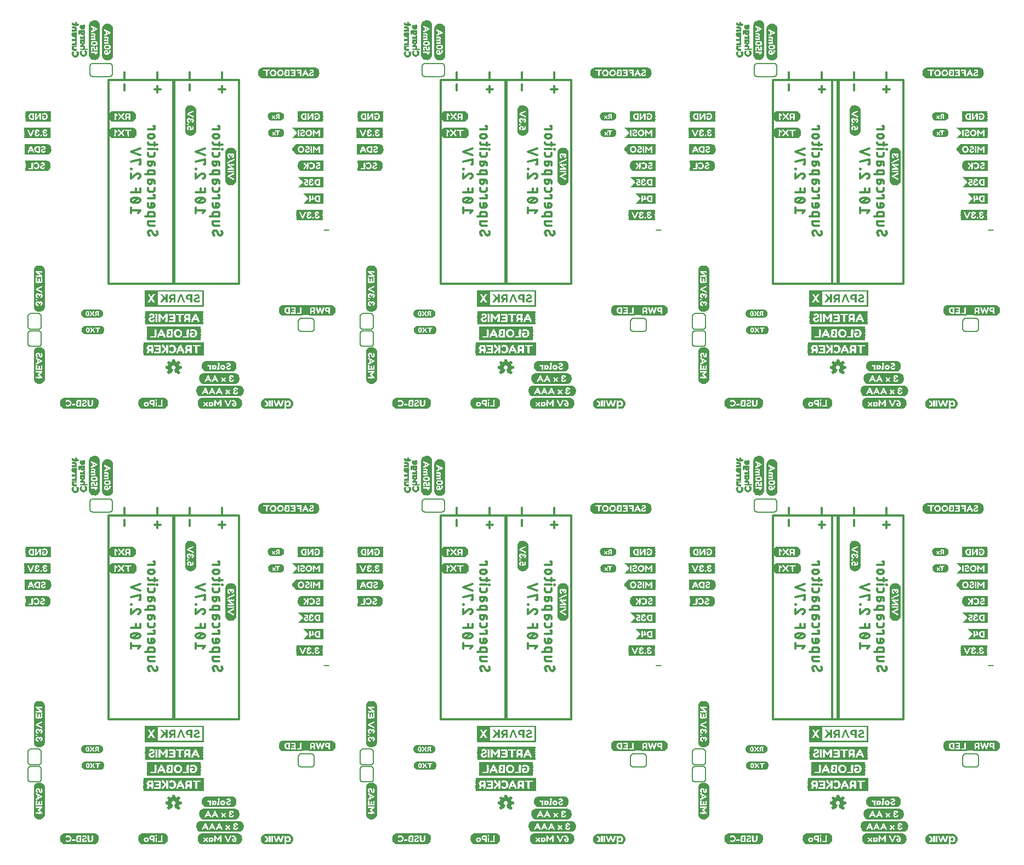
<source format=gbo>
G04 EAGLE Gerber RS-274X export*
G75*
%MOMM*%
%FSLAX34Y34*%
%LPD*%
%INSilkscreen Bottom*%
%IPPOS*%
%AMOC8*
5,1,8,0,0,1.08239X$1,22.5*%
G01*
%ADD10C,0.330200*%
%ADD11C,0.304800*%
%ADD12R,3.880000X0.040000*%
%ADD13R,0.840000X0.040000*%
%ADD14R,2.800000X0.040000*%
%ADD15R,0.760000X0.040000*%
%ADD16R,0.320000X0.040000*%
%ADD17R,0.480000X0.040000*%
%ADD18R,0.160000X0.040000*%
%ADD19R,0.680000X0.040000*%
%ADD20R,0.200000X0.040000*%
%ADD21R,0.400000X0.040000*%
%ADD22R,0.120000X0.040000*%
%ADD23R,0.640000X0.040000*%
%ADD24R,0.360000X0.040000*%
%ADD25R,0.560000X0.040000*%
%ADD26R,0.600000X0.040000*%
%ADD27R,0.520000X0.040000*%
%ADD28R,0.280000X0.040000*%
%ADD29R,0.240000X0.040000*%
%ADD30R,0.720000X0.040000*%
%ADD31R,0.440000X0.040000*%
%ADD32R,0.040000X0.040000*%
%ADD33R,0.080000X0.040000*%
%ADD34R,0.800000X0.040000*%
%ADD35R,4.040000X0.040000*%
%ADD36R,1.000000X0.040000*%
%ADD37R,1.880000X0.040000*%
%ADD38R,0.920000X0.040000*%
%ADD39R,0.880000X0.040000*%
%ADD40C,0.152400*%
%ADD41R,0.040000X4.520000*%
%ADD42R,0.040000X4.680000*%
%ADD43R,0.040000X4.840000*%
%ADD44R,0.040000X5.000000*%
%ADD45R,0.040000X5.080000*%
%ADD46R,0.040000X5.160000*%
%ADD47R,0.040000X5.240000*%
%ADD48R,0.040000X1.800000*%
%ADD49R,0.040000X3.320000*%
%ADD50R,0.040000X1.120000*%
%ADD51R,0.040000X0.320000*%
%ADD52R,0.040000X1.960000*%
%ADD53R,0.040000X1.160000*%
%ADD54R,0.040000X1.040000*%
%ADD55R,0.040000X0.240000*%
%ADD56R,0.040000X1.840000*%
%ADD57R,0.040000X1.000000*%
%ADD58R,0.040000X0.200000*%
%ADD59R,0.040000X1.760000*%
%ADD60R,0.040000X0.960000*%
%ADD61R,0.040000X0.160000*%
%ADD62R,0.040000X1.680000*%
%ADD63R,0.040000X0.920000*%
%ADD64R,0.040000X0.360000*%
%ADD65R,0.040000X0.440000*%
%ADD66R,0.040000X0.120000*%
%ADD67R,0.040000X0.560000*%
%ADD68R,0.040000X0.480000*%
%ADD69R,0.040000X0.280000*%
%ADD70R,0.040000X0.880000*%
%ADD71R,0.040000X0.520000*%
%ADD72R,0.040000X0.400000*%
%ADD73R,0.040000X1.080000*%
%ADD74R,0.040000X0.080000*%
%ADD75R,0.040000X0.840000*%
%ADD76R,0.040000X0.800000*%
%ADD77R,0.040000X0.760000*%
%ADD78R,0.040000X0.720000*%
%ADD79R,0.040000X0.600000*%
%ADD80R,0.040000X4.480000*%
%ADD81R,0.040000X5.320000*%
%ADD82R,0.040000X5.480000*%
%ADD83R,0.040000X5.560000*%
%ADD84R,0.040000X5.640000*%
%ADD85R,0.040000X5.720000*%
%ADD86R,0.040000X2.320000*%
%ADD87R,0.040000X1.880000*%
%ADD88R,0.040000X1.640000*%
%ADD89R,0.040000X0.680000*%
%ADD90R,0.040000X4.960000*%
%ADD91R,0.040000X0.640000*%
%ADD92C,0.203200*%
%ADD93R,3.280000X0.040000*%
%ADD94R,3.400000X0.040000*%
%ADD95R,3.480000X0.040000*%
%ADD96R,3.560000X0.040000*%
%ADD97R,3.600000X0.040000*%
%ADD98R,3.640000X0.040000*%
%ADD99R,3.680000X0.040000*%
%ADD100R,0.960000X0.040000*%
%ADD101R,1.560000X0.040000*%
%ADD102R,1.080000X0.040000*%
%ADD103R,1.240000X0.040000*%
%ADD104R,1.320000X0.040000*%
%ADD105R,3.720000X0.040000*%
%ADD106R,3.800000X0.040000*%
%ADD107R,3.840000X0.040000*%
%ADD108R,3.920000X0.040000*%
%ADD109R,1.120000X0.040000*%
%ADD110R,1.360000X0.040000*%
%ADD111R,3.360000X0.040000*%
%ADD112R,3.760000X0.040000*%
%ADD113R,1.040000X0.040000*%
%ADD114R,1.160000X0.040000*%
%ADD115R,1.200000X0.040000*%
%ADD116R,0.040000X3.480000*%
%ADD117R,0.040000X3.720000*%
%ADD118R,0.040000X3.880000*%
%ADD119R,0.040000X4.040000*%
%ADD120R,0.040000X4.120000*%
%ADD121R,0.040000X4.200000*%
%ADD122R,0.040000X4.280000*%
%ADD123R,0.040000X2.080000*%
%ADD124R,0.040000X1.560000*%
%ADD125R,0.040000X1.240000*%
%ADD126R,0.040000X1.280000*%
%ADD127R,1.650000X0.030000*%
%ADD128R,1.770000X0.030000*%
%ADD129R,1.890000X0.020000*%
%ADD130R,2.010000X0.040000*%
%ADD131R,2.070000X0.030000*%
%ADD132R,2.130000X0.030000*%
%ADD133R,2.190000X0.020000*%
%ADD134R,2.250000X0.030000*%
%ADD135R,0.570000X0.040000*%
%ADD136R,0.570000X0.030000*%
%ADD137R,1.260000X0.030000*%
%ADD138R,0.600000X0.030000*%
%ADD139R,1.230000X0.030000*%
%ADD140R,0.630000X0.040000*%
%ADD141R,1.230000X0.040000*%
%ADD142R,0.630000X0.030000*%
%ADD143R,0.660000X0.030000*%
%ADD144R,0.180000X0.030000*%
%ADD145R,0.210000X0.030000*%
%ADD146R,0.090000X0.030000*%
%ADD147R,0.300000X0.030000*%
%ADD148R,0.660000X0.040000*%
%ADD149R,0.060000X0.040000*%
%ADD150R,0.240000X0.030000*%
%ADD151R,0.060000X0.030000*%
%ADD152R,0.030000X0.030000*%
%ADD153R,0.120000X0.030000*%
%ADD154R,0.150000X0.030000*%
%ADD155R,0.690000X0.030000*%
%ADD156R,0.720000X0.030000*%
%ADD157R,0.270000X0.030000*%
%ADD158R,0.750000X0.030000*%
%ADD159R,0.300000X0.040000*%
%ADD160R,0.750000X0.040000*%
%ADD161R,0.180000X0.040000*%
%ADD162R,0.540000X0.030000*%
%ADD163R,0.540000X0.040000*%
%ADD164R,2.190000X0.030000*%
%ADD165R,2.010000X0.030000*%
%ADD166R,1.890000X0.030000*%
%ADD167R,2.430000X0.030000*%
%ADD168R,2.610000X0.030000*%
%ADD169R,2.730000X0.020000*%
%ADD170R,2.850000X0.040000*%
%ADD171R,2.910000X0.030000*%
%ADD172R,2.970000X0.030000*%
%ADD173R,3.030000X0.020000*%
%ADD174R,0.480000X0.030000*%
%ADD175R,0.360000X0.030000*%
%ADD176R,0.420000X0.040000*%
%ADD177R,0.690000X0.040000*%
%ADD178R,0.150000X0.040000*%
%ADD179R,0.210000X0.040000*%
%ADD180R,0.270000X0.040000*%
%ADD181R,0.090000X0.040000*%
%ADD182R,0.390000X0.040000*%
%ADD183R,0.450000X0.030000*%
%ADD184R,3.030000X0.030000*%
%ADD185R,2.850000X0.030000*%
%ADD186R,2.730000X0.030000*%
%ADD187R,3.080000X0.040000*%
%ADD188R,3.320000X0.040000*%
%ADD189R,3.440000X0.040000*%
%ADD190R,1.680000X0.040000*%
%ADD191R,8.280000X0.040000*%
%ADD192R,8.520000X0.040000*%
%ADD193R,8.680000X0.040000*%
%ADD194R,8.840000X0.040000*%
%ADD195R,8.920000X0.040000*%
%ADD196R,9.000000X0.040000*%
%ADD197R,9.080000X0.040000*%
%ADD198R,4.640000X0.040000*%
%ADD199R,2.080000X0.040000*%
%ADD200R,1.530000X0.030000*%
%ADD201R,1.710000X0.030000*%
%ADD202R,1.830000X0.020000*%
%ADD203R,1.950000X0.040000*%
%ADD204R,2.130000X0.020000*%
%ADD205R,0.990000X0.040000*%
%ADD206R,0.510000X0.030000*%
%ADD207R,0.960000X0.030000*%
%ADD208R,0.990000X0.030000*%
%ADD209R,1.020000X0.030000*%
%ADD210R,1.050000X0.040000*%
%ADD211R,0.870000X0.030000*%
%ADD212R,1.320000X0.030000*%
%ADD213R,0.900000X0.030000*%
%ADD214R,0.900000X0.040000*%
%ADD215R,0.330000X0.040000*%
%ADD216R,0.870000X0.040000*%
%ADD217R,0.840000X0.030000*%
%ADD218R,0.810000X0.030000*%
%ADD219R,0.810000X0.040000*%
%ADD220R,1.950000X0.030000*%
%ADD221R,1.830000X0.030000*%
%ADD222R,2.850000X0.020000*%
%ADD223R,2.970000X0.040000*%
%ADD224R,3.090000X0.030000*%
%ADD225R,3.150000X0.020000*%
%ADD226R,1.350000X0.030000*%
%ADD227R,0.390000X0.030000*%
%ADD228R,0.420000X0.030000*%
%ADD229R,0.330000X0.030000*%
%ADD230R,3.150000X0.030000*%
%ADD231R,1.800000X0.040000*%
%ADD232R,8.950000X0.050000*%
%ADD233R,7.800000X0.050000*%
%ADD234R,0.900000X0.050000*%
%ADD235R,1.050000X0.050000*%
%ADD236R,0.650000X0.050000*%
%ADD237R,0.250000X0.050000*%
%ADD238R,0.150000X0.050000*%
%ADD239R,0.200000X0.050000*%
%ADD240R,0.850000X0.050000*%
%ADD241R,0.350000X0.050000*%
%ADD242R,0.750000X0.050000*%
%ADD243R,0.100000X0.050000*%
%ADD244R,1.000000X0.050000*%
%ADD245R,0.600000X0.050000*%
%ADD246R,0.950000X0.050000*%
%ADD247R,0.550000X0.050000*%
%ADD248R,0.450000X0.050000*%
%ADD249R,0.500000X0.050000*%
%ADD250R,0.300000X0.050000*%
%ADD251R,0.800000X0.050000*%
%ADD252R,0.700000X0.050000*%
%ADD253R,0.400000X0.050000*%
%ADD254R,1.150000X0.050000*%
%ADD255R,1.100000X0.050000*%
%ADD256R,0.050000X0.050000*%
%ADD257R,0.700000X0.060000*%
%ADD258R,0.250000X0.060000*%
%ADD259R,0.300000X0.060000*%
%ADD260R,0.550000X0.060000*%
%ADD261R,0.100000X0.060000*%
%ADD262R,0.150000X0.060000*%
%ADD263R,0.400000X0.060000*%
%ADD264R,0.600000X0.060000*%
%ADD265R,0.200000X0.060000*%
%ADD266R,0.800000X0.060000*%
%ADD267R,0.750000X0.060000*%
%ADD268R,0.500000X0.060000*%
%ADD269R,0.850000X0.060000*%
%ADD270R,8.950000X0.060000*%
%ADD271R,8.950000X0.040000*%
%ADD272R,8.350000X0.050000*%
%ADD273R,2.050000X0.050000*%
%ADD274R,4.700000X0.050000*%
%ADD275R,1.200000X0.050000*%
%ADD276R,1.150000X0.060000*%
%ADD277R,0.650000X0.060000*%
%ADD278R,0.350000X0.060000*%
%ADD279R,0.900000X0.060000*%
%ADD280R,0.450000X0.060000*%
%ADD281R,8.350000X0.060000*%
%ADD282R,8.350000X0.040000*%
%ADD283R,9.350000X0.050000*%
%ADD284R,4.850000X0.050000*%
%ADD285R,1.250000X0.050000*%
%ADD286R,2.950000X0.050000*%
%ADD287R,1.000000X0.060000*%
%ADD288R,9.350000X0.060000*%
%ADD289R,9.350000X0.040000*%
%ADD290R,7.560000X0.040000*%
%ADD291R,7.800000X0.040000*%
%ADD292R,7.960000X0.040000*%
%ADD293R,8.120000X0.040000*%
%ADD294R,8.200000X0.040000*%
%ADD295R,8.360000X0.040000*%
%ADD296R,5.680000X0.040000*%
%ADD297R,1.520000X0.040000*%
%ADD298R,1.440000X0.040000*%
%ADD299R,1.280000X0.040000*%
%ADD300R,3.200000X0.040000*%
%ADD301R,3.120000X0.040000*%
%ADD302R,3.000000X0.040000*%
%ADD303R,0.040000X4.760000*%
%ADD304R,0.040000X4.920000*%
%ADD305R,0.040000X4.160000*%
%ADD306R,0.040000X1.320000*%
%ADD307R,0.040000X1.200000*%
%ADD308R,0.040000X5.960000*%
%ADD309R,0.040000X6.200000*%
%ADD310R,0.040000X6.360000*%
%ADD311R,0.040000X6.520000*%
%ADD312R,0.040000X6.600000*%
%ADD313R,0.040000X6.680000*%
%ADD314R,0.040000X6.760000*%
%ADD315R,0.040000X4.440000*%
%ADD316R,3.960000X0.040000*%
%ADD317R,4.120000X0.040000*%
%ADD318R,2.480000X0.040000*%
%ADD319R,1.760000X0.040000*%
%ADD320R,1.720000X0.040000*%
%ADD321R,4.200000X0.040000*%
%ADD322R,5.080000X0.040000*%
%ADD323R,5.320000X0.040000*%
%ADD324R,5.480000X0.040000*%
%ADD325R,5.560000X0.040000*%
%ADD326R,5.640000X0.040000*%
%ADD327R,5.720000X0.040000*%
%ADD328R,5.800000X0.040000*%
%ADD329R,4.720000X0.040000*%
%ADD330R,2.240000X0.040000*%
%ADD331R,2.120000X0.040000*%
%ADD332R,2.040000X0.040000*%
%ADD333R,2.000000X0.040000*%
%ADD334R,1.960000X0.040000*%
%ADD335R,6.120000X0.040000*%
%ADD336R,6.360000X0.040000*%
%ADD337R,6.520000X0.040000*%
%ADD338R,6.680000X0.040000*%
%ADD339R,6.760000X0.040000*%
%ADD340R,6.840000X0.040000*%
%ADD341R,6.920000X0.040000*%
%ADD342R,2.160000X0.040000*%
%ADD343R,5.960000X0.040000*%
%ADD344R,6.200000X0.040000*%
%ADD345R,6.280000X0.040000*%
%ADD346R,6.440000X0.040000*%
%ADD347R,1.600000X0.040000*%
%ADD348R,4.880000X0.040000*%
%ADD349R,2.440000X0.040000*%
%ADD350R,2.520000X0.040000*%
%ADD351R,4.440000X0.040000*%
%ADD352R,4.600000X0.040000*%
%ADD353R,4.680000X0.040000*%
%ADD354R,4.760000X0.040000*%
%ADD355R,4.840000X0.040000*%
%ADD356R,2.320000X0.040000*%
%ADD357R,2.360000X0.040000*%
%ADD358R,2.400000X0.040000*%
%ADD359R,4.920000X0.040000*%
%ADD360R,0.040000X3.680000*%
%ADD361R,0.040000X1.600000*%
%ADD362R,0.040000X3.200000*%
%ADD363R,0.040000X2.000000*%
%ADD364R,0.040000X3.240000*%
%ADD365R,5.240000X0.040000*%
%ADD366R,5.400000X0.040000*%
%ADD367R,1.480000X0.040000*%
%ADD368R,1.400000X0.040000*%
%ADD369R,1.640000X0.040000*%
%ADD370R,4.080000X0.040000*%
%ADD371R,4.160000X0.040000*%
%ADD372R,4.240000X0.040000*%
%ADD373R,4.280000X0.040000*%
%ADD374R,4.320000X0.040000*%
%ADD375R,4.360000X0.040000*%
%ADD376R,4.560000X0.040000*%
%ADD377R,4.520000X0.040000*%
%ADD378R,3.040000X0.040000*%
%ADD379R,2.960000X0.040000*%
%ADD380R,2.920000X0.040000*%
%ADD381R,2.880000X0.040000*%
%ADD382R,2.840000X0.040000*%

G36*
X1325927Y836961D02*
X1325927Y836961D01*
X1325922Y836969D01*
X1325929Y836975D01*
X1325929Y862285D01*
X1325893Y862333D01*
X1325886Y862327D01*
X1325880Y862335D01*
X1234440Y862335D01*
X1234393Y862299D01*
X1234398Y862291D01*
X1234391Y862285D01*
X1234391Y836975D01*
X1234427Y836927D01*
X1234434Y836933D01*
X1234440Y836925D01*
X1325880Y836925D01*
X1325927Y836961D01*
G37*
G36*
X812847Y836961D02*
X812847Y836961D01*
X812842Y836969D01*
X812849Y836975D01*
X812849Y862285D01*
X812813Y862333D01*
X812806Y862327D01*
X812800Y862335D01*
X721360Y862335D01*
X721313Y862299D01*
X721318Y862291D01*
X721311Y862285D01*
X721311Y836975D01*
X721347Y836927D01*
X721354Y836933D01*
X721360Y836925D01*
X812800Y836925D01*
X812847Y836961D01*
G37*
G36*
X299767Y836961D02*
X299767Y836961D01*
X299762Y836969D01*
X299769Y836975D01*
X299769Y862285D01*
X299733Y862333D01*
X299726Y862327D01*
X299720Y862335D01*
X208280Y862335D01*
X208233Y862299D01*
X208238Y862291D01*
X208231Y862285D01*
X208231Y836975D01*
X208267Y836927D01*
X208274Y836933D01*
X208280Y836925D01*
X299720Y836925D01*
X299767Y836961D01*
G37*
G36*
X812847Y163861D02*
X812847Y163861D01*
X812842Y163869D01*
X812849Y163875D01*
X812849Y189185D01*
X812813Y189233D01*
X812806Y189227D01*
X812800Y189235D01*
X721360Y189235D01*
X721313Y189199D01*
X721318Y189191D01*
X721311Y189185D01*
X721311Y163875D01*
X721347Y163827D01*
X721354Y163833D01*
X721360Y163825D01*
X812800Y163825D01*
X812847Y163861D01*
G37*
G36*
X208267Y163827D02*
X208267Y163827D01*
X208274Y163833D01*
X208280Y163825D01*
X299720Y163825D01*
X299767Y163861D01*
X299762Y163869D01*
X299769Y163875D01*
X299769Y189185D01*
X299733Y189233D01*
X299726Y189227D01*
X299720Y189235D01*
X208280Y189235D01*
X208233Y189199D01*
X208238Y189191D01*
X208231Y189185D01*
X208231Y163875D01*
X208267Y163827D01*
G37*
G36*
X1325927Y163861D02*
X1325927Y163861D01*
X1325922Y163869D01*
X1325929Y163875D01*
X1325929Y189185D01*
X1325893Y189233D01*
X1325886Y189227D01*
X1325880Y189235D01*
X1234440Y189235D01*
X1234393Y189199D01*
X1234398Y189191D01*
X1234391Y189185D01*
X1234391Y163875D01*
X1234427Y163827D01*
X1234434Y163833D01*
X1234440Y163825D01*
X1325880Y163825D01*
X1325927Y163861D01*
G37*
%LPC*%
G36*
X1254917Y839374D02*
X1254917Y839374D01*
X1254917Y859886D01*
X1323481Y859886D01*
X1323481Y839374D01*
X1254917Y839374D01*
G37*
%LPD*%
%LPC*%
G36*
X741837Y839374D02*
X741837Y839374D01*
X741837Y859886D01*
X810401Y859886D01*
X810401Y839374D01*
X741837Y839374D01*
G37*
%LPD*%
%LPC*%
G36*
X228757Y839374D02*
X228757Y839374D01*
X228757Y859886D01*
X297321Y859886D01*
X297321Y839374D01*
X228757Y839374D01*
G37*
%LPD*%
%LPC*%
G36*
X297321Y186786D02*
X297321Y186786D01*
X297321Y166274D01*
X228757Y166274D01*
X228757Y186786D01*
X297321Y186786D01*
G37*
%LPD*%
%LPC*%
G36*
X741837Y166274D02*
X741837Y166274D01*
X741837Y186786D01*
X810401Y186786D01*
X810401Y166274D01*
X741837Y166274D01*
G37*
%LPD*%
%LPC*%
G36*
X1254917Y166274D02*
X1254917Y166274D01*
X1254917Y186786D01*
X1323481Y186786D01*
X1323481Y166274D01*
X1254917Y166274D01*
G37*
%LPD*%
G36*
X936898Y678748D02*
X936898Y678748D01*
X936921Y678751D01*
X936928Y678766D01*
X936936Y678772D01*
X936935Y678782D01*
X936942Y678798D01*
X936942Y691438D01*
X939887Y691438D01*
X939891Y691385D01*
X939891Y690330D01*
X939897Y690321D01*
X939895Y690310D01*
X939914Y690294D01*
X939928Y690273D01*
X939939Y690275D01*
X939948Y690268D01*
X939991Y690282D01*
X939995Y690283D01*
X939996Y690284D01*
X939997Y690284D01*
X940312Y690579D01*
X940713Y690912D01*
X941155Y691181D01*
X941637Y691371D01*
X942143Y691486D01*
X942660Y691535D01*
X943701Y691455D01*
X944198Y691304D01*
X944682Y691116D01*
X945136Y690863D01*
X945539Y690538D01*
X945911Y690177D01*
X946217Y689757D01*
X946471Y689302D01*
X946687Y688829D01*
X946820Y688324D01*
X946935Y687815D01*
X947000Y686771D01*
X946901Y685729D01*
X946776Y685222D01*
X946616Y684727D01*
X946401Y684252D01*
X946124Y683812D01*
X945816Y683393D01*
X945429Y683047D01*
X945012Y682739D01*
X944559Y682485D01*
X944068Y682315D01*
X943566Y682178D01*
X943047Y682129D01*
X942526Y682108D01*
X942010Y682165D01*
X941508Y682291D01*
X941036Y682504D01*
X940603Y682788D01*
X940222Y683142D01*
X940000Y683381D01*
X939987Y683384D01*
X939980Y683395D01*
X939957Y683392D01*
X939934Y683397D01*
X939926Y683387D01*
X939913Y683385D01*
X939898Y683352D01*
X939892Y683344D01*
X939893Y683341D01*
X939891Y683338D01*
X939891Y678955D01*
X939890Y678806D01*
X939902Y678787D01*
X939905Y678764D01*
X939920Y678757D01*
X939926Y678749D01*
X939936Y678750D01*
X939952Y678743D01*
X942449Y678743D01*
X942451Y678744D01*
X942455Y678743D01*
X944033Y678901D01*
X944038Y678904D01*
X944045Y678903D01*
X945563Y679360D01*
X945567Y679365D01*
X945574Y679365D01*
X946974Y680109D01*
X946977Y680113D01*
X946984Y680115D01*
X948214Y681116D01*
X948216Y681122D01*
X948223Y681125D01*
X949234Y682347D01*
X949235Y682352D01*
X949241Y682357D01*
X949992Y683753D01*
X949992Y683759D01*
X949997Y683765D01*
X950463Y685281D01*
X950461Y685286D01*
X950465Y685293D01*
X950625Y686871D01*
X950622Y686876D01*
X950625Y686884D01*
X950472Y688462D01*
X950469Y688466D01*
X950470Y688473D01*
X950331Y688981D01*
X950330Y688982D01*
X950330Y688983D01*
X950017Y689993D01*
X950013Y689996D01*
X950013Y690003D01*
X949778Y690475D01*
X949777Y690475D01*
X949777Y690477D01*
X949272Y691406D01*
X949267Y691409D01*
X949266Y691416D01*
X948268Y692647D01*
X948263Y692649D01*
X948259Y692656D01*
X947042Y693672D01*
X947036Y693672D01*
X947031Y693679D01*
X945638Y694436D01*
X945632Y694435D01*
X945626Y694441D01*
X944111Y694911D01*
X944106Y694909D01*
X944099Y694913D01*
X942520Y695072D01*
X942518Y695071D01*
X942515Y695073D01*
X941986Y695078D01*
X908670Y695078D01*
X908668Y695076D01*
X908664Y695078D01*
X908423Y695053D01*
X907371Y694947D01*
X907369Y694946D01*
X907366Y694947D01*
X906848Y694857D01*
X906845Y694854D01*
X906840Y694855D01*
X905830Y694541D01*
X905828Y694540D01*
X905826Y694540D01*
X905334Y694351D01*
X905332Y694348D01*
X905327Y694347D01*
X904398Y693843D01*
X904396Y693841D01*
X904394Y693840D01*
X903950Y693556D01*
X903949Y693553D01*
X903944Y693552D01*
X903129Y692879D01*
X903128Y692876D01*
X903125Y692875D01*
X902748Y692507D01*
X902747Y692504D01*
X902743Y692502D01*
X902070Y691687D01*
X902070Y691684D01*
X902067Y691682D01*
X901772Y691246D01*
X901772Y691243D01*
X901769Y691240D01*
X901264Y690311D01*
X901265Y690309D01*
X901263Y690308D01*
X901263Y690306D01*
X901262Y690305D01*
X901060Y689819D01*
X901061Y689816D01*
X901059Y689813D01*
X900745Y688803D01*
X900746Y688800D01*
X900743Y688797D01*
X900641Y688281D01*
X900642Y688278D01*
X900640Y688275D01*
X900534Y687223D01*
X900535Y687220D01*
X900534Y687217D01*
X900525Y686691D01*
X900527Y686688D01*
X900525Y686684D01*
X900631Y685632D01*
X900632Y685630D01*
X900632Y685628D01*
X900717Y685108D01*
X900720Y685105D01*
X900719Y685100D01*
X901033Y684090D01*
X901034Y684088D01*
X901034Y684086D01*
X901220Y683593D01*
X901223Y683591D01*
X901223Y683585D01*
X901728Y682656D01*
X901730Y682655D01*
X901730Y682652D01*
X902011Y682207D01*
X902014Y682205D01*
X902016Y682200D01*
X902689Y681385D01*
X902691Y681384D01*
X902692Y681381D01*
X903057Y681002D01*
X903060Y681001D01*
X903062Y680997D01*
X903878Y680324D01*
X903881Y680323D01*
X903882Y680320D01*
X904316Y680022D01*
X904319Y680022D01*
X904322Y680019D01*
X905251Y679514D01*
X905254Y679515D01*
X905257Y679512D01*
X905742Y679307D01*
X905745Y679307D01*
X905747Y679305D01*
X906758Y678991D01*
X906760Y678992D01*
X906763Y678990D01*
X907279Y678883D01*
X907282Y678884D01*
X907285Y678882D01*
X908337Y678776D01*
X908338Y678776D01*
X908340Y678776D01*
X908867Y678743D01*
X908869Y678744D01*
X908871Y678743D01*
X936368Y678743D01*
X936879Y678736D01*
X936898Y678748D01*
G37*
G36*
X423818Y678748D02*
X423818Y678748D01*
X423841Y678751D01*
X423848Y678766D01*
X423856Y678772D01*
X423855Y678782D01*
X423862Y678798D01*
X423862Y691438D01*
X426807Y691438D01*
X426811Y691385D01*
X426811Y690330D01*
X426817Y690321D01*
X426815Y690310D01*
X426834Y690294D01*
X426848Y690273D01*
X426859Y690275D01*
X426868Y690268D01*
X426911Y690282D01*
X426915Y690283D01*
X426916Y690284D01*
X426917Y690284D01*
X427232Y690579D01*
X427633Y690912D01*
X428075Y691181D01*
X428557Y691371D01*
X429063Y691486D01*
X429580Y691535D01*
X430621Y691455D01*
X431118Y691304D01*
X431602Y691116D01*
X432056Y690863D01*
X432459Y690538D01*
X432831Y690177D01*
X433137Y689757D01*
X433391Y689302D01*
X433607Y688829D01*
X433740Y688324D01*
X433855Y687815D01*
X433920Y686771D01*
X433821Y685729D01*
X433696Y685222D01*
X433536Y684727D01*
X433321Y684252D01*
X433044Y683812D01*
X432736Y683393D01*
X432349Y683047D01*
X431932Y682739D01*
X431479Y682485D01*
X430988Y682315D01*
X430486Y682178D01*
X429967Y682129D01*
X429446Y682108D01*
X428930Y682165D01*
X428428Y682291D01*
X427956Y682504D01*
X427523Y682788D01*
X427142Y683142D01*
X426920Y683381D01*
X426907Y683384D01*
X426900Y683395D01*
X426877Y683392D01*
X426854Y683397D01*
X426846Y683387D01*
X426833Y683385D01*
X426818Y683352D01*
X426812Y683344D01*
X426813Y683341D01*
X426811Y683338D01*
X426811Y678955D01*
X426810Y678806D01*
X426822Y678787D01*
X426825Y678764D01*
X426840Y678757D01*
X426846Y678749D01*
X426856Y678750D01*
X426872Y678743D01*
X429369Y678743D01*
X429371Y678744D01*
X429375Y678743D01*
X430953Y678901D01*
X430958Y678904D01*
X430965Y678903D01*
X432483Y679360D01*
X432487Y679365D01*
X432494Y679365D01*
X433894Y680109D01*
X433897Y680113D01*
X433904Y680115D01*
X435134Y681116D01*
X435136Y681122D01*
X435143Y681125D01*
X436154Y682347D01*
X436155Y682352D01*
X436161Y682357D01*
X436912Y683753D01*
X436912Y683759D01*
X436917Y683765D01*
X437383Y685281D01*
X437381Y685286D01*
X437385Y685293D01*
X437545Y686871D01*
X437542Y686876D01*
X437545Y686884D01*
X437392Y688462D01*
X437389Y688466D01*
X437390Y688473D01*
X437251Y688981D01*
X437250Y688982D01*
X437250Y688983D01*
X436937Y689993D01*
X436933Y689996D01*
X436933Y690003D01*
X436698Y690475D01*
X436697Y690475D01*
X436697Y690477D01*
X436192Y691406D01*
X436187Y691409D01*
X436186Y691416D01*
X435188Y692647D01*
X435183Y692649D01*
X435179Y692656D01*
X433962Y693672D01*
X433956Y693672D01*
X433951Y693679D01*
X432558Y694436D01*
X432552Y694435D01*
X432546Y694441D01*
X431031Y694911D01*
X431026Y694909D01*
X431019Y694913D01*
X429440Y695072D01*
X429438Y695071D01*
X429435Y695073D01*
X428906Y695078D01*
X395590Y695078D01*
X395588Y695076D01*
X395584Y695078D01*
X395343Y695053D01*
X394291Y694947D01*
X394289Y694946D01*
X394286Y694947D01*
X393768Y694857D01*
X393765Y694854D01*
X393760Y694855D01*
X392750Y694541D01*
X392748Y694540D01*
X392746Y694540D01*
X392254Y694351D01*
X392252Y694348D01*
X392247Y694347D01*
X391318Y693843D01*
X391316Y693841D01*
X391314Y693840D01*
X390870Y693556D01*
X390869Y693553D01*
X390864Y693552D01*
X390049Y692879D01*
X390048Y692876D01*
X390045Y692875D01*
X389668Y692507D01*
X389667Y692504D01*
X389663Y692502D01*
X388990Y691687D01*
X388990Y691684D01*
X388987Y691682D01*
X388692Y691246D01*
X388692Y691243D01*
X388689Y691240D01*
X388184Y690311D01*
X388185Y690309D01*
X388183Y690308D01*
X388183Y690306D01*
X388182Y690305D01*
X387980Y689819D01*
X387981Y689816D01*
X387979Y689813D01*
X387665Y688803D01*
X387666Y688800D01*
X387663Y688797D01*
X387561Y688281D01*
X387562Y688278D01*
X387560Y688275D01*
X387454Y687223D01*
X387455Y687220D01*
X387454Y687217D01*
X387445Y686691D01*
X387447Y686688D01*
X387445Y686684D01*
X387551Y685632D01*
X387552Y685630D01*
X387552Y685628D01*
X387637Y685108D01*
X387640Y685105D01*
X387639Y685100D01*
X387953Y684090D01*
X387954Y684088D01*
X387954Y684086D01*
X388140Y683593D01*
X388143Y683591D01*
X388143Y683585D01*
X388648Y682656D01*
X388650Y682655D01*
X388650Y682652D01*
X388931Y682207D01*
X388934Y682205D01*
X388936Y682200D01*
X389609Y681385D01*
X389611Y681384D01*
X389612Y681381D01*
X389977Y681002D01*
X389980Y681001D01*
X389982Y680997D01*
X390798Y680324D01*
X390801Y680323D01*
X390802Y680320D01*
X391236Y680022D01*
X391239Y680022D01*
X391242Y680019D01*
X392171Y679514D01*
X392174Y679515D01*
X392177Y679512D01*
X392662Y679307D01*
X392665Y679307D01*
X392667Y679305D01*
X393678Y678991D01*
X393680Y678992D01*
X393683Y678990D01*
X394199Y678883D01*
X394202Y678884D01*
X394205Y678882D01*
X395257Y678776D01*
X395258Y678776D01*
X395260Y678776D01*
X395787Y678743D01*
X395789Y678744D01*
X395791Y678743D01*
X423288Y678743D01*
X423799Y678736D01*
X423818Y678748D01*
G37*
G36*
X1449978Y678748D02*
X1449978Y678748D01*
X1450001Y678751D01*
X1450008Y678766D01*
X1450016Y678772D01*
X1450015Y678782D01*
X1450022Y678798D01*
X1450022Y691438D01*
X1452967Y691438D01*
X1452971Y691385D01*
X1452971Y690330D01*
X1452977Y690321D01*
X1452975Y690310D01*
X1452994Y690294D01*
X1453008Y690273D01*
X1453019Y690275D01*
X1453028Y690268D01*
X1453071Y690282D01*
X1453075Y690283D01*
X1453076Y690284D01*
X1453077Y690284D01*
X1453392Y690579D01*
X1453793Y690912D01*
X1454235Y691181D01*
X1454717Y691371D01*
X1455223Y691486D01*
X1455740Y691535D01*
X1456781Y691455D01*
X1457278Y691304D01*
X1457762Y691116D01*
X1458216Y690863D01*
X1458619Y690538D01*
X1458991Y690177D01*
X1459297Y689757D01*
X1459551Y689302D01*
X1459767Y688829D01*
X1459900Y688324D01*
X1460015Y687815D01*
X1460080Y686771D01*
X1459981Y685729D01*
X1459856Y685222D01*
X1459696Y684727D01*
X1459481Y684252D01*
X1459204Y683812D01*
X1458896Y683393D01*
X1458509Y683047D01*
X1458092Y682739D01*
X1457639Y682485D01*
X1457148Y682315D01*
X1456646Y682178D01*
X1456127Y682129D01*
X1455606Y682108D01*
X1455090Y682165D01*
X1454588Y682291D01*
X1454116Y682504D01*
X1453683Y682788D01*
X1453302Y683142D01*
X1453080Y683381D01*
X1453067Y683384D01*
X1453060Y683395D01*
X1453037Y683392D01*
X1453014Y683397D01*
X1453006Y683387D01*
X1452993Y683385D01*
X1452978Y683352D01*
X1452972Y683344D01*
X1452973Y683341D01*
X1452971Y683338D01*
X1452971Y678955D01*
X1452970Y678806D01*
X1452982Y678787D01*
X1452985Y678764D01*
X1453000Y678757D01*
X1453006Y678749D01*
X1453016Y678750D01*
X1453032Y678743D01*
X1455529Y678743D01*
X1455531Y678744D01*
X1455535Y678743D01*
X1457113Y678901D01*
X1457118Y678904D01*
X1457125Y678903D01*
X1458643Y679360D01*
X1458647Y679365D01*
X1458654Y679365D01*
X1460054Y680109D01*
X1460057Y680113D01*
X1460064Y680115D01*
X1461294Y681116D01*
X1461296Y681122D01*
X1461303Y681125D01*
X1462314Y682347D01*
X1462315Y682352D01*
X1462321Y682357D01*
X1463072Y683753D01*
X1463072Y683759D01*
X1463077Y683765D01*
X1463543Y685281D01*
X1463541Y685286D01*
X1463545Y685293D01*
X1463705Y686871D01*
X1463702Y686876D01*
X1463705Y686884D01*
X1463552Y688462D01*
X1463549Y688466D01*
X1463550Y688473D01*
X1463411Y688981D01*
X1463410Y688982D01*
X1463410Y688983D01*
X1463097Y689993D01*
X1463093Y689996D01*
X1463093Y690003D01*
X1462858Y690475D01*
X1462857Y690475D01*
X1462857Y690477D01*
X1462352Y691406D01*
X1462347Y691409D01*
X1462346Y691416D01*
X1461348Y692647D01*
X1461343Y692649D01*
X1461339Y692656D01*
X1460122Y693672D01*
X1460116Y693672D01*
X1460111Y693679D01*
X1458718Y694436D01*
X1458712Y694435D01*
X1458706Y694441D01*
X1457191Y694911D01*
X1457186Y694909D01*
X1457179Y694913D01*
X1455600Y695072D01*
X1455598Y695071D01*
X1455595Y695073D01*
X1455066Y695078D01*
X1421750Y695078D01*
X1421748Y695076D01*
X1421744Y695078D01*
X1421503Y695053D01*
X1420451Y694947D01*
X1420449Y694946D01*
X1420446Y694947D01*
X1419928Y694857D01*
X1419925Y694854D01*
X1419920Y694855D01*
X1418910Y694541D01*
X1418908Y694540D01*
X1418906Y694540D01*
X1418414Y694351D01*
X1418412Y694348D01*
X1418407Y694347D01*
X1417478Y693843D01*
X1417476Y693841D01*
X1417474Y693840D01*
X1417030Y693556D01*
X1417029Y693553D01*
X1417024Y693552D01*
X1416209Y692879D01*
X1416208Y692876D01*
X1416205Y692875D01*
X1415828Y692507D01*
X1415827Y692504D01*
X1415823Y692502D01*
X1415150Y691687D01*
X1415150Y691684D01*
X1415147Y691682D01*
X1414852Y691246D01*
X1414852Y691243D01*
X1414849Y691240D01*
X1414344Y690311D01*
X1414345Y690309D01*
X1414343Y690308D01*
X1414343Y690306D01*
X1414342Y690305D01*
X1414140Y689819D01*
X1414141Y689816D01*
X1414139Y689813D01*
X1413825Y688803D01*
X1413826Y688800D01*
X1413823Y688797D01*
X1413721Y688281D01*
X1413722Y688278D01*
X1413720Y688275D01*
X1413614Y687223D01*
X1413615Y687220D01*
X1413614Y687217D01*
X1413605Y686691D01*
X1413607Y686688D01*
X1413605Y686684D01*
X1413711Y685632D01*
X1413712Y685630D01*
X1413712Y685628D01*
X1413797Y685108D01*
X1413800Y685105D01*
X1413799Y685100D01*
X1414113Y684090D01*
X1414114Y684088D01*
X1414114Y684086D01*
X1414300Y683593D01*
X1414303Y683591D01*
X1414303Y683585D01*
X1414808Y682656D01*
X1414810Y682655D01*
X1414810Y682652D01*
X1415091Y682207D01*
X1415094Y682205D01*
X1415096Y682200D01*
X1415769Y681385D01*
X1415771Y681384D01*
X1415772Y681381D01*
X1416137Y681002D01*
X1416140Y681001D01*
X1416142Y680997D01*
X1416958Y680324D01*
X1416961Y680323D01*
X1416962Y680320D01*
X1417396Y680022D01*
X1417399Y680022D01*
X1417402Y680019D01*
X1418331Y679514D01*
X1418334Y679515D01*
X1418337Y679512D01*
X1418822Y679307D01*
X1418825Y679307D01*
X1418827Y679305D01*
X1419838Y678991D01*
X1419840Y678992D01*
X1419843Y678990D01*
X1420359Y678883D01*
X1420362Y678884D01*
X1420365Y678882D01*
X1421417Y678776D01*
X1421418Y678776D01*
X1421420Y678776D01*
X1421947Y678743D01*
X1421949Y678744D01*
X1421951Y678743D01*
X1449448Y678743D01*
X1449959Y678736D01*
X1449978Y678748D01*
G37*
G36*
X1449978Y5648D02*
X1449978Y5648D01*
X1450001Y5651D01*
X1450008Y5666D01*
X1450016Y5672D01*
X1450015Y5682D01*
X1450022Y5698D01*
X1450022Y18338D01*
X1452967Y18338D01*
X1452971Y18285D01*
X1452971Y17230D01*
X1452977Y17221D01*
X1452975Y17210D01*
X1452994Y17194D01*
X1453008Y17173D01*
X1453019Y17175D01*
X1453028Y17168D01*
X1453071Y17182D01*
X1453075Y17183D01*
X1453076Y17184D01*
X1453077Y17184D01*
X1453392Y17479D01*
X1453793Y17812D01*
X1454235Y18081D01*
X1454717Y18271D01*
X1455223Y18386D01*
X1455740Y18435D01*
X1456781Y18355D01*
X1457278Y18204D01*
X1457762Y18016D01*
X1458216Y17763D01*
X1458619Y17438D01*
X1458991Y17077D01*
X1459297Y16657D01*
X1459551Y16202D01*
X1459767Y15729D01*
X1459900Y15224D01*
X1460015Y14715D01*
X1460080Y13671D01*
X1459981Y12629D01*
X1459856Y12122D01*
X1459696Y11627D01*
X1459481Y11152D01*
X1459204Y10712D01*
X1458896Y10293D01*
X1458509Y9947D01*
X1458092Y9639D01*
X1457639Y9385D01*
X1457148Y9215D01*
X1456646Y9078D01*
X1456127Y9029D01*
X1455606Y9008D01*
X1455090Y9065D01*
X1454588Y9191D01*
X1454116Y9404D01*
X1453683Y9688D01*
X1453302Y10042D01*
X1453080Y10281D01*
X1453067Y10284D01*
X1453060Y10295D01*
X1453037Y10292D01*
X1453014Y10297D01*
X1453006Y10287D01*
X1452993Y10285D01*
X1452978Y10252D01*
X1452972Y10244D01*
X1452973Y10241D01*
X1452971Y10238D01*
X1452971Y5855D01*
X1452970Y5706D01*
X1452982Y5687D01*
X1452985Y5664D01*
X1453000Y5657D01*
X1453006Y5649D01*
X1453016Y5650D01*
X1453032Y5643D01*
X1455529Y5643D01*
X1455531Y5644D01*
X1455535Y5643D01*
X1457113Y5801D01*
X1457118Y5804D01*
X1457125Y5803D01*
X1458643Y6260D01*
X1458647Y6265D01*
X1458654Y6265D01*
X1460054Y7009D01*
X1460057Y7013D01*
X1460064Y7015D01*
X1461294Y8016D01*
X1461296Y8022D01*
X1461303Y8025D01*
X1462314Y9247D01*
X1462315Y9252D01*
X1462321Y9257D01*
X1463072Y10653D01*
X1463072Y10659D01*
X1463077Y10665D01*
X1463543Y12181D01*
X1463541Y12186D01*
X1463545Y12193D01*
X1463705Y13771D01*
X1463702Y13776D01*
X1463705Y13784D01*
X1463552Y15362D01*
X1463549Y15366D01*
X1463550Y15373D01*
X1463411Y15881D01*
X1463410Y15882D01*
X1463410Y15883D01*
X1463097Y16893D01*
X1463093Y16896D01*
X1463093Y16903D01*
X1462858Y17375D01*
X1462857Y17375D01*
X1462857Y17377D01*
X1462352Y18306D01*
X1462347Y18309D01*
X1462346Y18316D01*
X1461348Y19547D01*
X1461343Y19549D01*
X1461339Y19556D01*
X1460122Y20572D01*
X1460116Y20572D01*
X1460111Y20579D01*
X1458718Y21336D01*
X1458712Y21335D01*
X1458706Y21341D01*
X1457191Y21811D01*
X1457186Y21809D01*
X1457179Y21813D01*
X1455600Y21972D01*
X1455598Y21971D01*
X1455595Y21973D01*
X1455066Y21978D01*
X1421750Y21978D01*
X1421748Y21976D01*
X1421744Y21978D01*
X1421503Y21953D01*
X1420451Y21847D01*
X1420449Y21846D01*
X1420446Y21847D01*
X1419928Y21757D01*
X1419925Y21754D01*
X1419920Y21755D01*
X1418910Y21441D01*
X1418908Y21440D01*
X1418906Y21440D01*
X1418414Y21251D01*
X1418412Y21248D01*
X1418407Y21247D01*
X1417478Y20743D01*
X1417476Y20741D01*
X1417474Y20740D01*
X1417030Y20456D01*
X1417029Y20453D01*
X1417024Y20452D01*
X1416209Y19779D01*
X1416208Y19776D01*
X1416205Y19775D01*
X1415828Y19407D01*
X1415827Y19404D01*
X1415823Y19402D01*
X1415150Y18587D01*
X1415150Y18584D01*
X1415147Y18582D01*
X1414852Y18146D01*
X1414852Y18143D01*
X1414849Y18140D01*
X1414344Y17211D01*
X1414345Y17209D01*
X1414343Y17208D01*
X1414343Y17206D01*
X1414342Y17205D01*
X1414140Y16719D01*
X1414141Y16716D01*
X1414139Y16713D01*
X1413825Y15703D01*
X1413826Y15700D01*
X1413823Y15697D01*
X1413721Y15181D01*
X1413722Y15178D01*
X1413720Y15175D01*
X1413614Y14123D01*
X1413615Y14120D01*
X1413614Y14117D01*
X1413605Y13591D01*
X1413607Y13588D01*
X1413605Y13584D01*
X1413711Y12532D01*
X1413712Y12530D01*
X1413712Y12528D01*
X1413797Y12008D01*
X1413800Y12005D01*
X1413799Y12000D01*
X1414113Y10990D01*
X1414114Y10988D01*
X1414114Y10986D01*
X1414300Y10493D01*
X1414303Y10491D01*
X1414303Y10485D01*
X1414808Y9556D01*
X1414810Y9555D01*
X1414810Y9552D01*
X1415091Y9107D01*
X1415094Y9105D01*
X1415096Y9100D01*
X1415769Y8285D01*
X1415771Y8284D01*
X1415772Y8281D01*
X1416137Y7902D01*
X1416140Y7901D01*
X1416142Y7897D01*
X1416958Y7224D01*
X1416961Y7223D01*
X1416962Y7220D01*
X1417396Y6922D01*
X1417399Y6922D01*
X1417402Y6919D01*
X1418331Y6414D01*
X1418334Y6415D01*
X1418337Y6412D01*
X1418822Y6207D01*
X1418825Y6207D01*
X1418827Y6205D01*
X1419838Y5891D01*
X1419840Y5892D01*
X1419843Y5890D01*
X1420359Y5783D01*
X1420362Y5784D01*
X1420365Y5782D01*
X1421417Y5676D01*
X1421418Y5676D01*
X1421420Y5676D01*
X1421947Y5643D01*
X1421949Y5644D01*
X1421951Y5643D01*
X1449448Y5643D01*
X1449959Y5636D01*
X1449978Y5648D01*
G37*
G36*
X936898Y5648D02*
X936898Y5648D01*
X936921Y5651D01*
X936928Y5666D01*
X936936Y5672D01*
X936935Y5682D01*
X936942Y5698D01*
X936942Y18338D01*
X939887Y18338D01*
X939891Y18285D01*
X939891Y17230D01*
X939897Y17221D01*
X939895Y17210D01*
X939914Y17194D01*
X939928Y17173D01*
X939939Y17175D01*
X939948Y17168D01*
X939991Y17182D01*
X939995Y17183D01*
X939996Y17184D01*
X939997Y17184D01*
X940312Y17479D01*
X940713Y17812D01*
X941155Y18081D01*
X941637Y18271D01*
X942143Y18386D01*
X942660Y18435D01*
X943701Y18355D01*
X944198Y18204D01*
X944682Y18016D01*
X945136Y17763D01*
X945539Y17438D01*
X945911Y17077D01*
X946217Y16657D01*
X946471Y16202D01*
X946687Y15729D01*
X946820Y15224D01*
X946935Y14715D01*
X947000Y13671D01*
X946901Y12629D01*
X946776Y12122D01*
X946616Y11627D01*
X946401Y11152D01*
X946124Y10712D01*
X945816Y10293D01*
X945429Y9947D01*
X945012Y9639D01*
X944559Y9385D01*
X944068Y9215D01*
X943566Y9078D01*
X943047Y9029D01*
X942526Y9008D01*
X942010Y9065D01*
X941508Y9191D01*
X941036Y9404D01*
X940603Y9688D01*
X940222Y10042D01*
X940000Y10281D01*
X939987Y10284D01*
X939980Y10295D01*
X939957Y10292D01*
X939934Y10297D01*
X939926Y10287D01*
X939913Y10285D01*
X939898Y10252D01*
X939892Y10244D01*
X939893Y10241D01*
X939891Y10238D01*
X939891Y5855D01*
X939890Y5706D01*
X939902Y5687D01*
X939905Y5664D01*
X939920Y5657D01*
X939926Y5649D01*
X939936Y5650D01*
X939952Y5643D01*
X942449Y5643D01*
X942451Y5644D01*
X942455Y5643D01*
X944033Y5801D01*
X944038Y5804D01*
X944045Y5803D01*
X945563Y6260D01*
X945567Y6265D01*
X945574Y6265D01*
X946974Y7009D01*
X946977Y7013D01*
X946984Y7015D01*
X948214Y8016D01*
X948216Y8022D01*
X948223Y8025D01*
X949234Y9247D01*
X949235Y9252D01*
X949241Y9257D01*
X949992Y10653D01*
X949992Y10659D01*
X949997Y10665D01*
X950463Y12181D01*
X950461Y12186D01*
X950465Y12193D01*
X950625Y13771D01*
X950622Y13776D01*
X950625Y13784D01*
X950472Y15362D01*
X950469Y15366D01*
X950470Y15373D01*
X950331Y15881D01*
X950330Y15882D01*
X950330Y15883D01*
X950017Y16893D01*
X950013Y16896D01*
X950013Y16903D01*
X949778Y17375D01*
X949777Y17375D01*
X949777Y17377D01*
X949272Y18306D01*
X949267Y18309D01*
X949266Y18316D01*
X948268Y19547D01*
X948263Y19549D01*
X948259Y19556D01*
X947042Y20572D01*
X947036Y20572D01*
X947031Y20579D01*
X945638Y21336D01*
X945632Y21335D01*
X945626Y21341D01*
X944111Y21811D01*
X944106Y21809D01*
X944099Y21813D01*
X942520Y21972D01*
X942518Y21971D01*
X942515Y21973D01*
X941986Y21978D01*
X908670Y21978D01*
X908668Y21976D01*
X908664Y21978D01*
X908423Y21953D01*
X907371Y21847D01*
X907369Y21846D01*
X907366Y21847D01*
X906848Y21757D01*
X906845Y21754D01*
X906840Y21755D01*
X905830Y21441D01*
X905828Y21440D01*
X905826Y21440D01*
X905334Y21251D01*
X905332Y21248D01*
X905327Y21247D01*
X904398Y20743D01*
X904396Y20741D01*
X904394Y20740D01*
X903950Y20456D01*
X903949Y20453D01*
X903944Y20452D01*
X903129Y19779D01*
X903128Y19776D01*
X903125Y19775D01*
X902748Y19407D01*
X902747Y19404D01*
X902743Y19402D01*
X902070Y18587D01*
X902070Y18584D01*
X902067Y18582D01*
X901772Y18146D01*
X901772Y18143D01*
X901769Y18140D01*
X901264Y17211D01*
X901265Y17209D01*
X901263Y17208D01*
X901263Y17206D01*
X901262Y17205D01*
X901060Y16719D01*
X901061Y16716D01*
X901059Y16713D01*
X900745Y15703D01*
X900746Y15700D01*
X900743Y15697D01*
X900641Y15181D01*
X900642Y15178D01*
X900640Y15175D01*
X900534Y14123D01*
X900535Y14120D01*
X900534Y14117D01*
X900525Y13591D01*
X900527Y13588D01*
X900525Y13584D01*
X900631Y12532D01*
X900632Y12530D01*
X900632Y12528D01*
X900717Y12008D01*
X900720Y12005D01*
X900719Y12000D01*
X901033Y10990D01*
X901034Y10988D01*
X901034Y10986D01*
X901220Y10493D01*
X901223Y10491D01*
X901223Y10485D01*
X901728Y9556D01*
X901730Y9555D01*
X901730Y9552D01*
X902011Y9107D01*
X902014Y9105D01*
X902016Y9100D01*
X902689Y8285D01*
X902691Y8284D01*
X902692Y8281D01*
X903057Y7902D01*
X903060Y7901D01*
X903062Y7897D01*
X903878Y7224D01*
X903881Y7223D01*
X903882Y7220D01*
X904316Y6922D01*
X904319Y6922D01*
X904322Y6919D01*
X905251Y6414D01*
X905254Y6415D01*
X905257Y6412D01*
X905742Y6207D01*
X905745Y6207D01*
X905747Y6205D01*
X906758Y5891D01*
X906760Y5892D01*
X906763Y5890D01*
X907279Y5783D01*
X907282Y5784D01*
X907285Y5782D01*
X908337Y5676D01*
X908338Y5676D01*
X908340Y5676D01*
X908867Y5643D01*
X908869Y5644D01*
X908871Y5643D01*
X936368Y5643D01*
X936879Y5636D01*
X936898Y5648D01*
G37*
G36*
X423818Y5648D02*
X423818Y5648D01*
X423841Y5651D01*
X423848Y5666D01*
X423856Y5672D01*
X423855Y5682D01*
X423862Y5698D01*
X423862Y18338D01*
X426807Y18338D01*
X426811Y18285D01*
X426811Y17230D01*
X426817Y17221D01*
X426815Y17210D01*
X426834Y17194D01*
X426848Y17173D01*
X426859Y17175D01*
X426868Y17168D01*
X426911Y17182D01*
X426915Y17183D01*
X426916Y17184D01*
X426917Y17184D01*
X427232Y17479D01*
X427633Y17812D01*
X428075Y18081D01*
X428557Y18271D01*
X429063Y18386D01*
X429580Y18435D01*
X430621Y18355D01*
X431118Y18204D01*
X431602Y18016D01*
X432056Y17763D01*
X432459Y17438D01*
X432831Y17077D01*
X433137Y16657D01*
X433391Y16202D01*
X433607Y15729D01*
X433740Y15224D01*
X433855Y14715D01*
X433920Y13671D01*
X433821Y12629D01*
X433696Y12122D01*
X433536Y11627D01*
X433321Y11152D01*
X433044Y10712D01*
X432736Y10293D01*
X432349Y9947D01*
X431932Y9639D01*
X431479Y9385D01*
X430988Y9215D01*
X430486Y9078D01*
X429967Y9029D01*
X429446Y9008D01*
X428930Y9065D01*
X428428Y9191D01*
X427956Y9404D01*
X427523Y9688D01*
X427142Y10042D01*
X426920Y10281D01*
X426907Y10284D01*
X426900Y10295D01*
X426877Y10292D01*
X426854Y10297D01*
X426846Y10287D01*
X426833Y10285D01*
X426818Y10252D01*
X426812Y10244D01*
X426813Y10241D01*
X426811Y10238D01*
X426811Y5855D01*
X426810Y5706D01*
X426822Y5687D01*
X426825Y5664D01*
X426840Y5657D01*
X426846Y5649D01*
X426856Y5650D01*
X426872Y5643D01*
X429369Y5643D01*
X429371Y5644D01*
X429375Y5643D01*
X430953Y5801D01*
X430958Y5804D01*
X430965Y5803D01*
X432483Y6260D01*
X432487Y6265D01*
X432494Y6265D01*
X433894Y7009D01*
X433897Y7013D01*
X433904Y7015D01*
X435134Y8016D01*
X435136Y8022D01*
X435143Y8025D01*
X436154Y9247D01*
X436155Y9252D01*
X436161Y9257D01*
X436912Y10653D01*
X436912Y10659D01*
X436917Y10665D01*
X437383Y12181D01*
X437381Y12186D01*
X437385Y12193D01*
X437545Y13771D01*
X437542Y13776D01*
X437545Y13784D01*
X437392Y15362D01*
X437389Y15366D01*
X437390Y15373D01*
X437251Y15881D01*
X437250Y15882D01*
X437250Y15883D01*
X436937Y16893D01*
X436933Y16896D01*
X436933Y16903D01*
X436698Y17375D01*
X436697Y17375D01*
X436697Y17377D01*
X436192Y18306D01*
X436187Y18309D01*
X436186Y18316D01*
X435188Y19547D01*
X435183Y19549D01*
X435179Y19556D01*
X433962Y20572D01*
X433956Y20572D01*
X433951Y20579D01*
X432558Y21336D01*
X432552Y21335D01*
X432546Y21341D01*
X431031Y21811D01*
X431026Y21809D01*
X431019Y21813D01*
X429440Y21972D01*
X429438Y21971D01*
X429435Y21973D01*
X428906Y21978D01*
X395590Y21978D01*
X395588Y21976D01*
X395584Y21978D01*
X395343Y21953D01*
X394291Y21847D01*
X394289Y21846D01*
X394286Y21847D01*
X393768Y21757D01*
X393765Y21754D01*
X393760Y21755D01*
X392750Y21441D01*
X392748Y21440D01*
X392746Y21440D01*
X392254Y21251D01*
X392252Y21248D01*
X392247Y21247D01*
X391318Y20743D01*
X391316Y20741D01*
X391314Y20740D01*
X390870Y20456D01*
X390869Y20453D01*
X390864Y20452D01*
X390049Y19779D01*
X390048Y19776D01*
X390045Y19775D01*
X389668Y19407D01*
X389667Y19404D01*
X389663Y19402D01*
X388990Y18587D01*
X388990Y18584D01*
X388987Y18582D01*
X388692Y18146D01*
X388692Y18143D01*
X388689Y18140D01*
X388184Y17211D01*
X388185Y17209D01*
X388183Y17208D01*
X388183Y17206D01*
X388182Y17205D01*
X387980Y16719D01*
X387981Y16716D01*
X387979Y16713D01*
X387665Y15703D01*
X387666Y15700D01*
X387663Y15697D01*
X387561Y15181D01*
X387562Y15178D01*
X387560Y15175D01*
X387454Y14123D01*
X387455Y14120D01*
X387454Y14117D01*
X387445Y13591D01*
X387447Y13588D01*
X387445Y13584D01*
X387551Y12532D01*
X387552Y12530D01*
X387552Y12528D01*
X387637Y12008D01*
X387640Y12005D01*
X387639Y12000D01*
X387953Y10990D01*
X387954Y10988D01*
X387954Y10986D01*
X388140Y10493D01*
X388143Y10491D01*
X388143Y10485D01*
X388648Y9556D01*
X388650Y9555D01*
X388650Y9552D01*
X388931Y9107D01*
X388934Y9105D01*
X388936Y9100D01*
X389609Y8285D01*
X389611Y8284D01*
X389612Y8281D01*
X389977Y7902D01*
X389980Y7901D01*
X389982Y7897D01*
X390798Y7224D01*
X390801Y7223D01*
X390802Y7220D01*
X391236Y6922D01*
X391239Y6922D01*
X391242Y6919D01*
X392171Y6414D01*
X392174Y6415D01*
X392177Y6412D01*
X392662Y6207D01*
X392665Y6207D01*
X392667Y6205D01*
X393678Y5891D01*
X393680Y5892D01*
X393683Y5890D01*
X394199Y5783D01*
X394202Y5784D01*
X394205Y5782D01*
X395257Y5676D01*
X395258Y5676D01*
X395260Y5676D01*
X395787Y5643D01*
X395789Y5644D01*
X395791Y5643D01*
X423288Y5643D01*
X423799Y5636D01*
X423818Y5648D01*
G37*
G36*
X1286576Y59558D02*
X1286576Y59558D01*
X1286642Y59563D01*
X1286660Y59574D01*
X1286681Y59579D01*
X1286766Y59639D01*
X1286790Y59653D01*
X1286793Y59658D01*
X1286798Y59662D01*
X1288998Y61962D01*
X1289006Y61975D01*
X1289019Y61985D01*
X1289050Y62049D01*
X1289086Y62111D01*
X1289087Y62127D01*
X1289094Y62141D01*
X1289093Y62212D01*
X1289099Y62283D01*
X1289093Y62298D01*
X1289092Y62314D01*
X1289035Y62439D01*
X1289033Y62443D01*
X1289033Y62444D01*
X1287165Y65059D01*
X1287167Y65070D01*
X1287176Y65083D01*
X1287187Y65141D01*
X1287196Y65162D01*
X1287196Y65184D01*
X1287202Y65217D01*
X1287203Y65222D01*
X1287203Y65223D01*
X1287203Y65224D01*
X1287203Y65234D01*
X1287236Y65299D01*
X1287292Y65356D01*
X1287303Y65374D01*
X1287315Y65383D01*
X1287323Y65402D01*
X1287363Y65454D01*
X1287436Y65599D01*
X1287492Y65656D01*
X1287532Y65720D01*
X1287576Y65783D01*
X1287578Y65795D01*
X1287583Y65803D01*
X1287587Y65838D01*
X1287603Y65924D01*
X1287603Y65973D01*
X1287632Y66020D01*
X1287676Y66083D01*
X1287678Y66095D01*
X1287683Y66103D01*
X1287687Y66138D01*
X1287703Y66224D01*
X1287703Y66334D01*
X1287736Y66399D01*
X1287792Y66456D01*
X1287832Y66520D01*
X1287876Y66583D01*
X1287878Y66595D01*
X1287883Y66603D01*
X1287887Y66638D01*
X1287893Y66671D01*
X1287896Y66679D01*
X1287896Y66687D01*
X1287903Y66724D01*
X1287903Y66773D01*
X1287932Y66820D01*
X1287976Y66883D01*
X1287978Y66895D01*
X1287983Y66903D01*
X1287987Y66938D01*
X1288003Y67024D01*
X1288003Y67134D01*
X1288032Y67192D01*
X1291288Y67750D01*
X1291306Y67757D01*
X1291325Y67758D01*
X1291385Y67791D01*
X1291447Y67817D01*
X1291460Y67832D01*
X1291477Y67841D01*
X1291516Y67897D01*
X1291560Y67948D01*
X1291565Y67967D01*
X1291576Y67983D01*
X1291598Y68094D01*
X1291603Y68116D01*
X1291602Y68120D01*
X1291603Y68124D01*
X1291603Y71324D01*
X1291599Y71343D01*
X1291601Y71362D01*
X1291590Y71396D01*
X1291589Y71403D01*
X1291584Y71413D01*
X1291579Y71426D01*
X1291564Y71492D01*
X1291551Y71507D01*
X1291545Y71525D01*
X1291497Y71573D01*
X1291454Y71626D01*
X1291436Y71633D01*
X1291422Y71647D01*
X1291316Y71687D01*
X1291296Y71696D01*
X1291292Y71696D01*
X1291288Y71698D01*
X1288076Y72248D01*
X1288065Y72287D01*
X1288064Y72292D01*
X1288063Y72293D01*
X1288003Y72413D01*
X1288003Y72424D01*
X1288000Y72439D01*
X1288002Y72455D01*
X1287982Y72525D01*
X1287982Y72540D01*
X1287974Y72554D01*
X1287965Y72587D01*
X1287964Y72592D01*
X1287963Y72593D01*
X1287903Y72713D01*
X1287903Y72724D01*
X1287900Y72739D01*
X1287902Y72755D01*
X1287865Y72887D01*
X1287864Y72892D01*
X1287863Y72893D01*
X1287703Y73213D01*
X1287703Y73224D01*
X1287700Y73239D01*
X1287702Y73255D01*
X1287665Y73387D01*
X1287664Y73392D01*
X1287663Y73393D01*
X1287563Y73593D01*
X1287540Y73621D01*
X1287503Y73675D01*
X1287503Y73724D01*
X1287486Y73798D01*
X1287472Y73873D01*
X1287466Y73883D01*
X1287464Y73892D01*
X1287441Y73920D01*
X1287392Y73992D01*
X1287336Y74048D01*
X1287263Y74193D01*
X1287240Y74221D01*
X1287203Y74275D01*
X1287203Y74324D01*
X1287186Y74398D01*
X1287182Y74420D01*
X1289036Y77108D01*
X1289042Y77124D01*
X1289054Y77137D01*
X1289074Y77204D01*
X1289099Y77269D01*
X1289098Y77287D01*
X1289103Y77303D01*
X1289090Y77372D01*
X1289084Y77442D01*
X1289075Y77456D01*
X1289072Y77473D01*
X1289001Y77579D01*
X1288994Y77590D01*
X1288993Y77590D01*
X1288992Y77592D01*
X1286792Y79792D01*
X1286778Y79801D01*
X1286767Y79815D01*
X1286705Y79846D01*
X1286645Y79883D01*
X1286628Y79885D01*
X1286613Y79892D01*
X1286543Y79893D01*
X1286473Y79899D01*
X1286457Y79893D01*
X1286440Y79893D01*
X1286322Y79842D01*
X1286311Y79838D01*
X1286310Y79837D01*
X1286309Y79836D01*
X1283610Y77974D01*
X1283592Y77992D01*
X1283527Y78032D01*
X1283465Y78076D01*
X1283453Y78078D01*
X1283445Y78083D01*
X1283410Y78086D01*
X1283324Y78103D01*
X1283274Y78103D01*
X1283262Y78111D01*
X1283194Y78163D01*
X1283049Y78235D01*
X1282992Y78292D01*
X1282927Y78332D01*
X1282865Y78376D01*
X1282853Y78378D01*
X1282845Y78383D01*
X1282810Y78386D01*
X1282724Y78403D01*
X1282674Y78403D01*
X1282662Y78411D01*
X1282594Y78463D01*
X1282394Y78563D01*
X1282378Y78567D01*
X1282365Y78576D01*
X1282231Y78602D01*
X1282225Y78603D01*
X1282224Y78603D01*
X1282214Y78603D01*
X1282094Y78663D01*
X1282078Y78667D01*
X1282065Y78676D01*
X1281931Y78702D01*
X1281925Y78703D01*
X1281924Y78703D01*
X1281874Y78703D01*
X1281827Y78732D01*
X1281765Y78776D01*
X1281753Y78778D01*
X1281745Y78783D01*
X1281710Y78786D01*
X1281624Y78803D01*
X1281514Y78803D01*
X1281456Y78832D01*
X1280898Y82088D01*
X1280890Y82106D01*
X1280889Y82125D01*
X1280857Y82184D01*
X1280830Y82247D01*
X1280816Y82260D01*
X1280806Y82277D01*
X1280751Y82316D01*
X1280699Y82360D01*
X1280680Y82365D01*
X1280665Y82376D01*
X1280554Y82397D01*
X1280532Y82403D01*
X1280528Y82402D01*
X1280524Y82403D01*
X1277324Y82403D01*
X1277305Y82399D01*
X1277286Y82401D01*
X1277222Y82379D01*
X1277156Y82363D01*
X1277141Y82351D01*
X1277122Y82345D01*
X1277075Y82297D01*
X1277022Y82253D01*
X1277014Y82236D01*
X1277001Y82222D01*
X1276961Y82116D01*
X1276952Y82095D01*
X1276952Y82092D01*
X1276950Y82088D01*
X1276400Y78876D01*
X1276361Y78865D01*
X1276356Y78863D01*
X1276355Y78863D01*
X1276354Y78863D01*
X1276234Y78803D01*
X1276224Y78803D01*
X1276208Y78799D01*
X1276192Y78802D01*
X1276061Y78765D01*
X1276056Y78763D01*
X1276055Y78763D01*
X1276054Y78763D01*
X1275934Y78703D01*
X1275924Y78703D01*
X1275908Y78699D01*
X1275892Y78702D01*
X1275761Y78665D01*
X1275756Y78663D01*
X1275755Y78663D01*
X1275754Y78663D01*
X1275634Y78603D01*
X1275524Y78603D01*
X1275450Y78586D01*
X1275374Y78572D01*
X1275365Y78566D01*
X1275356Y78563D01*
X1275328Y78541D01*
X1275256Y78492D01*
X1275199Y78435D01*
X1275134Y78403D01*
X1275124Y78403D01*
X1275108Y78399D01*
X1275092Y78402D01*
X1274961Y78365D01*
X1274956Y78363D01*
X1274955Y78363D01*
X1274954Y78363D01*
X1274754Y78263D01*
X1274727Y78240D01*
X1274656Y78192D01*
X1274599Y78135D01*
X1274534Y78103D01*
X1274524Y78103D01*
X1274508Y78099D01*
X1274492Y78102D01*
X1274361Y78065D01*
X1274356Y78063D01*
X1274355Y78063D01*
X1274354Y78063D01*
X1274213Y77992D01*
X1271539Y79836D01*
X1271527Y79841D01*
X1271518Y79850D01*
X1271447Y79872D01*
X1271378Y79899D01*
X1271365Y79898D01*
X1271353Y79902D01*
X1271280Y79890D01*
X1271206Y79884D01*
X1271195Y79877D01*
X1271182Y79875D01*
X1271062Y79798D01*
X1268762Y77598D01*
X1268748Y77576D01*
X1268728Y77560D01*
X1268701Y77504D01*
X1268667Y77453D01*
X1268664Y77427D01*
X1268653Y77404D01*
X1268654Y77342D01*
X1268647Y77281D01*
X1268656Y77257D01*
X1268656Y77231D01*
X1268694Y77151D01*
X1268705Y77118D01*
X1268712Y77112D01*
X1268717Y77101D01*
X1270652Y74428D01*
X1270612Y74348D01*
X1270556Y74292D01*
X1270516Y74227D01*
X1270472Y74164D01*
X1270470Y74153D01*
X1270465Y74145D01*
X1270461Y74110D01*
X1270445Y74024D01*
X1270445Y73974D01*
X1270437Y73961D01*
X1270385Y73893D01*
X1270312Y73748D01*
X1270256Y73692D01*
X1270216Y73627D01*
X1270172Y73564D01*
X1270170Y73553D01*
X1270165Y73545D01*
X1270161Y73510D01*
X1270145Y73424D01*
X1270145Y73374D01*
X1270116Y73327D01*
X1270072Y73264D01*
X1270070Y73253D01*
X1270065Y73245D01*
X1270061Y73210D01*
X1270045Y73124D01*
X1270045Y73013D01*
X1270012Y72948D01*
X1269956Y72892D01*
X1269916Y72827D01*
X1269872Y72764D01*
X1269870Y72753D01*
X1269865Y72745D01*
X1269861Y72710D01*
X1269845Y72624D01*
X1269845Y72574D01*
X1269816Y72527D01*
X1269772Y72464D01*
X1269770Y72453D01*
X1269765Y72445D01*
X1269761Y72410D01*
X1269745Y72324D01*
X1269745Y72245D01*
X1266462Y71698D01*
X1266443Y71690D01*
X1266423Y71689D01*
X1266364Y71657D01*
X1266302Y71631D01*
X1266289Y71616D01*
X1266271Y71606D01*
X1266233Y71551D01*
X1266189Y71501D01*
X1266183Y71481D01*
X1266172Y71464D01*
X1266156Y71383D01*
X1266152Y71373D01*
X1266152Y71362D01*
X1266151Y71358D01*
X1266145Y71333D01*
X1266146Y71329D01*
X1266145Y71324D01*
X1266145Y68124D01*
X1266149Y68105D01*
X1266147Y68086D01*
X1266169Y68021D01*
X1266184Y67955D01*
X1266197Y67940D01*
X1266203Y67922D01*
X1266251Y67874D01*
X1266294Y67822D01*
X1266312Y67814D01*
X1266326Y67800D01*
X1266432Y67760D01*
X1266452Y67751D01*
X1266456Y67751D01*
X1266460Y67750D01*
X1269748Y67186D01*
X1269783Y67061D01*
X1269784Y67055D01*
X1269785Y67055D01*
X1269785Y67054D01*
X1269845Y66934D01*
X1269845Y66924D01*
X1269848Y66908D01*
X1269846Y66892D01*
X1269883Y66761D01*
X1269884Y66755D01*
X1269885Y66755D01*
X1269885Y66754D01*
X1269945Y66634D01*
X1269945Y66624D01*
X1269948Y66608D01*
X1269946Y66592D01*
X1269983Y66461D01*
X1269984Y66455D01*
X1269985Y66455D01*
X1269985Y66454D01*
X1270145Y66134D01*
X1270145Y66124D01*
X1270148Y66108D01*
X1270146Y66092D01*
X1270183Y65961D01*
X1270184Y65955D01*
X1270185Y65955D01*
X1270185Y65954D01*
X1270285Y65754D01*
X1270308Y65726D01*
X1270356Y65656D01*
X1270412Y65599D01*
X1270445Y65534D01*
X1270445Y65524D01*
X1270448Y65508D01*
X1270446Y65492D01*
X1270483Y65361D01*
X1270484Y65355D01*
X1270485Y65355D01*
X1270485Y65354D01*
X1270585Y65154D01*
X1270608Y65126D01*
X1270656Y65056D01*
X1270666Y65045D01*
X1268721Y62451D01*
X1268711Y62429D01*
X1268694Y62410D01*
X1268676Y62350D01*
X1268651Y62293D01*
X1268652Y62268D01*
X1268645Y62244D01*
X1268656Y62183D01*
X1268659Y62120D01*
X1268671Y62098D01*
X1268676Y62074D01*
X1268727Y61999D01*
X1268743Y61969D01*
X1268750Y61964D01*
X1268756Y61956D01*
X1271056Y59656D01*
X1271070Y59647D01*
X1271081Y59633D01*
X1271143Y59601D01*
X1271203Y59564D01*
X1271220Y59563D01*
X1271235Y59555D01*
X1271306Y59555D01*
X1271375Y59548D01*
X1271391Y59554D01*
X1271408Y59554D01*
X1271526Y59606D01*
X1271537Y59610D01*
X1271538Y59611D01*
X1271539Y59611D01*
X1274238Y61473D01*
X1274256Y61456D01*
X1274321Y61415D01*
X1274383Y61371D01*
X1274395Y61369D01*
X1274403Y61364D01*
X1274438Y61361D01*
X1274453Y61358D01*
X1274456Y61356D01*
X1274521Y61315D01*
X1274583Y61271D01*
X1274595Y61269D01*
X1274603Y61264D01*
X1274638Y61261D01*
X1274724Y61244D01*
X1274774Y61244D01*
X1274821Y61215D01*
X1274883Y61171D01*
X1274895Y61169D01*
X1274903Y61164D01*
X1274938Y61161D01*
X1274953Y61158D01*
X1274956Y61156D01*
X1275021Y61115D01*
X1275083Y61071D01*
X1275095Y61069D01*
X1275103Y61064D01*
X1275138Y61061D01*
X1275153Y61058D01*
X1275156Y61056D01*
X1275221Y61015D01*
X1275283Y60971D01*
X1275295Y60969D01*
X1275303Y60964D01*
X1275338Y60961D01*
X1275367Y60955D01*
X1275394Y60922D01*
X1275413Y60914D01*
X1275428Y60899D01*
X1275491Y60879D01*
X1275552Y60851D01*
X1275573Y60852D01*
X1275592Y60846D01*
X1275658Y60856D01*
X1275725Y60858D01*
X1275743Y60868D01*
X1275763Y60871D01*
X1275818Y60909D01*
X1275877Y60941D01*
X1275889Y60958D01*
X1275905Y60970D01*
X1275962Y61062D01*
X1275976Y61083D01*
X1275977Y61088D01*
X1275980Y61092D01*
X1277980Y66492D01*
X1277984Y66523D01*
X1277996Y66551D01*
X1277994Y66607D01*
X1278001Y66664D01*
X1277991Y66693D01*
X1277990Y66724D01*
X1277963Y66774D01*
X1277944Y66827D01*
X1277922Y66849D01*
X1277907Y66876D01*
X1277847Y66922D01*
X1277820Y66948D01*
X1277807Y66952D01*
X1277794Y66963D01*
X1277249Y67235D01*
X1277092Y67392D01*
X1277062Y67411D01*
X1276994Y67463D01*
X1276849Y67535D01*
X1276536Y67848D01*
X1276463Y67993D01*
X1276440Y68021D01*
X1276392Y68092D01*
X1276236Y68248D01*
X1276175Y68369D01*
X1276084Y68644D01*
X1276072Y68663D01*
X1276063Y68693D01*
X1276003Y68813D01*
X1276003Y68924D01*
X1275995Y68959D01*
X1275984Y69044D01*
X1275903Y69285D01*
X1275903Y70062D01*
X1275984Y70304D01*
X1275987Y70340D01*
X1276003Y70424D01*
X1276003Y70609D01*
X1276140Y70813D01*
X1276153Y70848D01*
X1276184Y70904D01*
X1276268Y71156D01*
X1276619Y71682D01*
X1276966Y72029D01*
X1277492Y72380D01*
X1277744Y72464D01*
X1277762Y72475D01*
X1277776Y72478D01*
X1277789Y72489D01*
X1277834Y72508D01*
X1278039Y72644D01*
X1278224Y72644D01*
X1278259Y72653D01*
X1278344Y72664D01*
X1278586Y72744D01*
X1279177Y72744D01*
X1279532Y72656D01*
X1279568Y72655D01*
X1279624Y72644D01*
X1279809Y72644D01*
X1280014Y72508D01*
X1280049Y72495D01*
X1280098Y72467D01*
X1280100Y72466D01*
X1280101Y72466D01*
X1280104Y72464D01*
X1280356Y72380D01*
X1280583Y72229D01*
X1280756Y72056D01*
X1280782Y72039D01*
X1280814Y72008D01*
X1281083Y71829D01*
X1281229Y71682D01*
X1281580Y71156D01*
X1281945Y70062D01*
X1281945Y69585D01*
X1281864Y69344D01*
X1281861Y69308D01*
X1281845Y69224D01*
X1281845Y69013D01*
X1281685Y68693D01*
X1281679Y68671D01*
X1281664Y68644D01*
X1281573Y68369D01*
X1281412Y68048D01*
X1281256Y67892D01*
X1281237Y67861D01*
X1281185Y67793D01*
X1281112Y67648D01*
X1280999Y67535D01*
X1280854Y67463D01*
X1280827Y67440D01*
X1280756Y67392D01*
X1280599Y67235D01*
X1280278Y67075D01*
X1280004Y66983D01*
X1279955Y66953D01*
X1279902Y66931D01*
X1279882Y66909D01*
X1279857Y66893D01*
X1279826Y66844D01*
X1279789Y66801D01*
X1279781Y66772D01*
X1279765Y66746D01*
X1279759Y66689D01*
X1279745Y66633D01*
X1279751Y66599D01*
X1279748Y66574D01*
X1279760Y66542D01*
X1279768Y66492D01*
X1281768Y61092D01*
X1281794Y61054D01*
X1281810Y61011D01*
X1281841Y60983D01*
X1281864Y60948D01*
X1281904Y60925D01*
X1281937Y60894D01*
X1281977Y60882D01*
X1282014Y60861D01*
X1282059Y60858D01*
X1282103Y60845D01*
X1282144Y60852D01*
X1282186Y60850D01*
X1282229Y60867D01*
X1282274Y60875D01*
X1282315Y60903D01*
X1282346Y60916D01*
X1282363Y60936D01*
X1282376Y60944D01*
X1282424Y60944D01*
X1282498Y60962D01*
X1282574Y60975D01*
X1282583Y60982D01*
X1282592Y60984D01*
X1282620Y61007D01*
X1282692Y61056D01*
X1282699Y61062D01*
X1282774Y61075D01*
X1282783Y61082D01*
X1282792Y61084D01*
X1282820Y61107D01*
X1282892Y61156D01*
X1282899Y61162D01*
X1282974Y61175D01*
X1282983Y61182D01*
X1282992Y61184D01*
X1283020Y61207D01*
X1283092Y61256D01*
X1283099Y61262D01*
X1283174Y61275D01*
X1283183Y61282D01*
X1283192Y61284D01*
X1283220Y61307D01*
X1283292Y61356D01*
X1283299Y61362D01*
X1283374Y61375D01*
X1283383Y61382D01*
X1283392Y61384D01*
X1283420Y61407D01*
X1283492Y61456D01*
X1283499Y61462D01*
X1283574Y61475D01*
X1283583Y61482D01*
X1283592Y61484D01*
X1283593Y61484D01*
X1286309Y59611D01*
X1286329Y59604D01*
X1286345Y59590D01*
X1286408Y59572D01*
X1286470Y59548D01*
X1286491Y59550D01*
X1286512Y59545D01*
X1286576Y59558D01*
G37*
G36*
X260416Y59558D02*
X260416Y59558D01*
X260482Y59563D01*
X260500Y59574D01*
X260521Y59579D01*
X260606Y59639D01*
X260630Y59653D01*
X260633Y59658D01*
X260638Y59662D01*
X262838Y61962D01*
X262846Y61975D01*
X262859Y61985D01*
X262890Y62049D01*
X262926Y62111D01*
X262927Y62127D01*
X262934Y62141D01*
X262933Y62212D01*
X262939Y62283D01*
X262933Y62298D01*
X262932Y62314D01*
X262875Y62439D01*
X262873Y62443D01*
X262873Y62444D01*
X261005Y65059D01*
X261007Y65070D01*
X261016Y65083D01*
X261027Y65141D01*
X261036Y65162D01*
X261036Y65184D01*
X261042Y65217D01*
X261043Y65222D01*
X261043Y65223D01*
X261043Y65224D01*
X261043Y65234D01*
X261076Y65299D01*
X261132Y65356D01*
X261143Y65374D01*
X261155Y65383D01*
X261163Y65402D01*
X261203Y65454D01*
X261276Y65599D01*
X261332Y65656D01*
X261372Y65720D01*
X261416Y65783D01*
X261418Y65795D01*
X261423Y65803D01*
X261427Y65838D01*
X261443Y65924D01*
X261443Y65973D01*
X261472Y66020D01*
X261516Y66083D01*
X261518Y66095D01*
X261523Y66103D01*
X261527Y66138D01*
X261543Y66224D01*
X261543Y66334D01*
X261576Y66399D01*
X261632Y66456D01*
X261672Y66520D01*
X261716Y66583D01*
X261718Y66595D01*
X261723Y66603D01*
X261727Y66638D01*
X261733Y66671D01*
X261736Y66679D01*
X261736Y66687D01*
X261743Y66724D01*
X261743Y66773D01*
X261772Y66820D01*
X261816Y66883D01*
X261818Y66895D01*
X261823Y66903D01*
X261827Y66938D01*
X261843Y67024D01*
X261843Y67134D01*
X261872Y67192D01*
X265128Y67750D01*
X265146Y67757D01*
X265165Y67758D01*
X265225Y67791D01*
X265287Y67817D01*
X265300Y67832D01*
X265317Y67841D01*
X265356Y67897D01*
X265400Y67948D01*
X265405Y67967D01*
X265416Y67983D01*
X265438Y68094D01*
X265443Y68116D01*
X265442Y68120D01*
X265443Y68124D01*
X265443Y71324D01*
X265439Y71343D01*
X265441Y71362D01*
X265430Y71396D01*
X265429Y71403D01*
X265424Y71413D01*
X265419Y71426D01*
X265404Y71492D01*
X265391Y71507D01*
X265385Y71525D01*
X265337Y71573D01*
X265294Y71626D01*
X265276Y71633D01*
X265262Y71647D01*
X265156Y71687D01*
X265136Y71696D01*
X265132Y71696D01*
X265128Y71698D01*
X261916Y72248D01*
X261905Y72287D01*
X261904Y72292D01*
X261903Y72293D01*
X261843Y72413D01*
X261843Y72424D01*
X261840Y72439D01*
X261842Y72455D01*
X261822Y72525D01*
X261822Y72540D01*
X261814Y72554D01*
X261805Y72587D01*
X261804Y72592D01*
X261803Y72593D01*
X261743Y72713D01*
X261743Y72724D01*
X261740Y72739D01*
X261742Y72755D01*
X261705Y72887D01*
X261704Y72892D01*
X261703Y72893D01*
X261543Y73213D01*
X261543Y73224D01*
X261540Y73239D01*
X261542Y73255D01*
X261505Y73387D01*
X261504Y73392D01*
X261503Y73393D01*
X261403Y73593D01*
X261380Y73621D01*
X261343Y73675D01*
X261343Y73724D01*
X261326Y73798D01*
X261312Y73873D01*
X261306Y73883D01*
X261304Y73892D01*
X261281Y73920D01*
X261232Y73992D01*
X261176Y74048D01*
X261103Y74193D01*
X261080Y74221D01*
X261043Y74275D01*
X261043Y74324D01*
X261026Y74398D01*
X261022Y74420D01*
X262876Y77108D01*
X262882Y77124D01*
X262894Y77137D01*
X262914Y77204D01*
X262939Y77269D01*
X262938Y77287D01*
X262943Y77303D01*
X262930Y77372D01*
X262924Y77442D01*
X262915Y77456D01*
X262912Y77473D01*
X262841Y77579D01*
X262834Y77590D01*
X262833Y77590D01*
X262832Y77592D01*
X260632Y79792D01*
X260618Y79801D01*
X260607Y79815D01*
X260545Y79846D01*
X260485Y79883D01*
X260468Y79885D01*
X260453Y79892D01*
X260383Y79893D01*
X260313Y79899D01*
X260297Y79893D01*
X260280Y79893D01*
X260162Y79842D01*
X260151Y79838D01*
X260150Y79837D01*
X260149Y79836D01*
X257450Y77974D01*
X257432Y77992D01*
X257367Y78032D01*
X257305Y78076D01*
X257293Y78078D01*
X257285Y78083D01*
X257250Y78086D01*
X257164Y78103D01*
X257114Y78103D01*
X257102Y78111D01*
X257034Y78163D01*
X256889Y78235D01*
X256832Y78292D01*
X256767Y78332D01*
X256705Y78376D01*
X256693Y78378D01*
X256685Y78383D01*
X256650Y78386D01*
X256564Y78403D01*
X256514Y78403D01*
X256502Y78411D01*
X256434Y78463D01*
X256234Y78563D01*
X256218Y78567D01*
X256205Y78576D01*
X256071Y78602D01*
X256065Y78603D01*
X256064Y78603D01*
X256054Y78603D01*
X255934Y78663D01*
X255918Y78667D01*
X255905Y78676D01*
X255771Y78702D01*
X255765Y78703D01*
X255764Y78703D01*
X255714Y78703D01*
X255667Y78732D01*
X255605Y78776D01*
X255593Y78778D01*
X255585Y78783D01*
X255550Y78786D01*
X255464Y78803D01*
X255354Y78803D01*
X255296Y78832D01*
X254738Y82088D01*
X254730Y82106D01*
X254729Y82125D01*
X254697Y82184D01*
X254670Y82247D01*
X254656Y82260D01*
X254646Y82277D01*
X254591Y82316D01*
X254539Y82360D01*
X254520Y82365D01*
X254505Y82376D01*
X254394Y82397D01*
X254372Y82403D01*
X254368Y82402D01*
X254364Y82403D01*
X251164Y82403D01*
X251145Y82399D01*
X251126Y82401D01*
X251062Y82379D01*
X250996Y82363D01*
X250981Y82351D01*
X250962Y82345D01*
X250915Y82297D01*
X250862Y82253D01*
X250854Y82236D01*
X250841Y82222D01*
X250801Y82116D01*
X250792Y82095D01*
X250792Y82092D01*
X250790Y82088D01*
X250240Y78876D01*
X250201Y78865D01*
X250196Y78863D01*
X250195Y78863D01*
X250194Y78863D01*
X250074Y78803D01*
X250064Y78803D01*
X250048Y78799D01*
X250032Y78802D01*
X249901Y78765D01*
X249896Y78763D01*
X249895Y78763D01*
X249894Y78763D01*
X249774Y78703D01*
X249764Y78703D01*
X249748Y78699D01*
X249732Y78702D01*
X249601Y78665D01*
X249596Y78663D01*
X249595Y78663D01*
X249594Y78663D01*
X249474Y78603D01*
X249364Y78603D01*
X249290Y78586D01*
X249214Y78572D01*
X249205Y78566D01*
X249196Y78563D01*
X249168Y78541D01*
X249096Y78492D01*
X249039Y78435D01*
X248974Y78403D01*
X248964Y78403D01*
X248948Y78399D01*
X248932Y78402D01*
X248801Y78365D01*
X248796Y78363D01*
X248795Y78363D01*
X248794Y78363D01*
X248594Y78263D01*
X248567Y78240D01*
X248496Y78192D01*
X248439Y78135D01*
X248374Y78103D01*
X248364Y78103D01*
X248348Y78099D01*
X248332Y78102D01*
X248201Y78065D01*
X248196Y78063D01*
X248195Y78063D01*
X248194Y78063D01*
X248053Y77992D01*
X245379Y79836D01*
X245367Y79841D01*
X245358Y79850D01*
X245287Y79872D01*
X245218Y79899D01*
X245205Y79898D01*
X245193Y79902D01*
X245120Y79890D01*
X245046Y79884D01*
X245035Y79877D01*
X245022Y79875D01*
X244902Y79798D01*
X242602Y77598D01*
X242588Y77576D01*
X242568Y77560D01*
X242541Y77504D01*
X242507Y77453D01*
X242504Y77427D01*
X242493Y77404D01*
X242494Y77342D01*
X242487Y77281D01*
X242496Y77257D01*
X242496Y77231D01*
X242534Y77151D01*
X242545Y77118D01*
X242552Y77112D01*
X242557Y77101D01*
X244492Y74428D01*
X244452Y74348D01*
X244396Y74292D01*
X244356Y74227D01*
X244312Y74164D01*
X244310Y74153D01*
X244305Y74145D01*
X244301Y74110D01*
X244285Y74024D01*
X244285Y73974D01*
X244277Y73961D01*
X244225Y73893D01*
X244152Y73748D01*
X244096Y73692D01*
X244056Y73627D01*
X244012Y73564D01*
X244010Y73553D01*
X244005Y73545D01*
X244001Y73510D01*
X243985Y73424D01*
X243985Y73374D01*
X243956Y73327D01*
X243912Y73264D01*
X243910Y73253D01*
X243905Y73245D01*
X243901Y73210D01*
X243885Y73124D01*
X243885Y73013D01*
X243852Y72948D01*
X243796Y72892D01*
X243756Y72827D01*
X243712Y72764D01*
X243710Y72753D01*
X243705Y72745D01*
X243701Y72710D01*
X243685Y72624D01*
X243685Y72574D01*
X243656Y72527D01*
X243612Y72464D01*
X243610Y72453D01*
X243605Y72445D01*
X243601Y72410D01*
X243585Y72324D01*
X243585Y72245D01*
X240302Y71698D01*
X240283Y71690D01*
X240263Y71689D01*
X240204Y71657D01*
X240142Y71631D01*
X240129Y71616D01*
X240111Y71606D01*
X240073Y71551D01*
X240029Y71501D01*
X240023Y71481D01*
X240012Y71464D01*
X239996Y71383D01*
X239992Y71373D01*
X239992Y71362D01*
X239991Y71358D01*
X239985Y71333D01*
X239986Y71329D01*
X239985Y71324D01*
X239985Y68124D01*
X239989Y68105D01*
X239987Y68086D01*
X240009Y68021D01*
X240024Y67955D01*
X240037Y67940D01*
X240043Y67922D01*
X240091Y67874D01*
X240134Y67822D01*
X240152Y67814D01*
X240166Y67800D01*
X240272Y67760D01*
X240292Y67751D01*
X240296Y67751D01*
X240300Y67750D01*
X243588Y67186D01*
X243623Y67061D01*
X243624Y67055D01*
X243625Y67055D01*
X243625Y67054D01*
X243685Y66934D01*
X243685Y66924D01*
X243688Y66908D01*
X243686Y66892D01*
X243723Y66761D01*
X243724Y66755D01*
X243725Y66755D01*
X243725Y66754D01*
X243785Y66634D01*
X243785Y66624D01*
X243788Y66608D01*
X243786Y66592D01*
X243823Y66461D01*
X243824Y66455D01*
X243825Y66455D01*
X243825Y66454D01*
X243985Y66134D01*
X243985Y66124D01*
X243988Y66108D01*
X243986Y66092D01*
X244023Y65961D01*
X244024Y65955D01*
X244025Y65955D01*
X244025Y65954D01*
X244125Y65754D01*
X244148Y65726D01*
X244196Y65656D01*
X244252Y65599D01*
X244285Y65534D01*
X244285Y65524D01*
X244288Y65508D01*
X244286Y65492D01*
X244323Y65361D01*
X244324Y65355D01*
X244325Y65355D01*
X244325Y65354D01*
X244425Y65154D01*
X244448Y65126D01*
X244496Y65056D01*
X244506Y65045D01*
X242561Y62451D01*
X242551Y62429D01*
X242534Y62410D01*
X242516Y62350D01*
X242491Y62293D01*
X242492Y62268D01*
X242485Y62244D01*
X242496Y62183D01*
X242499Y62120D01*
X242511Y62098D01*
X242516Y62074D01*
X242567Y61999D01*
X242583Y61969D01*
X242590Y61964D01*
X242596Y61956D01*
X244896Y59656D01*
X244910Y59647D01*
X244921Y59633D01*
X244983Y59601D01*
X245043Y59564D01*
X245060Y59563D01*
X245075Y59555D01*
X245146Y59555D01*
X245215Y59548D01*
X245231Y59554D01*
X245248Y59554D01*
X245366Y59606D01*
X245377Y59610D01*
X245378Y59611D01*
X245379Y59611D01*
X248078Y61473D01*
X248096Y61456D01*
X248161Y61415D01*
X248223Y61371D01*
X248235Y61369D01*
X248243Y61364D01*
X248278Y61361D01*
X248293Y61358D01*
X248296Y61356D01*
X248361Y61315D01*
X248423Y61271D01*
X248435Y61269D01*
X248443Y61264D01*
X248478Y61261D01*
X248564Y61244D01*
X248614Y61244D01*
X248661Y61215D01*
X248723Y61171D01*
X248735Y61169D01*
X248743Y61164D01*
X248778Y61161D01*
X248793Y61158D01*
X248796Y61156D01*
X248861Y61115D01*
X248923Y61071D01*
X248935Y61069D01*
X248943Y61064D01*
X248978Y61061D01*
X248993Y61058D01*
X248996Y61056D01*
X249061Y61015D01*
X249123Y60971D01*
X249135Y60969D01*
X249143Y60964D01*
X249178Y60961D01*
X249207Y60955D01*
X249234Y60922D01*
X249253Y60914D01*
X249268Y60899D01*
X249331Y60879D01*
X249392Y60851D01*
X249413Y60852D01*
X249432Y60846D01*
X249498Y60856D01*
X249565Y60858D01*
X249583Y60868D01*
X249603Y60871D01*
X249658Y60909D01*
X249717Y60941D01*
X249729Y60958D01*
X249745Y60970D01*
X249802Y61062D01*
X249816Y61083D01*
X249817Y61088D01*
X249820Y61092D01*
X251820Y66492D01*
X251824Y66523D01*
X251836Y66551D01*
X251834Y66607D01*
X251841Y66664D01*
X251831Y66693D01*
X251830Y66724D01*
X251803Y66774D01*
X251784Y66827D01*
X251762Y66849D01*
X251747Y66876D01*
X251687Y66922D01*
X251660Y66948D01*
X251647Y66952D01*
X251634Y66963D01*
X251089Y67235D01*
X250932Y67392D01*
X250902Y67411D01*
X250834Y67463D01*
X250689Y67535D01*
X250376Y67848D01*
X250303Y67993D01*
X250280Y68021D01*
X250232Y68092D01*
X250076Y68248D01*
X250015Y68369D01*
X249924Y68644D01*
X249912Y68663D01*
X249903Y68693D01*
X249843Y68813D01*
X249843Y68924D01*
X249835Y68959D01*
X249824Y69044D01*
X249743Y69285D01*
X249743Y70062D01*
X249824Y70304D01*
X249827Y70340D01*
X249843Y70424D01*
X249843Y70609D01*
X249980Y70813D01*
X249993Y70848D01*
X250024Y70904D01*
X250108Y71156D01*
X250459Y71682D01*
X250806Y72029D01*
X251332Y72380D01*
X251584Y72464D01*
X251602Y72475D01*
X251616Y72478D01*
X251629Y72489D01*
X251674Y72508D01*
X251879Y72644D01*
X252064Y72644D01*
X252099Y72653D01*
X252184Y72664D01*
X252426Y72744D01*
X253017Y72744D01*
X253372Y72656D01*
X253408Y72655D01*
X253464Y72644D01*
X253649Y72644D01*
X253854Y72508D01*
X253889Y72495D01*
X253938Y72467D01*
X253940Y72466D01*
X253941Y72466D01*
X253944Y72464D01*
X254196Y72380D01*
X254423Y72229D01*
X254596Y72056D01*
X254622Y72039D01*
X254654Y72008D01*
X254923Y71829D01*
X255069Y71682D01*
X255420Y71156D01*
X255785Y70062D01*
X255785Y69585D01*
X255704Y69344D01*
X255701Y69308D01*
X255685Y69224D01*
X255685Y69013D01*
X255525Y68693D01*
X255519Y68671D01*
X255504Y68644D01*
X255413Y68369D01*
X255252Y68048D01*
X255096Y67892D01*
X255077Y67861D01*
X255025Y67793D01*
X254952Y67648D01*
X254839Y67535D01*
X254694Y67463D01*
X254667Y67440D01*
X254596Y67392D01*
X254439Y67235D01*
X254118Y67075D01*
X253844Y66983D01*
X253795Y66953D01*
X253742Y66931D01*
X253722Y66909D01*
X253697Y66893D01*
X253666Y66844D01*
X253629Y66801D01*
X253621Y66772D01*
X253605Y66746D01*
X253599Y66689D01*
X253585Y66633D01*
X253591Y66599D01*
X253588Y66574D01*
X253600Y66542D01*
X253608Y66492D01*
X255608Y61092D01*
X255634Y61054D01*
X255650Y61011D01*
X255681Y60983D01*
X255704Y60948D01*
X255744Y60925D01*
X255777Y60894D01*
X255817Y60882D01*
X255854Y60861D01*
X255899Y60858D01*
X255943Y60845D01*
X255984Y60852D01*
X256026Y60850D01*
X256069Y60867D01*
X256114Y60875D01*
X256155Y60903D01*
X256186Y60916D01*
X256203Y60936D01*
X256216Y60944D01*
X256264Y60944D01*
X256338Y60962D01*
X256414Y60975D01*
X256423Y60982D01*
X256432Y60984D01*
X256460Y61007D01*
X256532Y61056D01*
X256539Y61062D01*
X256614Y61075D01*
X256623Y61082D01*
X256632Y61084D01*
X256660Y61107D01*
X256732Y61156D01*
X256739Y61162D01*
X256814Y61175D01*
X256823Y61182D01*
X256832Y61184D01*
X256860Y61207D01*
X256932Y61256D01*
X256939Y61262D01*
X257014Y61275D01*
X257023Y61282D01*
X257032Y61284D01*
X257060Y61307D01*
X257132Y61356D01*
X257139Y61362D01*
X257214Y61375D01*
X257223Y61382D01*
X257232Y61384D01*
X257260Y61407D01*
X257332Y61456D01*
X257339Y61462D01*
X257414Y61475D01*
X257423Y61482D01*
X257432Y61484D01*
X257433Y61484D01*
X260149Y59611D01*
X260169Y59604D01*
X260185Y59590D01*
X260248Y59572D01*
X260310Y59548D01*
X260331Y59550D01*
X260352Y59545D01*
X260416Y59558D01*
G37*
G36*
X260416Y732658D02*
X260416Y732658D01*
X260482Y732663D01*
X260500Y732674D01*
X260521Y732679D01*
X260606Y732739D01*
X260630Y732753D01*
X260633Y732758D01*
X260638Y732762D01*
X262838Y735062D01*
X262846Y735075D01*
X262859Y735085D01*
X262890Y735149D01*
X262926Y735211D01*
X262927Y735227D01*
X262934Y735241D01*
X262933Y735312D01*
X262939Y735383D01*
X262933Y735398D01*
X262932Y735414D01*
X262875Y735539D01*
X262873Y735543D01*
X262873Y735544D01*
X261005Y738159D01*
X261007Y738170D01*
X261016Y738183D01*
X261027Y738241D01*
X261036Y738262D01*
X261036Y738284D01*
X261042Y738317D01*
X261043Y738322D01*
X261043Y738323D01*
X261043Y738324D01*
X261043Y738334D01*
X261076Y738399D01*
X261132Y738456D01*
X261143Y738474D01*
X261155Y738483D01*
X261163Y738502D01*
X261203Y738554D01*
X261276Y738699D01*
X261332Y738756D01*
X261372Y738820D01*
X261416Y738883D01*
X261418Y738895D01*
X261423Y738903D01*
X261427Y738938D01*
X261443Y739024D01*
X261443Y739073D01*
X261472Y739120D01*
X261516Y739183D01*
X261518Y739195D01*
X261523Y739203D01*
X261527Y739238D01*
X261543Y739324D01*
X261543Y739434D01*
X261576Y739499D01*
X261632Y739556D01*
X261672Y739620D01*
X261716Y739683D01*
X261718Y739695D01*
X261723Y739703D01*
X261727Y739738D01*
X261733Y739771D01*
X261736Y739779D01*
X261736Y739787D01*
X261743Y739824D01*
X261743Y739873D01*
X261772Y739920D01*
X261816Y739983D01*
X261818Y739995D01*
X261823Y740003D01*
X261827Y740038D01*
X261843Y740124D01*
X261843Y740234D01*
X261872Y740292D01*
X265128Y740850D01*
X265146Y740857D01*
X265165Y740858D01*
X265225Y740891D01*
X265287Y740917D01*
X265300Y740932D01*
X265317Y740941D01*
X265356Y740997D01*
X265400Y741048D01*
X265405Y741067D01*
X265416Y741083D01*
X265438Y741194D01*
X265443Y741216D01*
X265442Y741220D01*
X265443Y741224D01*
X265443Y744424D01*
X265439Y744443D01*
X265441Y744462D01*
X265430Y744496D01*
X265429Y744503D01*
X265424Y744513D01*
X265419Y744526D01*
X265404Y744592D01*
X265391Y744607D01*
X265385Y744625D01*
X265337Y744673D01*
X265294Y744726D01*
X265276Y744733D01*
X265262Y744747D01*
X265156Y744787D01*
X265136Y744796D01*
X265132Y744796D01*
X265128Y744798D01*
X261916Y745348D01*
X261905Y745387D01*
X261904Y745392D01*
X261903Y745393D01*
X261843Y745513D01*
X261843Y745524D01*
X261840Y745539D01*
X261842Y745555D01*
X261822Y745625D01*
X261822Y745640D01*
X261814Y745654D01*
X261805Y745687D01*
X261804Y745692D01*
X261803Y745693D01*
X261743Y745813D01*
X261743Y745824D01*
X261740Y745839D01*
X261742Y745855D01*
X261705Y745987D01*
X261704Y745992D01*
X261703Y745993D01*
X261543Y746313D01*
X261543Y746324D01*
X261540Y746339D01*
X261542Y746355D01*
X261505Y746487D01*
X261504Y746492D01*
X261503Y746493D01*
X261403Y746693D01*
X261380Y746721D01*
X261343Y746775D01*
X261343Y746824D01*
X261326Y746898D01*
X261312Y746973D01*
X261306Y746983D01*
X261304Y746992D01*
X261281Y747020D01*
X261232Y747092D01*
X261176Y747148D01*
X261103Y747293D01*
X261080Y747321D01*
X261043Y747375D01*
X261043Y747424D01*
X261026Y747498D01*
X261022Y747520D01*
X262876Y750208D01*
X262882Y750224D01*
X262894Y750237D01*
X262914Y750304D01*
X262939Y750369D01*
X262938Y750387D01*
X262943Y750403D01*
X262930Y750472D01*
X262924Y750542D01*
X262915Y750556D01*
X262912Y750573D01*
X262841Y750679D01*
X262834Y750690D01*
X262833Y750690D01*
X262832Y750692D01*
X260632Y752892D01*
X260618Y752901D01*
X260607Y752915D01*
X260545Y752946D01*
X260485Y752983D01*
X260468Y752985D01*
X260453Y752992D01*
X260383Y752993D01*
X260313Y752999D01*
X260297Y752993D01*
X260280Y752993D01*
X260162Y752942D01*
X260151Y752938D01*
X260150Y752937D01*
X260149Y752936D01*
X257450Y751074D01*
X257432Y751092D01*
X257367Y751132D01*
X257305Y751176D01*
X257293Y751178D01*
X257285Y751183D01*
X257250Y751186D01*
X257164Y751203D01*
X257114Y751203D01*
X257102Y751211D01*
X257034Y751263D01*
X256889Y751335D01*
X256832Y751392D01*
X256767Y751432D01*
X256705Y751476D01*
X256693Y751478D01*
X256685Y751483D01*
X256650Y751486D01*
X256564Y751503D01*
X256514Y751503D01*
X256502Y751511D01*
X256434Y751563D01*
X256234Y751663D01*
X256218Y751667D01*
X256205Y751676D01*
X256071Y751702D01*
X256065Y751703D01*
X256064Y751703D01*
X256054Y751703D01*
X255934Y751763D01*
X255918Y751767D01*
X255905Y751776D01*
X255771Y751802D01*
X255765Y751803D01*
X255764Y751803D01*
X255714Y751803D01*
X255667Y751832D01*
X255605Y751876D01*
X255593Y751878D01*
X255585Y751883D01*
X255550Y751886D01*
X255464Y751903D01*
X255354Y751903D01*
X255296Y751932D01*
X254738Y755188D01*
X254730Y755206D01*
X254729Y755225D01*
X254697Y755284D01*
X254670Y755347D01*
X254656Y755360D01*
X254646Y755377D01*
X254591Y755416D01*
X254539Y755460D01*
X254520Y755465D01*
X254505Y755476D01*
X254394Y755497D01*
X254372Y755503D01*
X254368Y755502D01*
X254364Y755503D01*
X251164Y755503D01*
X251145Y755499D01*
X251126Y755501D01*
X251062Y755479D01*
X250996Y755463D01*
X250981Y755451D01*
X250962Y755445D01*
X250915Y755397D01*
X250862Y755353D01*
X250854Y755336D01*
X250841Y755322D01*
X250801Y755216D01*
X250792Y755195D01*
X250792Y755192D01*
X250790Y755188D01*
X250240Y751976D01*
X250201Y751965D01*
X250196Y751963D01*
X250195Y751963D01*
X250194Y751963D01*
X250074Y751903D01*
X250064Y751903D01*
X250048Y751899D01*
X250032Y751902D01*
X249901Y751865D01*
X249896Y751863D01*
X249895Y751863D01*
X249894Y751863D01*
X249774Y751803D01*
X249764Y751803D01*
X249748Y751799D01*
X249732Y751802D01*
X249601Y751765D01*
X249596Y751763D01*
X249595Y751763D01*
X249594Y751763D01*
X249474Y751703D01*
X249364Y751703D01*
X249290Y751686D01*
X249214Y751672D01*
X249205Y751666D01*
X249196Y751663D01*
X249168Y751641D01*
X249096Y751592D01*
X249039Y751535D01*
X248974Y751503D01*
X248964Y751503D01*
X248948Y751499D01*
X248932Y751502D01*
X248801Y751465D01*
X248796Y751463D01*
X248795Y751463D01*
X248794Y751463D01*
X248594Y751363D01*
X248567Y751340D01*
X248496Y751292D01*
X248439Y751235D01*
X248374Y751203D01*
X248364Y751203D01*
X248348Y751199D01*
X248332Y751202D01*
X248201Y751165D01*
X248196Y751163D01*
X248195Y751163D01*
X248194Y751163D01*
X248053Y751092D01*
X245379Y752936D01*
X245367Y752941D01*
X245358Y752950D01*
X245287Y752972D01*
X245218Y752999D01*
X245205Y752998D01*
X245193Y753002D01*
X245120Y752990D01*
X245046Y752984D01*
X245035Y752977D01*
X245022Y752975D01*
X244902Y752898D01*
X242602Y750698D01*
X242588Y750676D01*
X242568Y750660D01*
X242541Y750604D01*
X242507Y750553D01*
X242504Y750527D01*
X242493Y750504D01*
X242494Y750442D01*
X242487Y750381D01*
X242496Y750357D01*
X242496Y750331D01*
X242534Y750251D01*
X242545Y750218D01*
X242552Y750212D01*
X242557Y750201D01*
X244492Y747528D01*
X244452Y747448D01*
X244396Y747392D01*
X244356Y747327D01*
X244312Y747264D01*
X244310Y747253D01*
X244305Y747245D01*
X244301Y747210D01*
X244285Y747124D01*
X244285Y747074D01*
X244277Y747061D01*
X244225Y746993D01*
X244152Y746848D01*
X244096Y746792D01*
X244056Y746727D01*
X244012Y746664D01*
X244010Y746653D01*
X244005Y746645D01*
X244001Y746610D01*
X243985Y746524D01*
X243985Y746474D01*
X243956Y746427D01*
X243912Y746364D01*
X243910Y746353D01*
X243905Y746345D01*
X243901Y746310D01*
X243885Y746224D01*
X243885Y746113D01*
X243852Y746048D01*
X243796Y745992D01*
X243756Y745927D01*
X243712Y745864D01*
X243710Y745853D01*
X243705Y745845D01*
X243701Y745810D01*
X243685Y745724D01*
X243685Y745674D01*
X243656Y745627D01*
X243612Y745564D01*
X243610Y745553D01*
X243605Y745545D01*
X243601Y745510D01*
X243585Y745424D01*
X243585Y745345D01*
X240302Y744798D01*
X240283Y744790D01*
X240263Y744789D01*
X240204Y744757D01*
X240142Y744731D01*
X240129Y744716D01*
X240111Y744706D01*
X240073Y744651D01*
X240029Y744601D01*
X240023Y744581D01*
X240012Y744564D01*
X239996Y744483D01*
X239992Y744473D01*
X239992Y744462D01*
X239991Y744458D01*
X239985Y744433D01*
X239986Y744429D01*
X239985Y744424D01*
X239985Y741224D01*
X239989Y741205D01*
X239987Y741186D01*
X240009Y741121D01*
X240024Y741055D01*
X240037Y741040D01*
X240043Y741022D01*
X240091Y740974D01*
X240134Y740922D01*
X240152Y740914D01*
X240166Y740900D01*
X240272Y740860D01*
X240292Y740851D01*
X240296Y740851D01*
X240300Y740850D01*
X243588Y740286D01*
X243623Y740161D01*
X243624Y740155D01*
X243625Y740155D01*
X243625Y740154D01*
X243685Y740034D01*
X243685Y740024D01*
X243688Y740008D01*
X243686Y739992D01*
X243723Y739861D01*
X243724Y739855D01*
X243725Y739855D01*
X243725Y739854D01*
X243785Y739734D01*
X243785Y739724D01*
X243788Y739708D01*
X243786Y739692D01*
X243823Y739561D01*
X243824Y739555D01*
X243825Y739555D01*
X243825Y739554D01*
X243985Y739234D01*
X243985Y739224D01*
X243988Y739208D01*
X243986Y739192D01*
X244023Y739061D01*
X244024Y739055D01*
X244025Y739055D01*
X244025Y739054D01*
X244125Y738854D01*
X244148Y738826D01*
X244196Y738756D01*
X244252Y738699D01*
X244285Y738634D01*
X244285Y738624D01*
X244288Y738608D01*
X244286Y738592D01*
X244323Y738461D01*
X244324Y738455D01*
X244325Y738455D01*
X244325Y738454D01*
X244425Y738254D01*
X244448Y738226D01*
X244496Y738156D01*
X244506Y738145D01*
X242561Y735551D01*
X242551Y735529D01*
X242534Y735510D01*
X242516Y735450D01*
X242491Y735393D01*
X242492Y735368D01*
X242485Y735344D01*
X242496Y735283D01*
X242499Y735220D01*
X242511Y735198D01*
X242516Y735174D01*
X242567Y735099D01*
X242583Y735069D01*
X242590Y735064D01*
X242596Y735056D01*
X244896Y732756D01*
X244910Y732747D01*
X244921Y732733D01*
X244983Y732701D01*
X245043Y732664D01*
X245060Y732663D01*
X245075Y732655D01*
X245146Y732655D01*
X245215Y732648D01*
X245231Y732654D01*
X245248Y732654D01*
X245366Y732706D01*
X245377Y732710D01*
X245378Y732711D01*
X245379Y732711D01*
X248078Y734573D01*
X248096Y734556D01*
X248161Y734515D01*
X248223Y734471D01*
X248235Y734469D01*
X248243Y734464D01*
X248278Y734461D01*
X248293Y734458D01*
X248296Y734456D01*
X248361Y734415D01*
X248423Y734371D01*
X248435Y734369D01*
X248443Y734364D01*
X248478Y734361D01*
X248564Y734344D01*
X248614Y734344D01*
X248661Y734315D01*
X248723Y734271D01*
X248735Y734269D01*
X248743Y734264D01*
X248778Y734261D01*
X248793Y734258D01*
X248796Y734256D01*
X248861Y734215D01*
X248923Y734171D01*
X248935Y734169D01*
X248943Y734164D01*
X248978Y734161D01*
X248993Y734158D01*
X248996Y734156D01*
X249061Y734115D01*
X249123Y734071D01*
X249135Y734069D01*
X249143Y734064D01*
X249178Y734061D01*
X249207Y734055D01*
X249234Y734022D01*
X249253Y734014D01*
X249268Y733999D01*
X249331Y733979D01*
X249392Y733951D01*
X249413Y733952D01*
X249432Y733946D01*
X249498Y733956D01*
X249565Y733958D01*
X249583Y733968D01*
X249603Y733971D01*
X249658Y734009D01*
X249717Y734041D01*
X249729Y734058D01*
X249745Y734070D01*
X249802Y734162D01*
X249816Y734183D01*
X249817Y734188D01*
X249820Y734192D01*
X251820Y739592D01*
X251824Y739623D01*
X251836Y739651D01*
X251834Y739707D01*
X251841Y739764D01*
X251831Y739793D01*
X251830Y739824D01*
X251803Y739874D01*
X251784Y739927D01*
X251762Y739949D01*
X251747Y739976D01*
X251687Y740022D01*
X251660Y740048D01*
X251647Y740052D01*
X251634Y740063D01*
X251089Y740335D01*
X250932Y740492D01*
X250902Y740511D01*
X250834Y740563D01*
X250689Y740635D01*
X250376Y740948D01*
X250303Y741093D01*
X250280Y741121D01*
X250232Y741192D01*
X250076Y741348D01*
X250015Y741469D01*
X249924Y741744D01*
X249912Y741763D01*
X249903Y741793D01*
X249843Y741913D01*
X249843Y742024D01*
X249835Y742059D01*
X249824Y742144D01*
X249743Y742385D01*
X249743Y743162D01*
X249824Y743404D01*
X249827Y743440D01*
X249843Y743524D01*
X249843Y743709D01*
X249980Y743913D01*
X249993Y743948D01*
X250024Y744004D01*
X250108Y744256D01*
X250459Y744782D01*
X250806Y745129D01*
X251332Y745480D01*
X251584Y745564D01*
X251602Y745575D01*
X251616Y745578D01*
X251629Y745589D01*
X251674Y745608D01*
X251879Y745744D01*
X252064Y745744D01*
X252099Y745753D01*
X252184Y745764D01*
X252426Y745844D01*
X253017Y745844D01*
X253372Y745756D01*
X253408Y745755D01*
X253464Y745744D01*
X253649Y745744D01*
X253854Y745608D01*
X253889Y745595D01*
X253938Y745567D01*
X253940Y745566D01*
X253941Y745566D01*
X253944Y745564D01*
X254196Y745480D01*
X254423Y745329D01*
X254596Y745156D01*
X254622Y745139D01*
X254654Y745108D01*
X254923Y744929D01*
X255069Y744782D01*
X255420Y744256D01*
X255785Y743162D01*
X255785Y742685D01*
X255704Y742444D01*
X255701Y742408D01*
X255685Y742324D01*
X255685Y742113D01*
X255525Y741793D01*
X255519Y741771D01*
X255504Y741744D01*
X255413Y741469D01*
X255252Y741148D01*
X255096Y740992D01*
X255077Y740961D01*
X255025Y740893D01*
X254952Y740748D01*
X254839Y740635D01*
X254694Y740563D01*
X254667Y740540D01*
X254596Y740492D01*
X254439Y740335D01*
X254118Y740175D01*
X253844Y740083D01*
X253795Y740053D01*
X253742Y740031D01*
X253722Y740009D01*
X253697Y739993D01*
X253666Y739944D01*
X253629Y739901D01*
X253621Y739872D01*
X253605Y739846D01*
X253599Y739789D01*
X253585Y739733D01*
X253591Y739699D01*
X253588Y739674D01*
X253600Y739642D01*
X253608Y739592D01*
X255608Y734192D01*
X255634Y734154D01*
X255650Y734111D01*
X255681Y734083D01*
X255704Y734048D01*
X255744Y734025D01*
X255777Y733994D01*
X255817Y733982D01*
X255854Y733961D01*
X255899Y733958D01*
X255943Y733945D01*
X255984Y733952D01*
X256026Y733950D01*
X256069Y733967D01*
X256114Y733975D01*
X256155Y734003D01*
X256186Y734016D01*
X256203Y734036D01*
X256216Y734044D01*
X256264Y734044D01*
X256338Y734062D01*
X256414Y734075D01*
X256423Y734082D01*
X256432Y734084D01*
X256460Y734107D01*
X256532Y734156D01*
X256539Y734162D01*
X256614Y734175D01*
X256623Y734182D01*
X256632Y734184D01*
X256660Y734207D01*
X256732Y734256D01*
X256739Y734262D01*
X256814Y734275D01*
X256823Y734282D01*
X256832Y734284D01*
X256860Y734307D01*
X256932Y734356D01*
X256939Y734362D01*
X257014Y734375D01*
X257023Y734382D01*
X257032Y734384D01*
X257060Y734407D01*
X257132Y734456D01*
X257139Y734462D01*
X257214Y734475D01*
X257223Y734482D01*
X257232Y734484D01*
X257260Y734507D01*
X257332Y734556D01*
X257339Y734562D01*
X257414Y734575D01*
X257423Y734582D01*
X257432Y734584D01*
X257433Y734584D01*
X260149Y732711D01*
X260169Y732704D01*
X260185Y732690D01*
X260248Y732672D01*
X260310Y732648D01*
X260331Y732650D01*
X260352Y732645D01*
X260416Y732658D01*
G37*
G36*
X773496Y59558D02*
X773496Y59558D01*
X773562Y59563D01*
X773580Y59574D01*
X773601Y59579D01*
X773686Y59639D01*
X773710Y59653D01*
X773713Y59658D01*
X773718Y59662D01*
X775918Y61962D01*
X775926Y61975D01*
X775939Y61985D01*
X775970Y62049D01*
X776006Y62111D01*
X776007Y62127D01*
X776014Y62141D01*
X776013Y62212D01*
X776019Y62283D01*
X776013Y62298D01*
X776012Y62314D01*
X775955Y62439D01*
X775953Y62443D01*
X775953Y62444D01*
X774085Y65059D01*
X774087Y65070D01*
X774096Y65083D01*
X774107Y65141D01*
X774116Y65162D01*
X774116Y65184D01*
X774122Y65217D01*
X774123Y65222D01*
X774123Y65223D01*
X774123Y65224D01*
X774123Y65234D01*
X774156Y65299D01*
X774212Y65356D01*
X774223Y65374D01*
X774235Y65383D01*
X774243Y65402D01*
X774283Y65454D01*
X774356Y65599D01*
X774412Y65656D01*
X774452Y65720D01*
X774496Y65783D01*
X774498Y65795D01*
X774503Y65803D01*
X774507Y65838D01*
X774523Y65924D01*
X774523Y65973D01*
X774552Y66020D01*
X774596Y66083D01*
X774598Y66095D01*
X774603Y66103D01*
X774607Y66138D01*
X774623Y66224D01*
X774623Y66334D01*
X774656Y66399D01*
X774712Y66456D01*
X774752Y66520D01*
X774796Y66583D01*
X774798Y66595D01*
X774803Y66603D01*
X774807Y66638D01*
X774813Y66671D01*
X774816Y66679D01*
X774816Y66687D01*
X774823Y66724D01*
X774823Y66773D01*
X774852Y66820D01*
X774896Y66883D01*
X774898Y66895D01*
X774903Y66903D01*
X774907Y66938D01*
X774923Y67024D01*
X774923Y67134D01*
X774952Y67192D01*
X778208Y67750D01*
X778226Y67757D01*
X778245Y67758D01*
X778305Y67791D01*
X778367Y67817D01*
X778380Y67832D01*
X778397Y67841D01*
X778436Y67897D01*
X778480Y67948D01*
X778485Y67967D01*
X778496Y67983D01*
X778518Y68094D01*
X778523Y68116D01*
X778522Y68120D01*
X778523Y68124D01*
X778523Y71324D01*
X778519Y71343D01*
X778521Y71362D01*
X778510Y71396D01*
X778509Y71403D01*
X778504Y71413D01*
X778499Y71426D01*
X778484Y71492D01*
X778471Y71507D01*
X778465Y71525D01*
X778417Y71573D01*
X778374Y71626D01*
X778356Y71633D01*
X778342Y71647D01*
X778236Y71687D01*
X778216Y71696D01*
X778212Y71696D01*
X778208Y71698D01*
X774996Y72248D01*
X774985Y72287D01*
X774984Y72292D01*
X774983Y72293D01*
X774923Y72413D01*
X774923Y72424D01*
X774920Y72439D01*
X774922Y72455D01*
X774902Y72525D01*
X774902Y72540D01*
X774894Y72554D01*
X774885Y72587D01*
X774884Y72592D01*
X774883Y72593D01*
X774823Y72713D01*
X774823Y72724D01*
X774820Y72739D01*
X774822Y72755D01*
X774785Y72887D01*
X774784Y72892D01*
X774783Y72893D01*
X774623Y73213D01*
X774623Y73224D01*
X774620Y73239D01*
X774622Y73255D01*
X774585Y73387D01*
X774584Y73392D01*
X774583Y73393D01*
X774483Y73593D01*
X774460Y73621D01*
X774423Y73675D01*
X774423Y73724D01*
X774406Y73798D01*
X774392Y73873D01*
X774386Y73883D01*
X774384Y73892D01*
X774361Y73920D01*
X774312Y73992D01*
X774256Y74048D01*
X774183Y74193D01*
X774160Y74221D01*
X774123Y74275D01*
X774123Y74324D01*
X774106Y74398D01*
X774102Y74420D01*
X775956Y77108D01*
X775962Y77124D01*
X775974Y77137D01*
X775994Y77204D01*
X776019Y77269D01*
X776018Y77287D01*
X776023Y77303D01*
X776010Y77372D01*
X776004Y77442D01*
X775995Y77456D01*
X775992Y77473D01*
X775921Y77579D01*
X775914Y77590D01*
X775913Y77590D01*
X775912Y77592D01*
X773712Y79792D01*
X773698Y79801D01*
X773687Y79815D01*
X773625Y79846D01*
X773565Y79883D01*
X773548Y79885D01*
X773533Y79892D01*
X773463Y79893D01*
X773393Y79899D01*
X773377Y79893D01*
X773360Y79893D01*
X773242Y79842D01*
X773231Y79838D01*
X773230Y79837D01*
X773229Y79836D01*
X770530Y77974D01*
X770512Y77992D01*
X770447Y78032D01*
X770385Y78076D01*
X770373Y78078D01*
X770365Y78083D01*
X770330Y78086D01*
X770244Y78103D01*
X770194Y78103D01*
X770182Y78111D01*
X770114Y78163D01*
X769969Y78235D01*
X769912Y78292D01*
X769847Y78332D01*
X769785Y78376D01*
X769773Y78378D01*
X769765Y78383D01*
X769730Y78386D01*
X769644Y78403D01*
X769594Y78403D01*
X769582Y78411D01*
X769514Y78463D01*
X769314Y78563D01*
X769298Y78567D01*
X769285Y78576D01*
X769151Y78602D01*
X769145Y78603D01*
X769144Y78603D01*
X769134Y78603D01*
X769014Y78663D01*
X768998Y78667D01*
X768985Y78676D01*
X768851Y78702D01*
X768845Y78703D01*
X768844Y78703D01*
X768794Y78703D01*
X768747Y78732D01*
X768685Y78776D01*
X768673Y78778D01*
X768665Y78783D01*
X768630Y78786D01*
X768544Y78803D01*
X768434Y78803D01*
X768376Y78832D01*
X767818Y82088D01*
X767810Y82106D01*
X767809Y82125D01*
X767777Y82184D01*
X767750Y82247D01*
X767736Y82260D01*
X767726Y82277D01*
X767671Y82316D01*
X767619Y82360D01*
X767600Y82365D01*
X767585Y82376D01*
X767474Y82397D01*
X767452Y82403D01*
X767448Y82402D01*
X767444Y82403D01*
X764244Y82403D01*
X764225Y82399D01*
X764206Y82401D01*
X764142Y82379D01*
X764076Y82363D01*
X764061Y82351D01*
X764042Y82345D01*
X763995Y82297D01*
X763942Y82253D01*
X763934Y82236D01*
X763921Y82222D01*
X763881Y82116D01*
X763872Y82095D01*
X763872Y82092D01*
X763870Y82088D01*
X763320Y78876D01*
X763281Y78865D01*
X763276Y78863D01*
X763275Y78863D01*
X763274Y78863D01*
X763154Y78803D01*
X763144Y78803D01*
X763128Y78799D01*
X763112Y78802D01*
X762981Y78765D01*
X762976Y78763D01*
X762975Y78763D01*
X762974Y78763D01*
X762854Y78703D01*
X762844Y78703D01*
X762828Y78699D01*
X762812Y78702D01*
X762681Y78665D01*
X762676Y78663D01*
X762675Y78663D01*
X762674Y78663D01*
X762554Y78603D01*
X762444Y78603D01*
X762370Y78586D01*
X762294Y78572D01*
X762285Y78566D01*
X762276Y78563D01*
X762248Y78541D01*
X762176Y78492D01*
X762119Y78435D01*
X762054Y78403D01*
X762044Y78403D01*
X762028Y78399D01*
X762012Y78402D01*
X761881Y78365D01*
X761876Y78363D01*
X761875Y78363D01*
X761874Y78363D01*
X761674Y78263D01*
X761647Y78240D01*
X761576Y78192D01*
X761519Y78135D01*
X761454Y78103D01*
X761444Y78103D01*
X761428Y78099D01*
X761412Y78102D01*
X761281Y78065D01*
X761276Y78063D01*
X761275Y78063D01*
X761274Y78063D01*
X761133Y77992D01*
X758459Y79836D01*
X758447Y79841D01*
X758438Y79850D01*
X758367Y79872D01*
X758298Y79899D01*
X758285Y79898D01*
X758273Y79902D01*
X758200Y79890D01*
X758126Y79884D01*
X758115Y79877D01*
X758102Y79875D01*
X757982Y79798D01*
X755682Y77598D01*
X755668Y77576D01*
X755648Y77560D01*
X755621Y77504D01*
X755587Y77453D01*
X755584Y77427D01*
X755573Y77404D01*
X755574Y77342D01*
X755567Y77281D01*
X755576Y77257D01*
X755576Y77231D01*
X755614Y77151D01*
X755625Y77118D01*
X755632Y77112D01*
X755637Y77101D01*
X757572Y74428D01*
X757532Y74348D01*
X757476Y74292D01*
X757436Y74227D01*
X757392Y74164D01*
X757390Y74153D01*
X757385Y74145D01*
X757381Y74110D01*
X757365Y74024D01*
X757365Y73974D01*
X757357Y73961D01*
X757305Y73893D01*
X757232Y73748D01*
X757176Y73692D01*
X757136Y73627D01*
X757092Y73564D01*
X757090Y73553D01*
X757085Y73545D01*
X757081Y73510D01*
X757065Y73424D01*
X757065Y73374D01*
X757036Y73327D01*
X756992Y73264D01*
X756990Y73253D01*
X756985Y73245D01*
X756981Y73210D01*
X756965Y73124D01*
X756965Y73013D01*
X756932Y72948D01*
X756876Y72892D01*
X756836Y72827D01*
X756792Y72764D01*
X756790Y72753D01*
X756785Y72745D01*
X756781Y72710D01*
X756765Y72624D01*
X756765Y72574D01*
X756736Y72527D01*
X756692Y72464D01*
X756690Y72453D01*
X756685Y72445D01*
X756681Y72410D01*
X756665Y72324D01*
X756665Y72245D01*
X753382Y71698D01*
X753363Y71690D01*
X753343Y71689D01*
X753284Y71657D01*
X753222Y71631D01*
X753209Y71616D01*
X753191Y71606D01*
X753153Y71551D01*
X753109Y71501D01*
X753103Y71481D01*
X753092Y71464D01*
X753076Y71383D01*
X753072Y71373D01*
X753072Y71362D01*
X753071Y71358D01*
X753065Y71333D01*
X753066Y71329D01*
X753065Y71324D01*
X753065Y68124D01*
X753069Y68105D01*
X753067Y68086D01*
X753089Y68021D01*
X753104Y67955D01*
X753117Y67940D01*
X753123Y67922D01*
X753171Y67874D01*
X753214Y67822D01*
X753232Y67814D01*
X753246Y67800D01*
X753352Y67760D01*
X753372Y67751D01*
X753376Y67751D01*
X753380Y67750D01*
X756668Y67186D01*
X756703Y67061D01*
X756704Y67055D01*
X756705Y67055D01*
X756705Y67054D01*
X756765Y66934D01*
X756765Y66924D01*
X756768Y66908D01*
X756766Y66892D01*
X756803Y66761D01*
X756804Y66755D01*
X756805Y66755D01*
X756805Y66754D01*
X756865Y66634D01*
X756865Y66624D01*
X756868Y66608D01*
X756866Y66592D01*
X756903Y66461D01*
X756904Y66455D01*
X756905Y66455D01*
X756905Y66454D01*
X757065Y66134D01*
X757065Y66124D01*
X757068Y66108D01*
X757066Y66092D01*
X757103Y65961D01*
X757104Y65955D01*
X757105Y65955D01*
X757105Y65954D01*
X757205Y65754D01*
X757228Y65726D01*
X757276Y65656D01*
X757332Y65599D01*
X757365Y65534D01*
X757365Y65524D01*
X757368Y65508D01*
X757366Y65492D01*
X757403Y65361D01*
X757404Y65355D01*
X757405Y65355D01*
X757405Y65354D01*
X757505Y65154D01*
X757528Y65126D01*
X757576Y65056D01*
X757586Y65045D01*
X755641Y62451D01*
X755631Y62429D01*
X755614Y62410D01*
X755596Y62350D01*
X755571Y62293D01*
X755572Y62268D01*
X755565Y62244D01*
X755576Y62183D01*
X755579Y62120D01*
X755591Y62098D01*
X755596Y62074D01*
X755647Y61999D01*
X755663Y61969D01*
X755670Y61964D01*
X755676Y61956D01*
X757976Y59656D01*
X757990Y59647D01*
X758001Y59633D01*
X758063Y59601D01*
X758123Y59564D01*
X758140Y59563D01*
X758155Y59555D01*
X758226Y59555D01*
X758295Y59548D01*
X758311Y59554D01*
X758328Y59554D01*
X758446Y59606D01*
X758457Y59610D01*
X758458Y59611D01*
X758459Y59611D01*
X761158Y61473D01*
X761176Y61456D01*
X761241Y61415D01*
X761303Y61371D01*
X761315Y61369D01*
X761323Y61364D01*
X761358Y61361D01*
X761373Y61358D01*
X761376Y61356D01*
X761441Y61315D01*
X761503Y61271D01*
X761515Y61269D01*
X761523Y61264D01*
X761558Y61261D01*
X761644Y61244D01*
X761694Y61244D01*
X761741Y61215D01*
X761803Y61171D01*
X761815Y61169D01*
X761823Y61164D01*
X761858Y61161D01*
X761873Y61158D01*
X761876Y61156D01*
X761941Y61115D01*
X762003Y61071D01*
X762015Y61069D01*
X762023Y61064D01*
X762058Y61061D01*
X762073Y61058D01*
X762076Y61056D01*
X762141Y61015D01*
X762203Y60971D01*
X762215Y60969D01*
X762223Y60964D01*
X762258Y60961D01*
X762287Y60955D01*
X762314Y60922D01*
X762333Y60914D01*
X762348Y60899D01*
X762411Y60879D01*
X762472Y60851D01*
X762493Y60852D01*
X762512Y60846D01*
X762578Y60856D01*
X762645Y60858D01*
X762663Y60868D01*
X762683Y60871D01*
X762738Y60909D01*
X762797Y60941D01*
X762809Y60958D01*
X762825Y60970D01*
X762882Y61062D01*
X762896Y61083D01*
X762897Y61088D01*
X762900Y61092D01*
X764900Y66492D01*
X764904Y66523D01*
X764916Y66551D01*
X764914Y66607D01*
X764921Y66664D01*
X764911Y66693D01*
X764910Y66724D01*
X764883Y66774D01*
X764864Y66827D01*
X764842Y66849D01*
X764827Y66876D01*
X764767Y66922D01*
X764740Y66948D01*
X764727Y66952D01*
X764714Y66963D01*
X764169Y67235D01*
X764012Y67392D01*
X763982Y67411D01*
X763914Y67463D01*
X763769Y67535D01*
X763456Y67848D01*
X763383Y67993D01*
X763360Y68021D01*
X763312Y68092D01*
X763156Y68248D01*
X763095Y68369D01*
X763004Y68644D01*
X762992Y68663D01*
X762983Y68693D01*
X762923Y68813D01*
X762923Y68924D01*
X762915Y68959D01*
X762904Y69044D01*
X762823Y69285D01*
X762823Y70062D01*
X762904Y70304D01*
X762907Y70340D01*
X762923Y70424D01*
X762923Y70609D01*
X763060Y70813D01*
X763073Y70848D01*
X763104Y70904D01*
X763188Y71156D01*
X763539Y71682D01*
X763886Y72029D01*
X764412Y72380D01*
X764664Y72464D01*
X764682Y72475D01*
X764696Y72478D01*
X764709Y72489D01*
X764754Y72508D01*
X764959Y72644D01*
X765144Y72644D01*
X765179Y72653D01*
X765264Y72664D01*
X765506Y72744D01*
X766097Y72744D01*
X766452Y72656D01*
X766488Y72655D01*
X766544Y72644D01*
X766729Y72644D01*
X766934Y72508D01*
X766969Y72495D01*
X767018Y72467D01*
X767020Y72466D01*
X767021Y72466D01*
X767024Y72464D01*
X767276Y72380D01*
X767503Y72229D01*
X767676Y72056D01*
X767702Y72039D01*
X767734Y72008D01*
X768003Y71829D01*
X768149Y71682D01*
X768500Y71156D01*
X768865Y70062D01*
X768865Y69585D01*
X768784Y69344D01*
X768781Y69308D01*
X768765Y69224D01*
X768765Y69013D01*
X768605Y68693D01*
X768599Y68671D01*
X768584Y68644D01*
X768493Y68369D01*
X768332Y68048D01*
X768176Y67892D01*
X768157Y67861D01*
X768105Y67793D01*
X768032Y67648D01*
X767919Y67535D01*
X767774Y67463D01*
X767747Y67440D01*
X767676Y67392D01*
X767519Y67235D01*
X767198Y67075D01*
X766924Y66983D01*
X766875Y66953D01*
X766822Y66931D01*
X766802Y66909D01*
X766777Y66893D01*
X766746Y66844D01*
X766709Y66801D01*
X766701Y66772D01*
X766685Y66746D01*
X766679Y66689D01*
X766665Y66633D01*
X766671Y66599D01*
X766668Y66574D01*
X766680Y66542D01*
X766688Y66492D01*
X768688Y61092D01*
X768714Y61054D01*
X768730Y61011D01*
X768761Y60983D01*
X768784Y60948D01*
X768824Y60925D01*
X768857Y60894D01*
X768897Y60882D01*
X768934Y60861D01*
X768979Y60858D01*
X769023Y60845D01*
X769064Y60852D01*
X769106Y60850D01*
X769149Y60867D01*
X769194Y60875D01*
X769235Y60903D01*
X769266Y60916D01*
X769283Y60936D01*
X769296Y60944D01*
X769344Y60944D01*
X769418Y60962D01*
X769494Y60975D01*
X769503Y60982D01*
X769512Y60984D01*
X769540Y61007D01*
X769612Y61056D01*
X769619Y61062D01*
X769694Y61075D01*
X769703Y61082D01*
X769712Y61084D01*
X769740Y61107D01*
X769812Y61156D01*
X769819Y61162D01*
X769894Y61175D01*
X769903Y61182D01*
X769912Y61184D01*
X769940Y61207D01*
X770012Y61256D01*
X770019Y61262D01*
X770094Y61275D01*
X770103Y61282D01*
X770112Y61284D01*
X770140Y61307D01*
X770212Y61356D01*
X770219Y61362D01*
X770294Y61375D01*
X770303Y61382D01*
X770312Y61384D01*
X770340Y61407D01*
X770412Y61456D01*
X770419Y61462D01*
X770494Y61475D01*
X770503Y61482D01*
X770512Y61484D01*
X770513Y61484D01*
X773229Y59611D01*
X773249Y59604D01*
X773265Y59590D01*
X773328Y59572D01*
X773390Y59548D01*
X773411Y59550D01*
X773432Y59545D01*
X773496Y59558D01*
G37*
G36*
X1286576Y732658D02*
X1286576Y732658D01*
X1286642Y732663D01*
X1286660Y732674D01*
X1286681Y732679D01*
X1286766Y732739D01*
X1286790Y732753D01*
X1286793Y732758D01*
X1286798Y732762D01*
X1288998Y735062D01*
X1289006Y735075D01*
X1289019Y735085D01*
X1289050Y735149D01*
X1289086Y735211D01*
X1289087Y735227D01*
X1289094Y735241D01*
X1289093Y735312D01*
X1289099Y735383D01*
X1289093Y735398D01*
X1289092Y735414D01*
X1289035Y735539D01*
X1289033Y735543D01*
X1289033Y735544D01*
X1287165Y738159D01*
X1287167Y738170D01*
X1287176Y738183D01*
X1287187Y738241D01*
X1287196Y738262D01*
X1287196Y738284D01*
X1287202Y738317D01*
X1287203Y738322D01*
X1287203Y738323D01*
X1287203Y738324D01*
X1287203Y738334D01*
X1287236Y738399D01*
X1287292Y738456D01*
X1287303Y738474D01*
X1287315Y738483D01*
X1287323Y738502D01*
X1287363Y738554D01*
X1287436Y738699D01*
X1287492Y738756D01*
X1287532Y738820D01*
X1287576Y738883D01*
X1287578Y738895D01*
X1287583Y738903D01*
X1287587Y738938D01*
X1287603Y739024D01*
X1287603Y739073D01*
X1287632Y739120D01*
X1287676Y739183D01*
X1287678Y739195D01*
X1287683Y739203D01*
X1287687Y739238D01*
X1287703Y739324D01*
X1287703Y739434D01*
X1287736Y739499D01*
X1287792Y739556D01*
X1287832Y739620D01*
X1287876Y739683D01*
X1287878Y739695D01*
X1287883Y739703D01*
X1287887Y739738D01*
X1287893Y739771D01*
X1287896Y739779D01*
X1287896Y739787D01*
X1287903Y739824D01*
X1287903Y739873D01*
X1287932Y739920D01*
X1287976Y739983D01*
X1287978Y739995D01*
X1287983Y740003D01*
X1287987Y740038D01*
X1288003Y740124D01*
X1288003Y740234D01*
X1288032Y740292D01*
X1291288Y740850D01*
X1291306Y740857D01*
X1291325Y740858D01*
X1291385Y740891D01*
X1291447Y740917D01*
X1291460Y740932D01*
X1291477Y740941D01*
X1291516Y740997D01*
X1291560Y741048D01*
X1291565Y741067D01*
X1291576Y741083D01*
X1291598Y741194D01*
X1291603Y741216D01*
X1291602Y741220D01*
X1291603Y741224D01*
X1291603Y744424D01*
X1291599Y744443D01*
X1291601Y744462D01*
X1291590Y744496D01*
X1291589Y744503D01*
X1291584Y744513D01*
X1291579Y744526D01*
X1291564Y744592D01*
X1291551Y744607D01*
X1291545Y744625D01*
X1291497Y744673D01*
X1291454Y744726D01*
X1291436Y744733D01*
X1291422Y744747D01*
X1291316Y744787D01*
X1291296Y744796D01*
X1291292Y744796D01*
X1291288Y744798D01*
X1288076Y745348D01*
X1288065Y745387D01*
X1288064Y745392D01*
X1288063Y745393D01*
X1288003Y745513D01*
X1288003Y745524D01*
X1288000Y745539D01*
X1288002Y745555D01*
X1287982Y745625D01*
X1287982Y745640D01*
X1287974Y745654D01*
X1287965Y745687D01*
X1287964Y745692D01*
X1287963Y745693D01*
X1287903Y745813D01*
X1287903Y745824D01*
X1287900Y745839D01*
X1287902Y745855D01*
X1287865Y745987D01*
X1287864Y745992D01*
X1287863Y745993D01*
X1287703Y746313D01*
X1287703Y746324D01*
X1287700Y746339D01*
X1287702Y746355D01*
X1287665Y746487D01*
X1287664Y746492D01*
X1287663Y746493D01*
X1287563Y746693D01*
X1287540Y746721D01*
X1287503Y746775D01*
X1287503Y746824D01*
X1287486Y746898D01*
X1287472Y746973D01*
X1287466Y746983D01*
X1287464Y746992D01*
X1287441Y747020D01*
X1287392Y747092D01*
X1287336Y747148D01*
X1287263Y747293D01*
X1287240Y747321D01*
X1287203Y747375D01*
X1287203Y747424D01*
X1287186Y747498D01*
X1287182Y747520D01*
X1289036Y750208D01*
X1289042Y750224D01*
X1289054Y750237D01*
X1289074Y750304D01*
X1289099Y750369D01*
X1289098Y750387D01*
X1289103Y750403D01*
X1289090Y750472D01*
X1289084Y750542D01*
X1289075Y750556D01*
X1289072Y750573D01*
X1289001Y750679D01*
X1288994Y750690D01*
X1288993Y750690D01*
X1288992Y750692D01*
X1286792Y752892D01*
X1286778Y752901D01*
X1286767Y752915D01*
X1286705Y752946D01*
X1286645Y752983D01*
X1286628Y752985D01*
X1286613Y752992D01*
X1286543Y752993D01*
X1286473Y752999D01*
X1286457Y752993D01*
X1286440Y752993D01*
X1286322Y752942D01*
X1286311Y752938D01*
X1286310Y752937D01*
X1286309Y752936D01*
X1283610Y751074D01*
X1283592Y751092D01*
X1283527Y751132D01*
X1283465Y751176D01*
X1283453Y751178D01*
X1283445Y751183D01*
X1283410Y751186D01*
X1283324Y751203D01*
X1283274Y751203D01*
X1283262Y751211D01*
X1283194Y751263D01*
X1283049Y751335D01*
X1282992Y751392D01*
X1282927Y751432D01*
X1282865Y751476D01*
X1282853Y751478D01*
X1282845Y751483D01*
X1282810Y751486D01*
X1282724Y751503D01*
X1282674Y751503D01*
X1282662Y751511D01*
X1282594Y751563D01*
X1282394Y751663D01*
X1282378Y751667D01*
X1282365Y751676D01*
X1282231Y751702D01*
X1282225Y751703D01*
X1282224Y751703D01*
X1282214Y751703D01*
X1282094Y751763D01*
X1282078Y751767D01*
X1282065Y751776D01*
X1281931Y751802D01*
X1281925Y751803D01*
X1281924Y751803D01*
X1281874Y751803D01*
X1281827Y751832D01*
X1281765Y751876D01*
X1281753Y751878D01*
X1281745Y751883D01*
X1281710Y751886D01*
X1281624Y751903D01*
X1281514Y751903D01*
X1281456Y751932D01*
X1280898Y755188D01*
X1280890Y755206D01*
X1280889Y755225D01*
X1280857Y755284D01*
X1280830Y755347D01*
X1280816Y755360D01*
X1280806Y755377D01*
X1280751Y755416D01*
X1280699Y755460D01*
X1280680Y755465D01*
X1280665Y755476D01*
X1280554Y755497D01*
X1280532Y755503D01*
X1280528Y755502D01*
X1280524Y755503D01*
X1277324Y755503D01*
X1277305Y755499D01*
X1277286Y755501D01*
X1277222Y755479D01*
X1277156Y755463D01*
X1277141Y755451D01*
X1277122Y755445D01*
X1277075Y755397D01*
X1277022Y755353D01*
X1277014Y755336D01*
X1277001Y755322D01*
X1276961Y755216D01*
X1276952Y755195D01*
X1276952Y755192D01*
X1276950Y755188D01*
X1276400Y751976D01*
X1276361Y751965D01*
X1276356Y751963D01*
X1276355Y751963D01*
X1276354Y751963D01*
X1276234Y751903D01*
X1276224Y751903D01*
X1276208Y751899D01*
X1276192Y751902D01*
X1276061Y751865D01*
X1276056Y751863D01*
X1276055Y751863D01*
X1276054Y751863D01*
X1275934Y751803D01*
X1275924Y751803D01*
X1275908Y751799D01*
X1275892Y751802D01*
X1275761Y751765D01*
X1275756Y751763D01*
X1275755Y751763D01*
X1275754Y751763D01*
X1275634Y751703D01*
X1275524Y751703D01*
X1275450Y751686D01*
X1275374Y751672D01*
X1275365Y751666D01*
X1275356Y751663D01*
X1275328Y751641D01*
X1275256Y751592D01*
X1275199Y751535D01*
X1275134Y751503D01*
X1275124Y751503D01*
X1275108Y751499D01*
X1275092Y751502D01*
X1274961Y751465D01*
X1274956Y751463D01*
X1274955Y751463D01*
X1274954Y751463D01*
X1274754Y751363D01*
X1274727Y751340D01*
X1274656Y751292D01*
X1274599Y751235D01*
X1274534Y751203D01*
X1274524Y751203D01*
X1274508Y751199D01*
X1274492Y751202D01*
X1274361Y751165D01*
X1274356Y751163D01*
X1274355Y751163D01*
X1274354Y751163D01*
X1274213Y751092D01*
X1271539Y752936D01*
X1271527Y752941D01*
X1271518Y752950D01*
X1271447Y752972D01*
X1271378Y752999D01*
X1271365Y752998D01*
X1271353Y753002D01*
X1271280Y752990D01*
X1271206Y752984D01*
X1271195Y752977D01*
X1271182Y752975D01*
X1271062Y752898D01*
X1268762Y750698D01*
X1268748Y750676D01*
X1268728Y750660D01*
X1268701Y750604D01*
X1268667Y750553D01*
X1268664Y750527D01*
X1268653Y750504D01*
X1268654Y750442D01*
X1268647Y750381D01*
X1268656Y750357D01*
X1268656Y750331D01*
X1268694Y750251D01*
X1268705Y750218D01*
X1268712Y750212D01*
X1268717Y750201D01*
X1270652Y747528D01*
X1270612Y747448D01*
X1270556Y747392D01*
X1270516Y747327D01*
X1270472Y747264D01*
X1270470Y747253D01*
X1270465Y747245D01*
X1270461Y747210D01*
X1270445Y747124D01*
X1270445Y747074D01*
X1270437Y747061D01*
X1270385Y746993D01*
X1270312Y746848D01*
X1270256Y746792D01*
X1270216Y746727D01*
X1270172Y746664D01*
X1270170Y746653D01*
X1270165Y746645D01*
X1270161Y746610D01*
X1270145Y746524D01*
X1270145Y746474D01*
X1270116Y746427D01*
X1270072Y746364D01*
X1270070Y746353D01*
X1270065Y746345D01*
X1270061Y746310D01*
X1270045Y746224D01*
X1270045Y746113D01*
X1270012Y746048D01*
X1269956Y745992D01*
X1269916Y745927D01*
X1269872Y745864D01*
X1269870Y745853D01*
X1269865Y745845D01*
X1269861Y745810D01*
X1269845Y745724D01*
X1269845Y745674D01*
X1269816Y745627D01*
X1269772Y745564D01*
X1269770Y745553D01*
X1269765Y745545D01*
X1269761Y745510D01*
X1269745Y745424D01*
X1269745Y745345D01*
X1266462Y744798D01*
X1266443Y744790D01*
X1266423Y744789D01*
X1266364Y744757D01*
X1266302Y744731D01*
X1266289Y744716D01*
X1266271Y744706D01*
X1266233Y744651D01*
X1266189Y744601D01*
X1266183Y744581D01*
X1266172Y744564D01*
X1266156Y744483D01*
X1266152Y744473D01*
X1266152Y744462D01*
X1266151Y744458D01*
X1266145Y744433D01*
X1266146Y744429D01*
X1266145Y744424D01*
X1266145Y741224D01*
X1266149Y741205D01*
X1266147Y741186D01*
X1266169Y741121D01*
X1266184Y741055D01*
X1266197Y741040D01*
X1266203Y741022D01*
X1266251Y740974D01*
X1266294Y740922D01*
X1266312Y740914D01*
X1266326Y740900D01*
X1266432Y740860D01*
X1266452Y740851D01*
X1266456Y740851D01*
X1266460Y740850D01*
X1269748Y740286D01*
X1269783Y740161D01*
X1269784Y740155D01*
X1269785Y740155D01*
X1269785Y740154D01*
X1269845Y740034D01*
X1269845Y740024D01*
X1269848Y740008D01*
X1269846Y739992D01*
X1269883Y739861D01*
X1269884Y739855D01*
X1269885Y739855D01*
X1269885Y739854D01*
X1269945Y739734D01*
X1269945Y739724D01*
X1269948Y739708D01*
X1269946Y739692D01*
X1269983Y739561D01*
X1269984Y739555D01*
X1269985Y739555D01*
X1269985Y739554D01*
X1270145Y739234D01*
X1270145Y739224D01*
X1270148Y739208D01*
X1270146Y739192D01*
X1270183Y739061D01*
X1270184Y739055D01*
X1270185Y739055D01*
X1270185Y739054D01*
X1270285Y738854D01*
X1270308Y738826D01*
X1270356Y738756D01*
X1270412Y738699D01*
X1270445Y738634D01*
X1270445Y738624D01*
X1270448Y738608D01*
X1270446Y738592D01*
X1270483Y738461D01*
X1270484Y738455D01*
X1270485Y738455D01*
X1270485Y738454D01*
X1270585Y738254D01*
X1270608Y738226D01*
X1270656Y738156D01*
X1270666Y738145D01*
X1268721Y735551D01*
X1268711Y735529D01*
X1268694Y735510D01*
X1268676Y735450D01*
X1268651Y735393D01*
X1268652Y735368D01*
X1268645Y735344D01*
X1268656Y735283D01*
X1268659Y735220D01*
X1268671Y735198D01*
X1268676Y735174D01*
X1268727Y735099D01*
X1268743Y735069D01*
X1268750Y735064D01*
X1268756Y735056D01*
X1271056Y732756D01*
X1271070Y732747D01*
X1271081Y732733D01*
X1271143Y732701D01*
X1271203Y732664D01*
X1271220Y732663D01*
X1271235Y732655D01*
X1271306Y732655D01*
X1271375Y732648D01*
X1271391Y732654D01*
X1271408Y732654D01*
X1271526Y732706D01*
X1271537Y732710D01*
X1271538Y732711D01*
X1271539Y732711D01*
X1274238Y734573D01*
X1274256Y734556D01*
X1274321Y734515D01*
X1274383Y734471D01*
X1274395Y734469D01*
X1274403Y734464D01*
X1274438Y734461D01*
X1274453Y734458D01*
X1274456Y734456D01*
X1274521Y734415D01*
X1274583Y734371D01*
X1274595Y734369D01*
X1274603Y734364D01*
X1274638Y734361D01*
X1274724Y734344D01*
X1274774Y734344D01*
X1274821Y734315D01*
X1274883Y734271D01*
X1274895Y734269D01*
X1274903Y734264D01*
X1274938Y734261D01*
X1274953Y734258D01*
X1274956Y734256D01*
X1275021Y734215D01*
X1275083Y734171D01*
X1275095Y734169D01*
X1275103Y734164D01*
X1275138Y734161D01*
X1275153Y734158D01*
X1275156Y734156D01*
X1275221Y734115D01*
X1275283Y734071D01*
X1275295Y734069D01*
X1275303Y734064D01*
X1275338Y734061D01*
X1275367Y734055D01*
X1275394Y734022D01*
X1275413Y734014D01*
X1275428Y733999D01*
X1275491Y733979D01*
X1275552Y733951D01*
X1275573Y733952D01*
X1275592Y733946D01*
X1275658Y733956D01*
X1275725Y733958D01*
X1275743Y733968D01*
X1275763Y733971D01*
X1275818Y734009D01*
X1275877Y734041D01*
X1275889Y734058D01*
X1275905Y734070D01*
X1275962Y734162D01*
X1275976Y734183D01*
X1275977Y734188D01*
X1275980Y734192D01*
X1277980Y739592D01*
X1277984Y739623D01*
X1277996Y739651D01*
X1277994Y739707D01*
X1278001Y739764D01*
X1277991Y739793D01*
X1277990Y739824D01*
X1277963Y739874D01*
X1277944Y739927D01*
X1277922Y739949D01*
X1277907Y739976D01*
X1277847Y740022D01*
X1277820Y740048D01*
X1277807Y740052D01*
X1277794Y740063D01*
X1277249Y740335D01*
X1277092Y740492D01*
X1277062Y740511D01*
X1276994Y740563D01*
X1276849Y740635D01*
X1276536Y740948D01*
X1276463Y741093D01*
X1276440Y741121D01*
X1276392Y741192D01*
X1276236Y741348D01*
X1276175Y741469D01*
X1276084Y741744D01*
X1276072Y741763D01*
X1276063Y741793D01*
X1276003Y741913D01*
X1276003Y742024D01*
X1275995Y742059D01*
X1275984Y742144D01*
X1275903Y742385D01*
X1275903Y743162D01*
X1275984Y743404D01*
X1275987Y743440D01*
X1276003Y743524D01*
X1276003Y743709D01*
X1276140Y743913D01*
X1276153Y743948D01*
X1276184Y744004D01*
X1276268Y744256D01*
X1276619Y744782D01*
X1276966Y745129D01*
X1277492Y745480D01*
X1277744Y745564D01*
X1277762Y745575D01*
X1277776Y745578D01*
X1277789Y745589D01*
X1277834Y745608D01*
X1278039Y745744D01*
X1278224Y745744D01*
X1278259Y745753D01*
X1278344Y745764D01*
X1278586Y745844D01*
X1279177Y745844D01*
X1279532Y745756D01*
X1279568Y745755D01*
X1279624Y745744D01*
X1279809Y745744D01*
X1280014Y745608D01*
X1280049Y745595D01*
X1280098Y745567D01*
X1280100Y745566D01*
X1280101Y745566D01*
X1280104Y745564D01*
X1280356Y745480D01*
X1280583Y745329D01*
X1280756Y745156D01*
X1280782Y745139D01*
X1280814Y745108D01*
X1281083Y744929D01*
X1281229Y744782D01*
X1281580Y744256D01*
X1281945Y743162D01*
X1281945Y742685D01*
X1281864Y742444D01*
X1281861Y742408D01*
X1281845Y742324D01*
X1281845Y742113D01*
X1281685Y741793D01*
X1281679Y741771D01*
X1281664Y741744D01*
X1281573Y741469D01*
X1281412Y741148D01*
X1281256Y740992D01*
X1281237Y740961D01*
X1281185Y740893D01*
X1281112Y740748D01*
X1280999Y740635D01*
X1280854Y740563D01*
X1280827Y740540D01*
X1280756Y740492D01*
X1280599Y740335D01*
X1280278Y740175D01*
X1280004Y740083D01*
X1279955Y740053D01*
X1279902Y740031D01*
X1279882Y740009D01*
X1279857Y739993D01*
X1279826Y739944D01*
X1279789Y739901D01*
X1279781Y739872D01*
X1279765Y739846D01*
X1279759Y739789D01*
X1279745Y739733D01*
X1279751Y739699D01*
X1279748Y739674D01*
X1279760Y739642D01*
X1279768Y739592D01*
X1281768Y734192D01*
X1281794Y734154D01*
X1281810Y734111D01*
X1281841Y734083D01*
X1281864Y734048D01*
X1281904Y734025D01*
X1281937Y733994D01*
X1281977Y733982D01*
X1282014Y733961D01*
X1282059Y733958D01*
X1282103Y733945D01*
X1282144Y733952D01*
X1282186Y733950D01*
X1282229Y733967D01*
X1282274Y733975D01*
X1282315Y734003D01*
X1282346Y734016D01*
X1282363Y734036D01*
X1282376Y734044D01*
X1282424Y734044D01*
X1282498Y734062D01*
X1282574Y734075D01*
X1282583Y734082D01*
X1282592Y734084D01*
X1282620Y734107D01*
X1282692Y734156D01*
X1282699Y734162D01*
X1282774Y734175D01*
X1282783Y734182D01*
X1282792Y734184D01*
X1282820Y734207D01*
X1282892Y734256D01*
X1282899Y734262D01*
X1282974Y734275D01*
X1282983Y734282D01*
X1282992Y734284D01*
X1283020Y734307D01*
X1283092Y734356D01*
X1283099Y734362D01*
X1283174Y734375D01*
X1283183Y734382D01*
X1283192Y734384D01*
X1283220Y734407D01*
X1283292Y734456D01*
X1283299Y734462D01*
X1283374Y734475D01*
X1283383Y734482D01*
X1283392Y734484D01*
X1283420Y734507D01*
X1283492Y734556D01*
X1283499Y734562D01*
X1283574Y734575D01*
X1283583Y734582D01*
X1283592Y734584D01*
X1283593Y734584D01*
X1286309Y732711D01*
X1286329Y732704D01*
X1286345Y732690D01*
X1286408Y732672D01*
X1286470Y732648D01*
X1286491Y732650D01*
X1286512Y732645D01*
X1286576Y732658D01*
G37*
G36*
X773496Y732658D02*
X773496Y732658D01*
X773562Y732663D01*
X773580Y732674D01*
X773601Y732679D01*
X773686Y732739D01*
X773710Y732753D01*
X773713Y732758D01*
X773718Y732762D01*
X775918Y735062D01*
X775926Y735075D01*
X775939Y735085D01*
X775970Y735149D01*
X776006Y735211D01*
X776007Y735227D01*
X776014Y735241D01*
X776013Y735312D01*
X776019Y735383D01*
X776013Y735398D01*
X776012Y735414D01*
X775955Y735539D01*
X775953Y735543D01*
X775953Y735544D01*
X774085Y738159D01*
X774087Y738170D01*
X774096Y738183D01*
X774107Y738241D01*
X774116Y738262D01*
X774116Y738284D01*
X774122Y738317D01*
X774123Y738322D01*
X774123Y738323D01*
X774123Y738324D01*
X774123Y738334D01*
X774156Y738399D01*
X774212Y738456D01*
X774223Y738474D01*
X774235Y738483D01*
X774243Y738502D01*
X774283Y738554D01*
X774356Y738699D01*
X774412Y738756D01*
X774452Y738820D01*
X774496Y738883D01*
X774498Y738895D01*
X774503Y738903D01*
X774507Y738938D01*
X774523Y739024D01*
X774523Y739073D01*
X774552Y739120D01*
X774596Y739183D01*
X774598Y739195D01*
X774603Y739203D01*
X774607Y739238D01*
X774623Y739324D01*
X774623Y739434D01*
X774656Y739499D01*
X774712Y739556D01*
X774752Y739620D01*
X774796Y739683D01*
X774798Y739695D01*
X774803Y739703D01*
X774807Y739738D01*
X774813Y739771D01*
X774816Y739779D01*
X774816Y739787D01*
X774823Y739824D01*
X774823Y739873D01*
X774852Y739920D01*
X774896Y739983D01*
X774898Y739995D01*
X774903Y740003D01*
X774907Y740038D01*
X774923Y740124D01*
X774923Y740234D01*
X774952Y740292D01*
X778208Y740850D01*
X778226Y740857D01*
X778245Y740858D01*
X778305Y740891D01*
X778367Y740917D01*
X778380Y740932D01*
X778397Y740941D01*
X778436Y740997D01*
X778480Y741048D01*
X778485Y741067D01*
X778496Y741083D01*
X778518Y741194D01*
X778523Y741216D01*
X778522Y741220D01*
X778523Y741224D01*
X778523Y744424D01*
X778519Y744443D01*
X778521Y744462D01*
X778510Y744496D01*
X778509Y744503D01*
X778504Y744513D01*
X778499Y744526D01*
X778484Y744592D01*
X778471Y744607D01*
X778465Y744625D01*
X778417Y744673D01*
X778374Y744726D01*
X778356Y744733D01*
X778342Y744747D01*
X778236Y744787D01*
X778216Y744796D01*
X778212Y744796D01*
X778208Y744798D01*
X774996Y745348D01*
X774985Y745387D01*
X774984Y745392D01*
X774983Y745393D01*
X774923Y745513D01*
X774923Y745524D01*
X774920Y745539D01*
X774922Y745555D01*
X774902Y745625D01*
X774902Y745640D01*
X774894Y745654D01*
X774885Y745687D01*
X774884Y745692D01*
X774883Y745693D01*
X774823Y745813D01*
X774823Y745824D01*
X774820Y745839D01*
X774822Y745855D01*
X774785Y745987D01*
X774784Y745992D01*
X774783Y745993D01*
X774623Y746313D01*
X774623Y746324D01*
X774620Y746339D01*
X774622Y746355D01*
X774585Y746487D01*
X774584Y746492D01*
X774583Y746493D01*
X774483Y746693D01*
X774460Y746721D01*
X774423Y746775D01*
X774423Y746824D01*
X774406Y746898D01*
X774392Y746973D01*
X774386Y746983D01*
X774384Y746992D01*
X774361Y747020D01*
X774312Y747092D01*
X774256Y747148D01*
X774183Y747293D01*
X774160Y747321D01*
X774123Y747375D01*
X774123Y747424D01*
X774106Y747498D01*
X774102Y747520D01*
X775956Y750208D01*
X775962Y750224D01*
X775974Y750237D01*
X775994Y750304D01*
X776019Y750369D01*
X776018Y750387D01*
X776023Y750403D01*
X776010Y750472D01*
X776004Y750542D01*
X775995Y750556D01*
X775992Y750573D01*
X775921Y750679D01*
X775914Y750690D01*
X775913Y750690D01*
X775912Y750692D01*
X773712Y752892D01*
X773698Y752901D01*
X773687Y752915D01*
X773625Y752946D01*
X773565Y752983D01*
X773548Y752985D01*
X773533Y752992D01*
X773463Y752993D01*
X773393Y752999D01*
X773377Y752993D01*
X773360Y752993D01*
X773242Y752942D01*
X773231Y752938D01*
X773230Y752937D01*
X773229Y752936D01*
X770530Y751074D01*
X770512Y751092D01*
X770447Y751132D01*
X770385Y751176D01*
X770373Y751178D01*
X770365Y751183D01*
X770330Y751186D01*
X770244Y751203D01*
X770194Y751203D01*
X770182Y751211D01*
X770114Y751263D01*
X769969Y751335D01*
X769912Y751392D01*
X769847Y751432D01*
X769785Y751476D01*
X769773Y751478D01*
X769765Y751483D01*
X769730Y751486D01*
X769644Y751503D01*
X769594Y751503D01*
X769582Y751511D01*
X769514Y751563D01*
X769314Y751663D01*
X769298Y751667D01*
X769285Y751676D01*
X769151Y751702D01*
X769145Y751703D01*
X769144Y751703D01*
X769134Y751703D01*
X769014Y751763D01*
X768998Y751767D01*
X768985Y751776D01*
X768851Y751802D01*
X768845Y751803D01*
X768844Y751803D01*
X768794Y751803D01*
X768747Y751832D01*
X768685Y751876D01*
X768673Y751878D01*
X768665Y751883D01*
X768630Y751886D01*
X768544Y751903D01*
X768434Y751903D01*
X768376Y751932D01*
X767818Y755188D01*
X767810Y755206D01*
X767809Y755225D01*
X767777Y755284D01*
X767750Y755347D01*
X767736Y755360D01*
X767726Y755377D01*
X767671Y755416D01*
X767619Y755460D01*
X767600Y755465D01*
X767585Y755476D01*
X767474Y755497D01*
X767452Y755503D01*
X767448Y755502D01*
X767444Y755503D01*
X764244Y755503D01*
X764225Y755499D01*
X764206Y755501D01*
X764142Y755479D01*
X764076Y755463D01*
X764061Y755451D01*
X764042Y755445D01*
X763995Y755397D01*
X763942Y755353D01*
X763934Y755336D01*
X763921Y755322D01*
X763881Y755216D01*
X763872Y755195D01*
X763872Y755192D01*
X763870Y755188D01*
X763320Y751976D01*
X763281Y751965D01*
X763276Y751963D01*
X763275Y751963D01*
X763274Y751963D01*
X763154Y751903D01*
X763144Y751903D01*
X763128Y751899D01*
X763112Y751902D01*
X762981Y751865D01*
X762976Y751863D01*
X762975Y751863D01*
X762974Y751863D01*
X762854Y751803D01*
X762844Y751803D01*
X762828Y751799D01*
X762812Y751802D01*
X762681Y751765D01*
X762676Y751763D01*
X762675Y751763D01*
X762674Y751763D01*
X762554Y751703D01*
X762444Y751703D01*
X762370Y751686D01*
X762294Y751672D01*
X762285Y751666D01*
X762276Y751663D01*
X762248Y751641D01*
X762176Y751592D01*
X762119Y751535D01*
X762054Y751503D01*
X762044Y751503D01*
X762028Y751499D01*
X762012Y751502D01*
X761881Y751465D01*
X761876Y751463D01*
X761875Y751463D01*
X761874Y751463D01*
X761674Y751363D01*
X761647Y751340D01*
X761576Y751292D01*
X761519Y751235D01*
X761454Y751203D01*
X761444Y751203D01*
X761428Y751199D01*
X761412Y751202D01*
X761281Y751165D01*
X761276Y751163D01*
X761275Y751163D01*
X761274Y751163D01*
X761133Y751092D01*
X758459Y752936D01*
X758447Y752941D01*
X758438Y752950D01*
X758367Y752972D01*
X758298Y752999D01*
X758285Y752998D01*
X758273Y753002D01*
X758200Y752990D01*
X758126Y752984D01*
X758115Y752977D01*
X758102Y752975D01*
X757982Y752898D01*
X755682Y750698D01*
X755668Y750676D01*
X755648Y750660D01*
X755621Y750604D01*
X755587Y750553D01*
X755584Y750527D01*
X755573Y750504D01*
X755574Y750442D01*
X755567Y750381D01*
X755576Y750357D01*
X755576Y750331D01*
X755614Y750251D01*
X755625Y750218D01*
X755632Y750212D01*
X755637Y750201D01*
X757572Y747528D01*
X757532Y747448D01*
X757476Y747392D01*
X757436Y747327D01*
X757392Y747264D01*
X757390Y747253D01*
X757385Y747245D01*
X757381Y747210D01*
X757365Y747124D01*
X757365Y747074D01*
X757357Y747061D01*
X757305Y746993D01*
X757232Y746848D01*
X757176Y746792D01*
X757136Y746727D01*
X757092Y746664D01*
X757090Y746653D01*
X757085Y746645D01*
X757081Y746610D01*
X757065Y746524D01*
X757065Y746474D01*
X757036Y746427D01*
X756992Y746364D01*
X756990Y746353D01*
X756985Y746345D01*
X756981Y746310D01*
X756965Y746224D01*
X756965Y746113D01*
X756932Y746048D01*
X756876Y745992D01*
X756836Y745927D01*
X756792Y745864D01*
X756790Y745853D01*
X756785Y745845D01*
X756781Y745810D01*
X756765Y745724D01*
X756765Y745674D01*
X756736Y745627D01*
X756692Y745564D01*
X756690Y745553D01*
X756685Y745545D01*
X756681Y745510D01*
X756665Y745424D01*
X756665Y745345D01*
X753382Y744798D01*
X753363Y744790D01*
X753343Y744789D01*
X753284Y744757D01*
X753222Y744731D01*
X753209Y744716D01*
X753191Y744706D01*
X753153Y744651D01*
X753109Y744601D01*
X753103Y744581D01*
X753092Y744564D01*
X753076Y744483D01*
X753072Y744473D01*
X753072Y744462D01*
X753071Y744458D01*
X753065Y744433D01*
X753066Y744429D01*
X753065Y744424D01*
X753065Y741224D01*
X753069Y741205D01*
X753067Y741186D01*
X753089Y741121D01*
X753104Y741055D01*
X753117Y741040D01*
X753123Y741022D01*
X753171Y740974D01*
X753214Y740922D01*
X753232Y740914D01*
X753246Y740900D01*
X753352Y740860D01*
X753372Y740851D01*
X753376Y740851D01*
X753380Y740850D01*
X756668Y740286D01*
X756703Y740161D01*
X756704Y740155D01*
X756705Y740155D01*
X756705Y740154D01*
X756765Y740034D01*
X756765Y740024D01*
X756768Y740008D01*
X756766Y739992D01*
X756803Y739861D01*
X756804Y739855D01*
X756805Y739855D01*
X756805Y739854D01*
X756865Y739734D01*
X756865Y739724D01*
X756868Y739708D01*
X756866Y739692D01*
X756903Y739561D01*
X756904Y739555D01*
X756905Y739555D01*
X756905Y739554D01*
X757065Y739234D01*
X757065Y739224D01*
X757068Y739208D01*
X757066Y739192D01*
X757103Y739061D01*
X757104Y739055D01*
X757105Y739055D01*
X757105Y739054D01*
X757205Y738854D01*
X757228Y738826D01*
X757276Y738756D01*
X757332Y738699D01*
X757365Y738634D01*
X757365Y738624D01*
X757368Y738608D01*
X757366Y738592D01*
X757403Y738461D01*
X757404Y738455D01*
X757405Y738455D01*
X757405Y738454D01*
X757505Y738254D01*
X757528Y738226D01*
X757576Y738156D01*
X757586Y738145D01*
X755641Y735551D01*
X755631Y735529D01*
X755614Y735510D01*
X755596Y735450D01*
X755571Y735393D01*
X755572Y735368D01*
X755565Y735344D01*
X755576Y735283D01*
X755579Y735220D01*
X755591Y735198D01*
X755596Y735174D01*
X755647Y735099D01*
X755663Y735069D01*
X755670Y735064D01*
X755676Y735056D01*
X757976Y732756D01*
X757990Y732747D01*
X758001Y732733D01*
X758063Y732701D01*
X758123Y732664D01*
X758140Y732663D01*
X758155Y732655D01*
X758226Y732655D01*
X758295Y732648D01*
X758311Y732654D01*
X758328Y732654D01*
X758446Y732706D01*
X758457Y732710D01*
X758458Y732711D01*
X758459Y732711D01*
X761158Y734573D01*
X761176Y734556D01*
X761241Y734515D01*
X761303Y734471D01*
X761315Y734469D01*
X761323Y734464D01*
X761358Y734461D01*
X761373Y734458D01*
X761376Y734456D01*
X761441Y734415D01*
X761503Y734371D01*
X761515Y734369D01*
X761523Y734364D01*
X761558Y734361D01*
X761644Y734344D01*
X761694Y734344D01*
X761741Y734315D01*
X761803Y734271D01*
X761815Y734269D01*
X761823Y734264D01*
X761858Y734261D01*
X761873Y734258D01*
X761876Y734256D01*
X761941Y734215D01*
X762003Y734171D01*
X762015Y734169D01*
X762023Y734164D01*
X762058Y734161D01*
X762073Y734158D01*
X762076Y734156D01*
X762141Y734115D01*
X762203Y734071D01*
X762215Y734069D01*
X762223Y734064D01*
X762258Y734061D01*
X762287Y734055D01*
X762314Y734022D01*
X762333Y734014D01*
X762348Y733999D01*
X762411Y733979D01*
X762472Y733951D01*
X762493Y733952D01*
X762512Y733946D01*
X762578Y733956D01*
X762645Y733958D01*
X762663Y733968D01*
X762683Y733971D01*
X762738Y734009D01*
X762797Y734041D01*
X762809Y734058D01*
X762825Y734070D01*
X762882Y734162D01*
X762896Y734183D01*
X762897Y734188D01*
X762900Y734192D01*
X764900Y739592D01*
X764904Y739623D01*
X764916Y739651D01*
X764914Y739707D01*
X764921Y739764D01*
X764911Y739793D01*
X764910Y739824D01*
X764883Y739874D01*
X764864Y739927D01*
X764842Y739949D01*
X764827Y739976D01*
X764767Y740022D01*
X764740Y740048D01*
X764727Y740052D01*
X764714Y740063D01*
X764169Y740335D01*
X764012Y740492D01*
X763982Y740511D01*
X763914Y740563D01*
X763769Y740635D01*
X763456Y740948D01*
X763383Y741093D01*
X763360Y741121D01*
X763312Y741192D01*
X763156Y741348D01*
X763095Y741469D01*
X763004Y741744D01*
X762992Y741763D01*
X762983Y741793D01*
X762923Y741913D01*
X762923Y742024D01*
X762915Y742059D01*
X762904Y742144D01*
X762823Y742385D01*
X762823Y743162D01*
X762904Y743404D01*
X762907Y743440D01*
X762923Y743524D01*
X762923Y743709D01*
X763060Y743913D01*
X763073Y743948D01*
X763104Y744004D01*
X763188Y744256D01*
X763539Y744782D01*
X763886Y745129D01*
X764412Y745480D01*
X764664Y745564D01*
X764682Y745575D01*
X764696Y745578D01*
X764709Y745589D01*
X764754Y745608D01*
X764959Y745744D01*
X765144Y745744D01*
X765179Y745753D01*
X765264Y745764D01*
X765506Y745844D01*
X766097Y745844D01*
X766452Y745756D01*
X766488Y745755D01*
X766544Y745744D01*
X766729Y745744D01*
X766934Y745608D01*
X766969Y745595D01*
X767018Y745567D01*
X767020Y745566D01*
X767021Y745566D01*
X767024Y745564D01*
X767276Y745480D01*
X767503Y745329D01*
X767676Y745156D01*
X767702Y745139D01*
X767734Y745108D01*
X768003Y744929D01*
X768149Y744782D01*
X768500Y744256D01*
X768865Y743162D01*
X768865Y742685D01*
X768784Y742444D01*
X768781Y742408D01*
X768765Y742324D01*
X768765Y742113D01*
X768605Y741793D01*
X768599Y741771D01*
X768584Y741744D01*
X768493Y741469D01*
X768332Y741148D01*
X768176Y740992D01*
X768157Y740961D01*
X768105Y740893D01*
X768032Y740748D01*
X767919Y740635D01*
X767774Y740563D01*
X767747Y740540D01*
X767676Y740492D01*
X767519Y740335D01*
X767198Y740175D01*
X766924Y740083D01*
X766875Y740053D01*
X766822Y740031D01*
X766802Y740009D01*
X766777Y739993D01*
X766746Y739944D01*
X766709Y739901D01*
X766701Y739872D01*
X766685Y739846D01*
X766679Y739789D01*
X766665Y739733D01*
X766671Y739699D01*
X766668Y739674D01*
X766680Y739642D01*
X766688Y739592D01*
X768688Y734192D01*
X768714Y734154D01*
X768730Y734111D01*
X768761Y734083D01*
X768784Y734048D01*
X768824Y734025D01*
X768857Y733994D01*
X768897Y733982D01*
X768934Y733961D01*
X768979Y733958D01*
X769023Y733945D01*
X769064Y733952D01*
X769106Y733950D01*
X769149Y733967D01*
X769194Y733975D01*
X769235Y734003D01*
X769266Y734016D01*
X769283Y734036D01*
X769296Y734044D01*
X769344Y734044D01*
X769418Y734062D01*
X769494Y734075D01*
X769503Y734082D01*
X769512Y734084D01*
X769540Y734107D01*
X769612Y734156D01*
X769619Y734162D01*
X769694Y734175D01*
X769703Y734182D01*
X769712Y734184D01*
X769740Y734207D01*
X769812Y734256D01*
X769819Y734262D01*
X769894Y734275D01*
X769903Y734282D01*
X769912Y734284D01*
X769940Y734307D01*
X770012Y734356D01*
X770019Y734362D01*
X770094Y734375D01*
X770103Y734382D01*
X770112Y734384D01*
X770140Y734407D01*
X770212Y734456D01*
X770219Y734462D01*
X770294Y734475D01*
X770303Y734482D01*
X770312Y734484D01*
X770340Y734507D01*
X770412Y734556D01*
X770419Y734562D01*
X770494Y734575D01*
X770503Y734582D01*
X770512Y734584D01*
X770513Y734584D01*
X773229Y732711D01*
X773249Y732704D01*
X773265Y732690D01*
X773328Y732672D01*
X773390Y732648D01*
X773411Y732650D01*
X773432Y732645D01*
X773496Y732658D01*
G37*
G36*
X761640Y843466D02*
X761640Y843466D01*
X761653Y843467D01*
X764263Y847368D01*
X766308Y847368D01*
X766308Y843494D01*
X766344Y843447D01*
X766352Y843453D01*
X766358Y843445D01*
X769055Y843445D01*
X769103Y843481D01*
X769097Y843489D01*
X769104Y843494D01*
X769104Y855756D01*
X769068Y855804D01*
X769061Y855798D01*
X769055Y855806D01*
X763450Y855806D01*
X763448Y855804D01*
X763447Y855806D01*
X762411Y855739D01*
X762407Y855735D01*
X762404Y855738D01*
X761491Y855537D01*
X761486Y855532D01*
X761482Y855535D01*
X760691Y855200D01*
X760687Y855194D01*
X760682Y855195D01*
X760011Y854727D01*
X760008Y854719D01*
X760003Y854720D01*
X759469Y854131D01*
X759469Y854123D01*
X759463Y854122D01*
X759083Y853429D01*
X759084Y853421D01*
X759078Y853419D01*
X759056Y853339D01*
X759014Y853191D01*
X758972Y853044D01*
X758860Y852650D01*
X758851Y852621D01*
X758852Y852620D01*
X758851Y852619D01*
X758853Y852615D01*
X758854Y852614D01*
X758849Y852611D01*
X758774Y851710D01*
X758776Y851707D01*
X758774Y851706D01*
X758774Y851669D01*
X758777Y851665D01*
X758774Y851662D01*
X758958Y850313D01*
X758967Y850305D01*
X758963Y850298D01*
X759511Y849224D01*
X759521Y849218D01*
X759520Y849211D01*
X760359Y848402D01*
X760369Y848401D01*
X760370Y848394D01*
X761385Y847857D01*
X758417Y843522D01*
X758417Y843513D01*
X758410Y843508D01*
X758418Y843497D01*
X758419Y843463D01*
X758443Y843464D01*
X758457Y843445D01*
X761612Y843445D01*
X761640Y843466D01*
G37*
G36*
X1274720Y843466D02*
X1274720Y843466D01*
X1274733Y843467D01*
X1277343Y847368D01*
X1279388Y847368D01*
X1279388Y843494D01*
X1279424Y843447D01*
X1279432Y843453D01*
X1279438Y843445D01*
X1282135Y843445D01*
X1282183Y843481D01*
X1282177Y843489D01*
X1282184Y843494D01*
X1282184Y855756D01*
X1282148Y855804D01*
X1282141Y855798D01*
X1282135Y855806D01*
X1276530Y855806D01*
X1276528Y855804D01*
X1276527Y855806D01*
X1275491Y855739D01*
X1275487Y855735D01*
X1275484Y855738D01*
X1274571Y855537D01*
X1274566Y855532D01*
X1274562Y855535D01*
X1273771Y855200D01*
X1273767Y855194D01*
X1273762Y855195D01*
X1273091Y854727D01*
X1273088Y854719D01*
X1273083Y854720D01*
X1272549Y854131D01*
X1272549Y854123D01*
X1272543Y854122D01*
X1272163Y853429D01*
X1272164Y853421D01*
X1272158Y853419D01*
X1272136Y853339D01*
X1272094Y853191D01*
X1272052Y853044D01*
X1271940Y852650D01*
X1271931Y852621D01*
X1271932Y852620D01*
X1271931Y852619D01*
X1271933Y852615D01*
X1271934Y852614D01*
X1271929Y852611D01*
X1271854Y851710D01*
X1271856Y851707D01*
X1271854Y851706D01*
X1271854Y851669D01*
X1271857Y851665D01*
X1271854Y851662D01*
X1272038Y850313D01*
X1272047Y850305D01*
X1272043Y850298D01*
X1272591Y849224D01*
X1272601Y849218D01*
X1272600Y849211D01*
X1273439Y848402D01*
X1273449Y848401D01*
X1273450Y848394D01*
X1274465Y847857D01*
X1271497Y843522D01*
X1271497Y843513D01*
X1271490Y843508D01*
X1271498Y843497D01*
X1271499Y843463D01*
X1271523Y843464D01*
X1271537Y843445D01*
X1274692Y843445D01*
X1274720Y843466D01*
G37*
G36*
X248560Y843466D02*
X248560Y843466D01*
X248573Y843467D01*
X251183Y847368D01*
X253228Y847368D01*
X253228Y843494D01*
X253264Y843447D01*
X253272Y843453D01*
X253278Y843445D01*
X255975Y843445D01*
X256023Y843481D01*
X256017Y843489D01*
X256024Y843494D01*
X256024Y855756D01*
X255988Y855804D01*
X255981Y855798D01*
X255975Y855806D01*
X250370Y855806D01*
X250368Y855804D01*
X250367Y855806D01*
X249331Y855739D01*
X249327Y855735D01*
X249324Y855738D01*
X248411Y855537D01*
X248406Y855532D01*
X248402Y855535D01*
X247611Y855200D01*
X247607Y855194D01*
X247602Y855195D01*
X246931Y854727D01*
X246928Y854719D01*
X246923Y854720D01*
X246389Y854131D01*
X246389Y854123D01*
X246383Y854122D01*
X246003Y853429D01*
X246004Y853421D01*
X245998Y853419D01*
X245976Y853339D01*
X245934Y853191D01*
X245892Y853044D01*
X245780Y852650D01*
X245771Y852621D01*
X245772Y852620D01*
X245771Y852619D01*
X245773Y852615D01*
X245774Y852614D01*
X245769Y852611D01*
X245694Y851710D01*
X245696Y851707D01*
X245694Y851706D01*
X245694Y851669D01*
X245697Y851665D01*
X245694Y851662D01*
X245878Y850313D01*
X245887Y850305D01*
X245883Y850298D01*
X246431Y849224D01*
X246441Y849218D01*
X246440Y849211D01*
X247279Y848402D01*
X247289Y848401D01*
X247290Y848394D01*
X248305Y847857D01*
X245337Y843522D01*
X245337Y843513D01*
X245330Y843508D01*
X245338Y843497D01*
X245339Y843463D01*
X245363Y843464D01*
X245377Y843445D01*
X248532Y843445D01*
X248560Y843466D01*
G37*
G36*
X761640Y170366D02*
X761640Y170366D01*
X761653Y170367D01*
X764263Y174268D01*
X766308Y174268D01*
X766308Y170394D01*
X766344Y170347D01*
X766352Y170353D01*
X766358Y170345D01*
X769055Y170345D01*
X769103Y170381D01*
X769097Y170389D01*
X769104Y170394D01*
X769104Y182656D01*
X769068Y182704D01*
X769061Y182698D01*
X769055Y182706D01*
X763450Y182706D01*
X763448Y182704D01*
X763447Y182706D01*
X762411Y182639D01*
X762407Y182635D01*
X762404Y182638D01*
X761491Y182437D01*
X761486Y182432D01*
X761482Y182435D01*
X760691Y182100D01*
X760687Y182094D01*
X760682Y182095D01*
X760011Y181627D01*
X760008Y181619D01*
X760003Y181620D01*
X759469Y181031D01*
X759469Y181023D01*
X759463Y181022D01*
X759083Y180329D01*
X759084Y180321D01*
X759078Y180319D01*
X759028Y180141D01*
X758986Y179993D01*
X758944Y179845D01*
X758902Y179697D01*
X758860Y179550D01*
X758851Y179521D01*
X758852Y179520D01*
X758851Y179519D01*
X758853Y179515D01*
X758854Y179514D01*
X758849Y179511D01*
X758774Y178610D01*
X758776Y178607D01*
X758774Y178606D01*
X758774Y178569D01*
X758777Y178565D01*
X758774Y178562D01*
X758958Y177213D01*
X758967Y177205D01*
X758963Y177198D01*
X759511Y176124D01*
X759521Y176118D01*
X759520Y176111D01*
X760359Y175302D01*
X760369Y175301D01*
X760370Y175294D01*
X761385Y174757D01*
X758417Y170422D01*
X758417Y170413D01*
X758410Y170408D01*
X758418Y170397D01*
X758419Y170363D01*
X758443Y170364D01*
X758457Y170345D01*
X761612Y170345D01*
X761640Y170366D01*
G37*
G36*
X1274720Y170366D02*
X1274720Y170366D01*
X1274733Y170367D01*
X1277343Y174268D01*
X1279388Y174268D01*
X1279388Y170394D01*
X1279424Y170347D01*
X1279432Y170353D01*
X1279438Y170345D01*
X1282135Y170345D01*
X1282183Y170381D01*
X1282177Y170389D01*
X1282184Y170394D01*
X1282184Y182656D01*
X1282148Y182704D01*
X1282141Y182698D01*
X1282135Y182706D01*
X1276530Y182706D01*
X1276528Y182704D01*
X1276527Y182706D01*
X1275491Y182639D01*
X1275487Y182635D01*
X1275484Y182638D01*
X1274571Y182437D01*
X1274566Y182432D01*
X1274562Y182435D01*
X1273771Y182100D01*
X1273767Y182094D01*
X1273762Y182095D01*
X1273091Y181627D01*
X1273088Y181619D01*
X1273083Y181620D01*
X1272549Y181031D01*
X1272549Y181023D01*
X1272543Y181022D01*
X1272163Y180329D01*
X1272164Y180321D01*
X1272158Y180319D01*
X1272108Y180141D01*
X1272066Y179993D01*
X1272024Y179845D01*
X1271982Y179697D01*
X1271940Y179550D01*
X1271931Y179521D01*
X1271932Y179520D01*
X1271931Y179519D01*
X1271933Y179515D01*
X1271934Y179514D01*
X1271929Y179511D01*
X1271854Y178610D01*
X1271856Y178607D01*
X1271854Y178606D01*
X1271854Y178569D01*
X1271857Y178565D01*
X1271854Y178562D01*
X1272038Y177213D01*
X1272047Y177205D01*
X1272043Y177198D01*
X1272591Y176124D01*
X1272601Y176118D01*
X1272600Y176111D01*
X1273439Y175302D01*
X1273449Y175301D01*
X1273450Y175294D01*
X1274465Y174757D01*
X1271497Y170422D01*
X1271497Y170413D01*
X1271490Y170408D01*
X1271498Y170397D01*
X1271499Y170363D01*
X1271523Y170364D01*
X1271537Y170345D01*
X1274692Y170345D01*
X1274720Y170366D01*
G37*
G36*
X248560Y170366D02*
X248560Y170366D01*
X248573Y170367D01*
X251183Y174268D01*
X253228Y174268D01*
X253228Y170394D01*
X253264Y170347D01*
X253272Y170353D01*
X253278Y170345D01*
X255975Y170345D01*
X256023Y170381D01*
X256017Y170389D01*
X256024Y170394D01*
X256024Y182656D01*
X255988Y182704D01*
X255981Y182698D01*
X255975Y182706D01*
X250370Y182706D01*
X250368Y182704D01*
X250367Y182706D01*
X249331Y182639D01*
X249327Y182635D01*
X249324Y182638D01*
X248411Y182437D01*
X248406Y182432D01*
X248402Y182435D01*
X247611Y182100D01*
X247607Y182094D01*
X247602Y182095D01*
X246931Y181627D01*
X246928Y181619D01*
X246923Y181620D01*
X246389Y181031D01*
X246389Y181023D01*
X246383Y181022D01*
X246003Y180329D01*
X246004Y180321D01*
X245998Y180319D01*
X245948Y180141D01*
X245906Y179993D01*
X245864Y179845D01*
X245822Y179697D01*
X245780Y179550D01*
X245771Y179521D01*
X245772Y179520D01*
X245771Y179519D01*
X245773Y179515D01*
X245774Y179514D01*
X245769Y179511D01*
X245694Y178610D01*
X245696Y178607D01*
X245694Y178606D01*
X245694Y178569D01*
X245697Y178565D01*
X245694Y178562D01*
X245878Y177213D01*
X245887Y177205D01*
X245883Y177198D01*
X246431Y176124D01*
X246441Y176118D01*
X246440Y176111D01*
X247279Y175302D01*
X247289Y175301D01*
X247290Y175294D01*
X248305Y174757D01*
X245337Y170422D01*
X245337Y170413D01*
X245330Y170408D01*
X245338Y170397D01*
X245339Y170363D01*
X245363Y170364D01*
X245377Y170345D01*
X248532Y170345D01*
X248560Y170366D01*
G37*
G36*
X794651Y170399D02*
X794651Y170399D01*
X794645Y170407D01*
X794653Y170413D01*
X794653Y182675D01*
X794617Y182722D01*
X794609Y182716D01*
X794603Y182724D01*
X789593Y182724D01*
X789590Y182722D01*
X789589Y182724D01*
X788539Y182644D01*
X788535Y182639D01*
X788531Y182642D01*
X787606Y182412D01*
X787601Y182406D01*
X787597Y182409D01*
X786795Y182036D01*
X786792Y182029D01*
X786787Y182031D01*
X786116Y181535D01*
X786114Y181527D01*
X786108Y181528D01*
X785570Y180910D01*
X785569Y180902D01*
X785563Y180901D01*
X785169Y180175D01*
X785170Y180167D01*
X785165Y180165D01*
X785130Y180042D01*
X785101Y179944D01*
X785072Y179845D01*
X785044Y179747D01*
X785015Y179648D01*
X784986Y179550D01*
X784987Y179550D01*
X784986Y179550D01*
X784983Y179537D01*
X784969Y179488D01*
X784954Y179439D01*
X784926Y179342D01*
X784927Y179341D01*
X784926Y179340D01*
X784928Y179338D01*
X784929Y179335D01*
X784925Y179332D01*
X784843Y178427D01*
X784845Y178424D01*
X784843Y178423D01*
X784843Y178386D01*
X784856Y178370D01*
X784949Y177397D01*
X784955Y177391D01*
X784951Y177386D01*
X785239Y176515D01*
X785246Y176510D01*
X785244Y176504D01*
X785702Y175762D01*
X785710Y175759D01*
X785709Y175754D01*
X786311Y175142D01*
X786319Y175141D01*
X786320Y175135D01*
X787048Y174663D01*
X787055Y174663D01*
X787056Y174659D01*
X787901Y174317D01*
X787907Y174319D01*
X787909Y174315D01*
X788847Y174110D01*
X788852Y174112D01*
X788855Y174109D01*
X789854Y174039D01*
X789857Y174041D01*
X789858Y174039D01*
X791857Y174039D01*
X791857Y170413D01*
X791893Y170365D01*
X791900Y170371D01*
X791906Y170363D01*
X794603Y170363D01*
X794651Y170399D01*
G37*
G36*
X281571Y170399D02*
X281571Y170399D01*
X281565Y170407D01*
X281573Y170413D01*
X281573Y182675D01*
X281537Y182722D01*
X281529Y182716D01*
X281523Y182724D01*
X276513Y182724D01*
X276510Y182722D01*
X276509Y182724D01*
X275459Y182644D01*
X275455Y182639D01*
X275451Y182642D01*
X274526Y182412D01*
X274521Y182406D01*
X274517Y182409D01*
X273715Y182036D01*
X273712Y182029D01*
X273707Y182031D01*
X273036Y181535D01*
X273034Y181527D01*
X273028Y181528D01*
X272490Y180910D01*
X272489Y180902D01*
X272483Y180901D01*
X272089Y180175D01*
X272090Y180167D01*
X272085Y180165D01*
X272050Y180042D01*
X272021Y179944D01*
X271992Y179845D01*
X271964Y179747D01*
X271935Y179648D01*
X271906Y179550D01*
X271907Y179550D01*
X271906Y179550D01*
X271903Y179537D01*
X271889Y179488D01*
X271874Y179439D01*
X271846Y179342D01*
X271847Y179341D01*
X271846Y179340D01*
X271848Y179338D01*
X271849Y179335D01*
X271845Y179332D01*
X271763Y178427D01*
X271765Y178424D01*
X271763Y178423D01*
X271763Y178386D01*
X271776Y178370D01*
X271869Y177397D01*
X271875Y177391D01*
X271871Y177386D01*
X272159Y176515D01*
X272166Y176510D01*
X272164Y176504D01*
X272622Y175762D01*
X272630Y175759D01*
X272629Y175754D01*
X273231Y175142D01*
X273239Y175141D01*
X273240Y175135D01*
X273968Y174663D01*
X273975Y174663D01*
X273976Y174659D01*
X274821Y174317D01*
X274827Y174319D01*
X274829Y174315D01*
X275767Y174110D01*
X275772Y174112D01*
X275775Y174109D01*
X276774Y174039D01*
X276777Y174041D01*
X276778Y174039D01*
X278777Y174039D01*
X278777Y170413D01*
X278813Y170365D01*
X278820Y170371D01*
X278826Y170363D01*
X281523Y170363D01*
X281571Y170399D01*
G37*
G36*
X1307731Y170399D02*
X1307731Y170399D01*
X1307725Y170407D01*
X1307733Y170413D01*
X1307733Y182675D01*
X1307697Y182722D01*
X1307689Y182716D01*
X1307683Y182724D01*
X1302673Y182724D01*
X1302670Y182722D01*
X1302669Y182724D01*
X1301619Y182644D01*
X1301615Y182639D01*
X1301611Y182642D01*
X1300686Y182412D01*
X1300681Y182406D01*
X1300677Y182409D01*
X1299875Y182036D01*
X1299872Y182029D01*
X1299867Y182031D01*
X1299196Y181535D01*
X1299194Y181527D01*
X1299188Y181528D01*
X1298650Y180910D01*
X1298649Y180902D01*
X1298643Y180901D01*
X1298249Y180175D01*
X1298250Y180167D01*
X1298245Y180165D01*
X1298210Y180042D01*
X1298181Y179944D01*
X1298152Y179845D01*
X1298124Y179747D01*
X1298095Y179648D01*
X1298066Y179550D01*
X1298067Y179550D01*
X1298066Y179550D01*
X1298063Y179537D01*
X1298049Y179488D01*
X1298034Y179439D01*
X1298006Y179342D01*
X1298007Y179341D01*
X1298006Y179340D01*
X1298008Y179338D01*
X1298009Y179335D01*
X1298005Y179332D01*
X1297923Y178427D01*
X1297925Y178424D01*
X1297923Y178423D01*
X1297923Y178386D01*
X1297936Y178370D01*
X1298029Y177397D01*
X1298035Y177391D01*
X1298031Y177386D01*
X1298319Y176515D01*
X1298326Y176510D01*
X1298324Y176504D01*
X1298782Y175762D01*
X1298790Y175759D01*
X1298789Y175754D01*
X1299391Y175142D01*
X1299399Y175141D01*
X1299400Y175135D01*
X1300128Y174663D01*
X1300135Y174663D01*
X1300136Y174659D01*
X1300981Y174317D01*
X1300987Y174319D01*
X1300989Y174315D01*
X1301927Y174110D01*
X1301932Y174112D01*
X1301935Y174109D01*
X1302934Y174039D01*
X1302937Y174041D01*
X1302938Y174039D01*
X1304937Y174039D01*
X1304937Y170413D01*
X1304973Y170365D01*
X1304980Y170371D01*
X1304986Y170363D01*
X1307683Y170363D01*
X1307731Y170399D01*
G37*
G36*
X794651Y843499D02*
X794651Y843499D01*
X794645Y843507D01*
X794653Y843513D01*
X794653Y855775D01*
X794617Y855822D01*
X794609Y855816D01*
X794603Y855824D01*
X789593Y855824D01*
X789590Y855822D01*
X789589Y855824D01*
X788539Y855744D01*
X788535Y855739D01*
X788531Y855742D01*
X787606Y855512D01*
X787601Y855506D01*
X787597Y855509D01*
X786795Y855136D01*
X786792Y855129D01*
X786787Y855131D01*
X786116Y854635D01*
X786114Y854627D01*
X786108Y854628D01*
X785570Y854010D01*
X785569Y854002D01*
X785563Y854001D01*
X785169Y853275D01*
X785170Y853267D01*
X785165Y853265D01*
X785144Y853191D01*
X785115Y853093D01*
X785087Y852994D01*
X785058Y852896D01*
X785015Y852748D01*
X784986Y852650D01*
X784987Y852650D01*
X784986Y852650D01*
X784983Y852637D01*
X784969Y852588D01*
X784954Y852539D01*
X784926Y852442D01*
X784927Y852441D01*
X784926Y852440D01*
X784928Y852438D01*
X784929Y852435D01*
X784925Y852432D01*
X784843Y851527D01*
X784845Y851524D01*
X784843Y851523D01*
X784843Y851486D01*
X784856Y851470D01*
X784949Y850497D01*
X784955Y850491D01*
X784951Y850486D01*
X785239Y849615D01*
X785246Y849610D01*
X785244Y849604D01*
X785702Y848862D01*
X785710Y848859D01*
X785709Y848854D01*
X786311Y848242D01*
X786319Y848241D01*
X786320Y848235D01*
X787048Y847763D01*
X787055Y847763D01*
X787056Y847759D01*
X787901Y847417D01*
X787907Y847419D01*
X787909Y847415D01*
X788847Y847210D01*
X788852Y847212D01*
X788855Y847209D01*
X789854Y847139D01*
X789857Y847141D01*
X789858Y847139D01*
X791857Y847139D01*
X791857Y843513D01*
X791893Y843465D01*
X791900Y843471D01*
X791906Y843463D01*
X794603Y843463D01*
X794651Y843499D01*
G37*
G36*
X1307731Y843499D02*
X1307731Y843499D01*
X1307725Y843507D01*
X1307733Y843513D01*
X1307733Y855775D01*
X1307697Y855822D01*
X1307689Y855816D01*
X1307683Y855824D01*
X1302673Y855824D01*
X1302670Y855822D01*
X1302669Y855824D01*
X1301619Y855744D01*
X1301615Y855739D01*
X1301611Y855742D01*
X1300686Y855512D01*
X1300681Y855506D01*
X1300677Y855509D01*
X1299875Y855136D01*
X1299872Y855129D01*
X1299867Y855131D01*
X1299196Y854635D01*
X1299194Y854627D01*
X1299188Y854628D01*
X1298650Y854010D01*
X1298649Y854002D01*
X1298643Y854001D01*
X1298249Y853275D01*
X1298250Y853267D01*
X1298245Y853265D01*
X1298224Y853191D01*
X1298195Y853093D01*
X1298167Y852994D01*
X1298138Y852896D01*
X1298095Y852748D01*
X1298066Y852650D01*
X1298067Y852650D01*
X1298066Y852650D01*
X1298063Y852637D01*
X1298049Y852588D01*
X1298034Y852539D01*
X1298006Y852442D01*
X1298007Y852441D01*
X1298006Y852440D01*
X1298008Y852438D01*
X1298009Y852435D01*
X1298005Y852432D01*
X1297923Y851527D01*
X1297925Y851524D01*
X1297923Y851523D01*
X1297923Y851486D01*
X1297936Y851470D01*
X1298029Y850497D01*
X1298035Y850491D01*
X1298031Y850486D01*
X1298319Y849615D01*
X1298326Y849610D01*
X1298324Y849604D01*
X1298782Y848862D01*
X1298790Y848859D01*
X1298789Y848854D01*
X1299391Y848242D01*
X1299399Y848241D01*
X1299400Y848235D01*
X1300128Y847763D01*
X1300135Y847763D01*
X1300136Y847759D01*
X1300981Y847417D01*
X1300987Y847419D01*
X1300989Y847415D01*
X1301927Y847210D01*
X1301932Y847212D01*
X1301935Y847209D01*
X1302934Y847139D01*
X1302937Y847141D01*
X1302938Y847139D01*
X1304937Y847139D01*
X1304937Y843513D01*
X1304973Y843465D01*
X1304980Y843471D01*
X1304986Y843463D01*
X1307683Y843463D01*
X1307731Y843499D01*
G37*
G36*
X281571Y843499D02*
X281571Y843499D01*
X281565Y843507D01*
X281573Y843513D01*
X281573Y855775D01*
X281537Y855822D01*
X281529Y855816D01*
X281523Y855824D01*
X276513Y855824D01*
X276510Y855822D01*
X276509Y855824D01*
X275459Y855744D01*
X275455Y855739D01*
X275451Y855742D01*
X274526Y855512D01*
X274521Y855506D01*
X274517Y855509D01*
X273715Y855136D01*
X273712Y855129D01*
X273707Y855131D01*
X273036Y854635D01*
X273034Y854627D01*
X273028Y854628D01*
X272490Y854010D01*
X272489Y854002D01*
X272483Y854001D01*
X272089Y853275D01*
X272090Y853267D01*
X272085Y853265D01*
X272064Y853191D01*
X272035Y853093D01*
X272007Y852994D01*
X271978Y852896D01*
X271935Y852748D01*
X271906Y852650D01*
X271907Y852650D01*
X271906Y852650D01*
X271903Y852637D01*
X271889Y852588D01*
X271874Y852539D01*
X271846Y852442D01*
X271847Y852441D01*
X271846Y852440D01*
X271848Y852438D01*
X271849Y852435D01*
X271845Y852432D01*
X271763Y851527D01*
X271765Y851524D01*
X271763Y851523D01*
X271763Y851486D01*
X271776Y851470D01*
X271869Y850497D01*
X271875Y850491D01*
X271871Y850486D01*
X272159Y849615D01*
X272166Y849610D01*
X272164Y849604D01*
X272622Y848862D01*
X272630Y848859D01*
X272629Y848854D01*
X273231Y848242D01*
X273239Y848241D01*
X273240Y848235D01*
X273968Y847763D01*
X273975Y847763D01*
X273976Y847759D01*
X274821Y847417D01*
X274827Y847419D01*
X274829Y847415D01*
X275767Y847210D01*
X275772Y847212D01*
X275775Y847209D01*
X276774Y847139D01*
X276777Y847141D01*
X276778Y847139D01*
X278777Y847139D01*
X278777Y843513D01*
X278813Y843465D01*
X278820Y843471D01*
X278826Y843463D01*
X281523Y843463D01*
X281571Y843499D01*
G37*
%LPC*%
G36*
X928225Y687906D02*
X928225Y687906D01*
X928213Y687916D01*
X928210Y687932D01*
X928190Y687936D01*
X928173Y687950D01*
X928159Y687943D01*
X928144Y687946D01*
X928123Y687925D01*
X928112Y687920D01*
X928111Y687914D01*
X928107Y687910D01*
X928001Y687633D01*
X928002Y687631D01*
X928000Y687629D01*
X926442Y682576D01*
X926325Y682219D01*
X923388Y682219D01*
X923324Y682376D01*
X920001Y691441D01*
X920036Y691441D01*
X920225Y691438D01*
X922874Y691438D01*
X922998Y691027D01*
X924644Y685449D01*
X924646Y685447D01*
X924646Y685443D01*
X924744Y685198D01*
X924757Y685189D01*
X924762Y685174D01*
X924783Y685171D01*
X924800Y685159D01*
X924813Y685167D01*
X924829Y685164D01*
X924848Y685187D01*
X924858Y685193D01*
X924859Y685199D01*
X924863Y685204D01*
X926681Y691427D01*
X929527Y691438D01*
X929576Y691267D01*
X931341Y685172D01*
X931351Y685164D01*
X931351Y685158D01*
X931356Y685155D01*
X931360Y685142D01*
X931379Y685139D01*
X931392Y685127D01*
X931409Y685135D01*
X931428Y685132D01*
X931443Y685150D01*
X931454Y685155D01*
X931456Y685165D01*
X931462Y685171D01*
X933257Y691237D01*
X933257Y691238D01*
X933258Y691239D01*
X933311Y691438D01*
X936186Y691438D01*
X936285Y691437D01*
X932971Y682278D01*
X932971Y682276D01*
X932971Y682275D01*
X932969Y682273D01*
X932955Y682219D01*
X930456Y682219D01*
X929992Y682219D01*
X928225Y687906D01*
G37*
%LPD*%
%LPC*%
G36*
X415145Y14806D02*
X415145Y14806D01*
X415133Y14816D01*
X415130Y14832D01*
X415110Y14836D01*
X415093Y14850D01*
X415079Y14843D01*
X415064Y14846D01*
X415043Y14825D01*
X415032Y14820D01*
X415031Y14814D01*
X415027Y14810D01*
X414921Y14533D01*
X414922Y14531D01*
X414920Y14529D01*
X413362Y9476D01*
X413245Y9119D01*
X410308Y9119D01*
X410244Y9276D01*
X406921Y18341D01*
X406956Y18341D01*
X407145Y18338D01*
X409794Y18338D01*
X409918Y17927D01*
X411564Y12349D01*
X411566Y12347D01*
X411566Y12343D01*
X411664Y12098D01*
X411677Y12089D01*
X411682Y12074D01*
X411703Y12071D01*
X411720Y12059D01*
X411733Y12067D01*
X411749Y12064D01*
X411768Y12087D01*
X411778Y12093D01*
X411779Y12099D01*
X411783Y12104D01*
X413601Y18327D01*
X416447Y18338D01*
X416496Y18167D01*
X418261Y12072D01*
X418271Y12064D01*
X418271Y12058D01*
X418276Y12055D01*
X418280Y12042D01*
X418299Y12039D01*
X418312Y12027D01*
X418329Y12035D01*
X418348Y12032D01*
X418363Y12050D01*
X418374Y12055D01*
X418376Y12065D01*
X418382Y12071D01*
X420177Y18137D01*
X420177Y18138D01*
X420178Y18139D01*
X420231Y18338D01*
X423106Y18338D01*
X423205Y18337D01*
X419891Y9178D01*
X419891Y9176D01*
X419891Y9175D01*
X419889Y9173D01*
X419875Y9119D01*
X417376Y9119D01*
X416912Y9119D01*
X415145Y14806D01*
G37*
%LPD*%
%LPC*%
G36*
X1441305Y14806D02*
X1441305Y14806D01*
X1441293Y14816D01*
X1441290Y14832D01*
X1441270Y14836D01*
X1441253Y14850D01*
X1441239Y14843D01*
X1441224Y14846D01*
X1441203Y14825D01*
X1441192Y14820D01*
X1441191Y14814D01*
X1441187Y14810D01*
X1441081Y14533D01*
X1441082Y14531D01*
X1441080Y14529D01*
X1439522Y9476D01*
X1439405Y9119D01*
X1436468Y9119D01*
X1436404Y9276D01*
X1433081Y18341D01*
X1433116Y18341D01*
X1433305Y18338D01*
X1435954Y18338D01*
X1436078Y17927D01*
X1437724Y12349D01*
X1437726Y12347D01*
X1437726Y12343D01*
X1437824Y12098D01*
X1437837Y12089D01*
X1437842Y12074D01*
X1437863Y12071D01*
X1437880Y12059D01*
X1437893Y12067D01*
X1437909Y12064D01*
X1437928Y12087D01*
X1437938Y12093D01*
X1437939Y12099D01*
X1437943Y12104D01*
X1439761Y18327D01*
X1442607Y18338D01*
X1442656Y18167D01*
X1444421Y12072D01*
X1444431Y12064D01*
X1444431Y12058D01*
X1444436Y12055D01*
X1444440Y12042D01*
X1444459Y12039D01*
X1444472Y12027D01*
X1444489Y12035D01*
X1444508Y12032D01*
X1444523Y12050D01*
X1444534Y12055D01*
X1444536Y12065D01*
X1444542Y12071D01*
X1446337Y18137D01*
X1446337Y18138D01*
X1446338Y18139D01*
X1446391Y18338D01*
X1449266Y18338D01*
X1449365Y18337D01*
X1446051Y9178D01*
X1446051Y9176D01*
X1446051Y9175D01*
X1446049Y9173D01*
X1446035Y9119D01*
X1443536Y9119D01*
X1443072Y9119D01*
X1441305Y14806D01*
G37*
%LPD*%
%LPC*%
G36*
X928225Y14806D02*
X928225Y14806D01*
X928213Y14816D01*
X928210Y14832D01*
X928190Y14836D01*
X928173Y14850D01*
X928159Y14843D01*
X928144Y14846D01*
X928123Y14825D01*
X928112Y14820D01*
X928111Y14814D01*
X928107Y14810D01*
X928001Y14533D01*
X928002Y14531D01*
X928000Y14529D01*
X926442Y9476D01*
X926325Y9119D01*
X923388Y9119D01*
X923324Y9276D01*
X920001Y18341D01*
X920036Y18341D01*
X920225Y18338D01*
X922874Y18338D01*
X922998Y17927D01*
X924644Y12349D01*
X924646Y12347D01*
X924646Y12343D01*
X924744Y12098D01*
X924757Y12089D01*
X924762Y12074D01*
X924783Y12071D01*
X924800Y12059D01*
X924813Y12067D01*
X924829Y12064D01*
X924848Y12087D01*
X924858Y12093D01*
X924859Y12099D01*
X924863Y12104D01*
X926681Y18327D01*
X929527Y18338D01*
X929576Y18167D01*
X931341Y12072D01*
X931351Y12064D01*
X931351Y12058D01*
X931356Y12055D01*
X931360Y12042D01*
X931379Y12039D01*
X931392Y12027D01*
X931409Y12035D01*
X931428Y12032D01*
X931443Y12050D01*
X931454Y12055D01*
X931456Y12065D01*
X931462Y12071D01*
X933257Y18137D01*
X933257Y18138D01*
X933258Y18139D01*
X933311Y18338D01*
X936186Y18338D01*
X936285Y18337D01*
X932971Y9178D01*
X932971Y9176D01*
X932971Y9175D01*
X932969Y9173D01*
X932955Y9119D01*
X930456Y9119D01*
X929992Y9119D01*
X928225Y14806D01*
G37*
%LPD*%
%LPC*%
G36*
X415145Y687906D02*
X415145Y687906D01*
X415133Y687916D01*
X415130Y687932D01*
X415110Y687936D01*
X415093Y687950D01*
X415079Y687943D01*
X415064Y687946D01*
X415043Y687925D01*
X415032Y687920D01*
X415031Y687914D01*
X415027Y687910D01*
X414921Y687633D01*
X414922Y687631D01*
X414920Y687629D01*
X413362Y682576D01*
X413245Y682219D01*
X410308Y682219D01*
X410244Y682376D01*
X406921Y691441D01*
X406956Y691441D01*
X407145Y691438D01*
X409794Y691438D01*
X409918Y691027D01*
X411564Y685449D01*
X411566Y685447D01*
X411566Y685443D01*
X411664Y685198D01*
X411677Y685189D01*
X411682Y685174D01*
X411703Y685171D01*
X411720Y685159D01*
X411733Y685167D01*
X411749Y685164D01*
X411768Y685187D01*
X411778Y685193D01*
X411779Y685199D01*
X411783Y685204D01*
X413601Y691427D01*
X416447Y691438D01*
X416496Y691267D01*
X418261Y685172D01*
X418271Y685164D01*
X418271Y685158D01*
X418276Y685155D01*
X418280Y685142D01*
X418299Y685139D01*
X418312Y685127D01*
X418329Y685135D01*
X418348Y685132D01*
X418363Y685150D01*
X418374Y685155D01*
X418376Y685165D01*
X418382Y685171D01*
X420177Y691237D01*
X420177Y691238D01*
X420178Y691239D01*
X420231Y691438D01*
X423106Y691438D01*
X423205Y691437D01*
X419891Y682278D01*
X419891Y682276D01*
X419891Y682275D01*
X419889Y682273D01*
X419875Y682219D01*
X417376Y682219D01*
X416912Y682219D01*
X415145Y687906D01*
G37*
%LPD*%
%LPC*%
G36*
X1441305Y687906D02*
X1441305Y687906D01*
X1441293Y687916D01*
X1441290Y687932D01*
X1441270Y687936D01*
X1441253Y687950D01*
X1441239Y687943D01*
X1441224Y687946D01*
X1441203Y687925D01*
X1441192Y687920D01*
X1441191Y687914D01*
X1441187Y687910D01*
X1441081Y687633D01*
X1441082Y687631D01*
X1441080Y687629D01*
X1439522Y682576D01*
X1439405Y682219D01*
X1436468Y682219D01*
X1436404Y682376D01*
X1433081Y691441D01*
X1433116Y691441D01*
X1433305Y691438D01*
X1435954Y691438D01*
X1436078Y691027D01*
X1437724Y685449D01*
X1437726Y685447D01*
X1437726Y685443D01*
X1437824Y685198D01*
X1437837Y685189D01*
X1437842Y685174D01*
X1437863Y685171D01*
X1437880Y685159D01*
X1437893Y685167D01*
X1437909Y685164D01*
X1437928Y685187D01*
X1437938Y685193D01*
X1437939Y685199D01*
X1437943Y685204D01*
X1439761Y691427D01*
X1442607Y691438D01*
X1442656Y691267D01*
X1444421Y685172D01*
X1444431Y685164D01*
X1444431Y685158D01*
X1444436Y685155D01*
X1444440Y685142D01*
X1444459Y685139D01*
X1444472Y685127D01*
X1444489Y685135D01*
X1444508Y685132D01*
X1444523Y685150D01*
X1444534Y685155D01*
X1444536Y685165D01*
X1444542Y685171D01*
X1446337Y691237D01*
X1446337Y691238D01*
X1446338Y691239D01*
X1446391Y691438D01*
X1449266Y691438D01*
X1449365Y691437D01*
X1446051Y682278D01*
X1446051Y682276D01*
X1446051Y682275D01*
X1446049Y682273D01*
X1446035Y682219D01*
X1443536Y682219D01*
X1443072Y682219D01*
X1441305Y687906D01*
G37*
%LPD*%
G36*
X235409Y843465D02*
X235409Y843465D01*
X235423Y843465D01*
X239192Y848639D01*
X240555Y847224D01*
X240555Y843494D01*
X240591Y843447D01*
X240598Y843453D01*
X240604Y843445D01*
X243302Y843445D01*
X243349Y843481D01*
X243343Y843489D01*
X243351Y843494D01*
X243351Y855756D01*
X243315Y855804D01*
X243307Y855798D01*
X243302Y855806D01*
X240604Y855806D01*
X240557Y855770D01*
X240562Y855762D01*
X240555Y855756D01*
X240555Y850524D01*
X238562Y852670D01*
X235666Y855790D01*
X235638Y855795D01*
X235630Y855806D01*
X232374Y855806D01*
X232364Y855798D01*
X232351Y855800D01*
X232349Y855787D01*
X232327Y855770D01*
X232343Y855749D01*
X232339Y855722D01*
X235333Y852602D01*
X237303Y850549D01*
X232106Y843524D01*
X232106Y843514D01*
X232098Y843508D01*
X232107Y843497D01*
X232107Y843464D01*
X232131Y843464D01*
X232146Y843445D01*
X235383Y843445D01*
X235409Y843465D01*
G37*
G36*
X748489Y843465D02*
X748489Y843465D01*
X748503Y843465D01*
X752272Y848639D01*
X753635Y847224D01*
X753635Y843494D01*
X753671Y843447D01*
X753678Y843453D01*
X753684Y843445D01*
X756382Y843445D01*
X756429Y843481D01*
X756423Y843489D01*
X756431Y843494D01*
X756431Y855756D01*
X756395Y855804D01*
X756387Y855798D01*
X756382Y855806D01*
X753684Y855806D01*
X753637Y855770D01*
X753642Y855762D01*
X753635Y855756D01*
X753635Y850524D01*
X751642Y852670D01*
X748746Y855790D01*
X748718Y855795D01*
X748710Y855806D01*
X745454Y855806D01*
X745444Y855798D01*
X745431Y855800D01*
X745429Y855787D01*
X745407Y855770D01*
X745423Y855749D01*
X745419Y855722D01*
X748413Y852602D01*
X750383Y850549D01*
X745186Y843524D01*
X745186Y843514D01*
X745178Y843508D01*
X745187Y843497D01*
X745187Y843464D01*
X745211Y843464D01*
X745226Y843445D01*
X748463Y843445D01*
X748489Y843465D01*
G37*
G36*
X1261569Y843465D02*
X1261569Y843465D01*
X1261583Y843465D01*
X1265352Y848639D01*
X1266715Y847224D01*
X1266715Y843494D01*
X1266751Y843447D01*
X1266758Y843453D01*
X1266764Y843445D01*
X1269462Y843445D01*
X1269509Y843481D01*
X1269503Y843489D01*
X1269511Y843494D01*
X1269511Y855756D01*
X1269475Y855804D01*
X1269467Y855798D01*
X1269462Y855806D01*
X1266764Y855806D01*
X1266717Y855770D01*
X1266722Y855762D01*
X1266715Y855756D01*
X1266715Y850524D01*
X1264722Y852670D01*
X1261826Y855790D01*
X1261798Y855795D01*
X1261790Y855806D01*
X1258534Y855806D01*
X1258524Y855798D01*
X1258511Y855800D01*
X1258509Y855787D01*
X1258487Y855770D01*
X1258503Y855749D01*
X1258499Y855722D01*
X1261493Y852602D01*
X1263463Y850549D01*
X1258266Y843524D01*
X1258266Y843514D01*
X1258258Y843508D01*
X1258267Y843497D01*
X1258267Y843464D01*
X1258291Y843464D01*
X1258306Y843445D01*
X1261543Y843445D01*
X1261569Y843465D01*
G37*
G36*
X748489Y170365D02*
X748489Y170365D01*
X748503Y170365D01*
X752272Y175539D01*
X753635Y174124D01*
X753635Y170394D01*
X753671Y170347D01*
X753678Y170353D01*
X753684Y170345D01*
X756382Y170345D01*
X756429Y170381D01*
X756423Y170389D01*
X756431Y170394D01*
X756431Y182656D01*
X756395Y182704D01*
X756387Y182698D01*
X756382Y182706D01*
X753684Y182706D01*
X753637Y182670D01*
X753642Y182662D01*
X753635Y182656D01*
X753635Y177424D01*
X751642Y179570D01*
X748746Y182690D01*
X748718Y182695D01*
X748710Y182706D01*
X745454Y182706D01*
X745444Y182698D01*
X745431Y182700D01*
X745429Y182687D01*
X745407Y182670D01*
X745423Y182649D01*
X745419Y182622D01*
X748413Y179502D01*
X750383Y177449D01*
X745186Y170424D01*
X745186Y170414D01*
X745178Y170408D01*
X745187Y170397D01*
X745187Y170364D01*
X745211Y170364D01*
X745226Y170345D01*
X748463Y170345D01*
X748489Y170365D01*
G37*
G36*
X1261569Y170365D02*
X1261569Y170365D01*
X1261583Y170365D01*
X1265352Y175539D01*
X1266715Y174124D01*
X1266715Y170394D01*
X1266751Y170347D01*
X1266758Y170353D01*
X1266764Y170345D01*
X1269462Y170345D01*
X1269509Y170381D01*
X1269503Y170389D01*
X1269511Y170394D01*
X1269511Y182656D01*
X1269475Y182704D01*
X1269467Y182698D01*
X1269462Y182706D01*
X1266764Y182706D01*
X1266717Y182670D01*
X1266722Y182662D01*
X1266715Y182656D01*
X1266715Y177424D01*
X1264722Y179570D01*
X1261826Y182690D01*
X1261798Y182695D01*
X1261790Y182706D01*
X1258534Y182706D01*
X1258524Y182698D01*
X1258511Y182700D01*
X1258509Y182687D01*
X1258487Y182670D01*
X1258503Y182649D01*
X1258499Y182622D01*
X1261493Y179502D01*
X1263463Y177449D01*
X1258266Y170424D01*
X1258266Y170414D01*
X1258258Y170408D01*
X1258267Y170397D01*
X1258267Y170364D01*
X1258291Y170364D01*
X1258306Y170345D01*
X1261543Y170345D01*
X1261569Y170365D01*
G37*
G36*
X235409Y170365D02*
X235409Y170365D01*
X235423Y170365D01*
X239192Y175539D01*
X240555Y174124D01*
X240555Y170394D01*
X240591Y170347D01*
X240598Y170353D01*
X240604Y170345D01*
X243302Y170345D01*
X243349Y170381D01*
X243343Y170389D01*
X243351Y170394D01*
X243351Y182656D01*
X243315Y182704D01*
X243307Y182698D01*
X243302Y182706D01*
X240604Y182706D01*
X240557Y182670D01*
X240562Y182662D01*
X240555Y182656D01*
X240555Y177424D01*
X238562Y179570D01*
X235666Y182690D01*
X235638Y182695D01*
X235630Y182706D01*
X232374Y182706D01*
X232364Y182698D01*
X232351Y182700D01*
X232349Y182687D01*
X232327Y182670D01*
X232343Y182649D01*
X232339Y182622D01*
X235333Y179502D01*
X237303Y177449D01*
X232106Y170424D01*
X232106Y170414D01*
X232098Y170408D01*
X232107Y170397D01*
X232107Y170364D01*
X232131Y170364D01*
X232146Y170345D01*
X235383Y170345D01*
X235409Y170365D01*
G37*
G36*
X288356Y170147D02*
X288356Y170147D01*
X288358Y170144D01*
X289748Y170266D01*
X289753Y170270D01*
X289757Y170268D01*
X291119Y170630D01*
X291123Y170636D01*
X291127Y170633D01*
X292415Y171244D01*
X292418Y171250D01*
X292423Y171249D01*
X293586Y172120D01*
X293594Y172144D01*
X293601Y172150D01*
X293597Y172155D01*
X293603Y172177D01*
X293592Y172180D01*
X293595Y172191D01*
X292004Y174102D01*
X291946Y174115D01*
X291944Y174108D01*
X291937Y174110D01*
X291086Y173496D01*
X290218Y173028D01*
X289300Y172730D01*
X288299Y172629D01*
X287562Y172708D01*
X287020Y172932D01*
X286687Y173279D01*
X286574Y173747D01*
X286574Y173772D01*
X286671Y174220D01*
X287020Y174578D01*
X287768Y174920D01*
X289017Y175285D01*
X289018Y175285D01*
X290709Y175797D01*
X290714Y175803D01*
X290718Y175801D01*
X291999Y176496D01*
X292003Y176505D01*
X292010Y176504D01*
X292475Y176964D01*
X292476Y176973D01*
X292482Y176974D01*
X292831Y177537D01*
X292830Y177546D01*
X292836Y177548D01*
X293054Y178240D01*
X293052Y178248D01*
X293056Y178251D01*
X293131Y179086D01*
X293129Y179089D01*
X293131Y179090D01*
X293131Y179127D01*
X293129Y179130D01*
X293131Y179132D01*
X293092Y179541D01*
X293054Y179935D01*
X293049Y179941D01*
X293052Y179946D01*
X292817Y180660D01*
X292811Y180665D01*
X292813Y180670D01*
X292436Y181295D01*
X292429Y181298D01*
X292430Y181303D01*
X291929Y181840D01*
X291921Y181841D01*
X291921Y181847D01*
X291299Y182276D01*
X291292Y182276D01*
X291291Y182281D01*
X290559Y182601D01*
X290553Y182600D01*
X290551Y182604D01*
X289728Y182802D01*
X289722Y182800D01*
X289720Y182803D01*
X288815Y182870D01*
X288810Y182867D01*
X288807Y182870D01*
X287513Y182769D01*
X287508Y182764D01*
X287505Y182767D01*
X286321Y182466D01*
X286317Y182461D01*
X286313Y182464D01*
X285231Y181977D01*
X285228Y181972D01*
X285224Y181973D01*
X284230Y181308D01*
X284220Y181277D01*
X284215Y181273D01*
X284217Y181270D01*
X284211Y181251D01*
X284220Y181248D01*
X284217Y181239D01*
X285410Y179508D01*
X285616Y179209D01*
X285672Y179190D01*
X285674Y179196D01*
X285680Y179194D01*
X286224Y179493D01*
X287285Y180078D01*
X288062Y180314D01*
X288838Y180394D01*
X289511Y180315D01*
X289988Y180093D01*
X290269Y179768D01*
X290326Y179525D01*
X290362Y179368D01*
X290362Y179342D01*
X290257Y178841D01*
X289863Y178465D01*
X289061Y178140D01*
X287756Y177775D01*
X287754Y177774D01*
X287753Y177775D01*
X286089Y177226D01*
X286085Y177219D01*
X286079Y177222D01*
X284854Y176490D01*
X284850Y176481D01*
X284844Y176482D01*
X284403Y176016D01*
X284402Y176008D01*
X284396Y176007D01*
X284078Y175467D01*
X284079Y175458D01*
X284073Y175456D01*
X284004Y175230D01*
X283880Y174824D01*
X283883Y174817D01*
X283878Y174814D01*
X283815Y174065D01*
X283817Y174063D01*
X283815Y174061D01*
X283815Y173988D01*
X283817Y173985D01*
X283815Y173983D01*
X283898Y173126D01*
X283903Y173120D01*
X283900Y173115D01*
X284147Y172354D01*
X284154Y172349D01*
X284151Y172344D01*
X284548Y171695D01*
X284555Y171692D01*
X284555Y171686D01*
X285082Y171146D01*
X285090Y171145D01*
X285090Y171139D01*
X285745Y170719D01*
X285752Y170719D01*
X285753Y170715D01*
X286516Y170404D01*
X286522Y170405D01*
X286524Y170401D01*
X287389Y170208D01*
X287394Y170211D01*
X287397Y170207D01*
X288351Y170144D01*
X288356Y170147D01*
G37*
G36*
X1314516Y170147D02*
X1314516Y170147D01*
X1314518Y170144D01*
X1315908Y170266D01*
X1315913Y170270D01*
X1315917Y170268D01*
X1317279Y170630D01*
X1317283Y170636D01*
X1317287Y170633D01*
X1318575Y171244D01*
X1318578Y171250D01*
X1318583Y171249D01*
X1319746Y172120D01*
X1319754Y172144D01*
X1319761Y172150D01*
X1319757Y172155D01*
X1319763Y172177D01*
X1319752Y172180D01*
X1319755Y172191D01*
X1318164Y174102D01*
X1318106Y174115D01*
X1318104Y174108D01*
X1318097Y174110D01*
X1317246Y173496D01*
X1316378Y173028D01*
X1315460Y172730D01*
X1314459Y172629D01*
X1313722Y172708D01*
X1313180Y172932D01*
X1312847Y173279D01*
X1312734Y173747D01*
X1312734Y173772D01*
X1312831Y174220D01*
X1313180Y174578D01*
X1313928Y174920D01*
X1315177Y175285D01*
X1315178Y175285D01*
X1316869Y175797D01*
X1316874Y175803D01*
X1316878Y175801D01*
X1318159Y176496D01*
X1318163Y176505D01*
X1318170Y176504D01*
X1318635Y176964D01*
X1318636Y176973D01*
X1318642Y176974D01*
X1318991Y177537D01*
X1318990Y177546D01*
X1318996Y177548D01*
X1319214Y178240D01*
X1319212Y178248D01*
X1319216Y178251D01*
X1319291Y179086D01*
X1319289Y179089D01*
X1319291Y179090D01*
X1319291Y179127D01*
X1319289Y179130D01*
X1319291Y179132D01*
X1319252Y179541D01*
X1319214Y179935D01*
X1319209Y179941D01*
X1319212Y179946D01*
X1318977Y180660D01*
X1318971Y180665D01*
X1318973Y180670D01*
X1318596Y181295D01*
X1318589Y181298D01*
X1318590Y181303D01*
X1318089Y181840D01*
X1318081Y181841D01*
X1318081Y181847D01*
X1317459Y182276D01*
X1317452Y182276D01*
X1317451Y182281D01*
X1316719Y182601D01*
X1316713Y182600D01*
X1316711Y182604D01*
X1315888Y182802D01*
X1315882Y182800D01*
X1315880Y182803D01*
X1314975Y182870D01*
X1314970Y182867D01*
X1314967Y182870D01*
X1313673Y182769D01*
X1313668Y182764D01*
X1313665Y182767D01*
X1312481Y182466D01*
X1312477Y182461D01*
X1312473Y182464D01*
X1311391Y181977D01*
X1311388Y181972D01*
X1311384Y181973D01*
X1310390Y181308D01*
X1310380Y181277D01*
X1310375Y181273D01*
X1310377Y181270D01*
X1310371Y181251D01*
X1310380Y181248D01*
X1310377Y181239D01*
X1311570Y179508D01*
X1311776Y179209D01*
X1311832Y179190D01*
X1311834Y179196D01*
X1311840Y179194D01*
X1312384Y179493D01*
X1313445Y180078D01*
X1314222Y180314D01*
X1314998Y180394D01*
X1315671Y180315D01*
X1316148Y180093D01*
X1316429Y179768D01*
X1316486Y179525D01*
X1316522Y179368D01*
X1316522Y179342D01*
X1316417Y178841D01*
X1316023Y178465D01*
X1315221Y178140D01*
X1313916Y177775D01*
X1313914Y177774D01*
X1313913Y177775D01*
X1312249Y177226D01*
X1312245Y177219D01*
X1312239Y177222D01*
X1311014Y176490D01*
X1311010Y176481D01*
X1311004Y176482D01*
X1310563Y176016D01*
X1310562Y176008D01*
X1310556Y176007D01*
X1310238Y175467D01*
X1310239Y175458D01*
X1310233Y175456D01*
X1310164Y175230D01*
X1310040Y174824D01*
X1310043Y174817D01*
X1310038Y174814D01*
X1309975Y174065D01*
X1309977Y174063D01*
X1309975Y174061D01*
X1309975Y173988D01*
X1309977Y173985D01*
X1309975Y173983D01*
X1310058Y173126D01*
X1310063Y173120D01*
X1310060Y173115D01*
X1310307Y172354D01*
X1310314Y172349D01*
X1310311Y172344D01*
X1310708Y171695D01*
X1310715Y171692D01*
X1310715Y171686D01*
X1311242Y171146D01*
X1311250Y171145D01*
X1311250Y171139D01*
X1311905Y170719D01*
X1311912Y170719D01*
X1311913Y170715D01*
X1312676Y170404D01*
X1312682Y170405D01*
X1312684Y170401D01*
X1313549Y170208D01*
X1313554Y170211D01*
X1313557Y170207D01*
X1314511Y170144D01*
X1314516Y170147D01*
G37*
G36*
X801436Y170147D02*
X801436Y170147D01*
X801438Y170144D01*
X802828Y170266D01*
X802833Y170270D01*
X802837Y170268D01*
X804199Y170630D01*
X804203Y170636D01*
X804207Y170633D01*
X805495Y171244D01*
X805498Y171250D01*
X805503Y171249D01*
X806666Y172120D01*
X806674Y172144D01*
X806681Y172150D01*
X806677Y172155D01*
X806683Y172177D01*
X806672Y172180D01*
X806675Y172191D01*
X805084Y174102D01*
X805026Y174115D01*
X805024Y174108D01*
X805017Y174110D01*
X804166Y173496D01*
X803298Y173028D01*
X802380Y172730D01*
X801379Y172629D01*
X800642Y172708D01*
X800100Y172932D01*
X799767Y173279D01*
X799654Y173747D01*
X799654Y173772D01*
X799751Y174220D01*
X800100Y174578D01*
X800848Y174920D01*
X802097Y175285D01*
X802098Y175285D01*
X803789Y175797D01*
X803794Y175803D01*
X803798Y175801D01*
X805079Y176496D01*
X805083Y176505D01*
X805090Y176504D01*
X805555Y176964D01*
X805556Y176973D01*
X805562Y176974D01*
X805911Y177537D01*
X805910Y177546D01*
X805916Y177548D01*
X806134Y178240D01*
X806132Y178248D01*
X806136Y178251D01*
X806211Y179086D01*
X806209Y179089D01*
X806211Y179090D01*
X806211Y179127D01*
X806209Y179130D01*
X806211Y179132D01*
X806172Y179541D01*
X806134Y179935D01*
X806129Y179941D01*
X806132Y179946D01*
X805897Y180660D01*
X805891Y180665D01*
X805893Y180670D01*
X805516Y181295D01*
X805509Y181298D01*
X805510Y181303D01*
X805009Y181840D01*
X805001Y181841D01*
X805001Y181847D01*
X804379Y182276D01*
X804372Y182276D01*
X804371Y182281D01*
X803639Y182601D01*
X803633Y182600D01*
X803631Y182604D01*
X802808Y182802D01*
X802802Y182800D01*
X802800Y182803D01*
X801895Y182870D01*
X801890Y182867D01*
X801887Y182870D01*
X800593Y182769D01*
X800588Y182764D01*
X800585Y182767D01*
X799401Y182466D01*
X799397Y182461D01*
X799393Y182464D01*
X798311Y181977D01*
X798308Y181972D01*
X798304Y181973D01*
X797310Y181308D01*
X797300Y181277D01*
X797295Y181273D01*
X797297Y181270D01*
X797291Y181251D01*
X797300Y181248D01*
X797297Y181239D01*
X798490Y179508D01*
X798696Y179209D01*
X798752Y179190D01*
X798754Y179196D01*
X798760Y179194D01*
X799304Y179493D01*
X800365Y180078D01*
X801142Y180314D01*
X801918Y180394D01*
X802591Y180315D01*
X803068Y180093D01*
X803349Y179768D01*
X803406Y179525D01*
X803442Y179368D01*
X803442Y179342D01*
X803337Y178841D01*
X802943Y178465D01*
X802141Y178140D01*
X800836Y177775D01*
X800834Y177774D01*
X800833Y177775D01*
X799169Y177226D01*
X799165Y177219D01*
X799159Y177222D01*
X797934Y176490D01*
X797930Y176481D01*
X797924Y176482D01*
X797483Y176016D01*
X797482Y176008D01*
X797476Y176007D01*
X797158Y175467D01*
X797159Y175458D01*
X797153Y175456D01*
X797084Y175230D01*
X796960Y174824D01*
X796963Y174817D01*
X796958Y174814D01*
X796895Y174065D01*
X796897Y174063D01*
X796895Y174061D01*
X796895Y173988D01*
X796897Y173985D01*
X796895Y173983D01*
X796978Y173126D01*
X796983Y173120D01*
X796980Y173115D01*
X797227Y172354D01*
X797234Y172349D01*
X797231Y172344D01*
X797628Y171695D01*
X797635Y171692D01*
X797635Y171686D01*
X798162Y171146D01*
X798170Y171145D01*
X798170Y171139D01*
X798825Y170719D01*
X798832Y170719D01*
X798833Y170715D01*
X799596Y170404D01*
X799602Y170405D01*
X799604Y170401D01*
X800469Y170208D01*
X800474Y170211D01*
X800477Y170207D01*
X801431Y170144D01*
X801436Y170147D01*
G37*
G36*
X1314516Y843247D02*
X1314516Y843247D01*
X1314518Y843244D01*
X1315908Y843366D01*
X1315913Y843370D01*
X1315917Y843368D01*
X1317279Y843730D01*
X1317283Y843736D01*
X1317287Y843733D01*
X1318575Y844344D01*
X1318578Y844350D01*
X1318583Y844349D01*
X1319746Y845220D01*
X1319754Y845244D01*
X1319761Y845250D01*
X1319757Y845255D01*
X1319763Y845277D01*
X1319752Y845280D01*
X1319755Y845291D01*
X1318164Y847202D01*
X1318106Y847215D01*
X1318104Y847208D01*
X1318097Y847210D01*
X1317246Y846596D01*
X1316378Y846128D01*
X1315460Y845830D01*
X1314459Y845729D01*
X1313722Y845808D01*
X1313180Y846032D01*
X1312847Y846379D01*
X1312734Y846847D01*
X1312734Y846872D01*
X1312831Y847320D01*
X1313180Y847678D01*
X1313928Y848020D01*
X1315177Y848385D01*
X1315178Y848385D01*
X1316869Y848897D01*
X1316874Y848903D01*
X1316878Y848901D01*
X1318159Y849596D01*
X1318163Y849605D01*
X1318170Y849604D01*
X1318635Y850064D01*
X1318636Y850073D01*
X1318642Y850074D01*
X1318991Y850637D01*
X1318990Y850646D01*
X1318996Y850648D01*
X1319214Y851340D01*
X1319212Y851348D01*
X1319216Y851351D01*
X1319291Y852186D01*
X1319289Y852189D01*
X1319291Y852190D01*
X1319291Y852227D01*
X1319289Y852230D01*
X1319291Y852232D01*
X1319252Y852641D01*
X1319214Y853035D01*
X1319209Y853041D01*
X1319212Y853046D01*
X1318977Y853760D01*
X1318971Y853765D01*
X1318973Y853770D01*
X1318596Y854395D01*
X1318589Y854398D01*
X1318590Y854403D01*
X1318089Y854940D01*
X1318081Y854941D01*
X1318081Y854947D01*
X1317459Y855376D01*
X1317452Y855376D01*
X1317451Y855381D01*
X1316719Y855701D01*
X1316713Y855700D01*
X1316711Y855704D01*
X1315888Y855902D01*
X1315882Y855900D01*
X1315880Y855903D01*
X1314975Y855970D01*
X1314970Y855967D01*
X1314967Y855970D01*
X1313673Y855869D01*
X1313668Y855864D01*
X1313665Y855867D01*
X1312481Y855566D01*
X1312477Y855561D01*
X1312473Y855564D01*
X1311391Y855077D01*
X1311388Y855072D01*
X1311384Y855073D01*
X1310390Y854408D01*
X1310380Y854377D01*
X1310375Y854373D01*
X1310377Y854370D01*
X1310371Y854351D01*
X1310380Y854348D01*
X1310377Y854339D01*
X1311570Y852608D01*
X1311776Y852309D01*
X1311832Y852290D01*
X1311834Y852296D01*
X1311840Y852294D01*
X1312384Y852593D01*
X1313445Y853178D01*
X1314222Y853414D01*
X1314998Y853494D01*
X1315671Y853415D01*
X1316148Y853193D01*
X1316429Y852868D01*
X1316486Y852625D01*
X1316522Y852468D01*
X1316522Y852442D01*
X1316417Y851941D01*
X1316023Y851565D01*
X1315221Y851240D01*
X1313916Y850875D01*
X1313914Y850874D01*
X1313913Y850875D01*
X1312249Y850326D01*
X1312245Y850319D01*
X1312239Y850322D01*
X1311014Y849590D01*
X1311010Y849581D01*
X1311004Y849582D01*
X1310563Y849116D01*
X1310562Y849108D01*
X1310556Y849107D01*
X1310238Y848567D01*
X1310239Y848558D01*
X1310233Y848556D01*
X1310164Y848330D01*
X1310040Y847924D01*
X1310043Y847917D01*
X1310038Y847914D01*
X1309975Y847165D01*
X1309977Y847163D01*
X1309975Y847161D01*
X1309975Y847088D01*
X1309977Y847085D01*
X1309975Y847083D01*
X1310058Y846226D01*
X1310063Y846220D01*
X1310060Y846215D01*
X1310307Y845454D01*
X1310314Y845449D01*
X1310311Y845444D01*
X1310708Y844795D01*
X1310715Y844792D01*
X1310715Y844786D01*
X1311242Y844246D01*
X1311250Y844245D01*
X1311250Y844239D01*
X1311905Y843819D01*
X1311912Y843819D01*
X1311913Y843815D01*
X1312676Y843504D01*
X1312682Y843505D01*
X1312684Y843501D01*
X1313549Y843308D01*
X1313554Y843311D01*
X1313557Y843307D01*
X1314511Y843244D01*
X1314516Y843247D01*
G37*
G36*
X801436Y843247D02*
X801436Y843247D01*
X801438Y843244D01*
X802828Y843366D01*
X802833Y843370D01*
X802837Y843368D01*
X804199Y843730D01*
X804203Y843736D01*
X804207Y843733D01*
X805495Y844344D01*
X805498Y844350D01*
X805503Y844349D01*
X806666Y845220D01*
X806674Y845244D01*
X806681Y845250D01*
X806677Y845255D01*
X806683Y845277D01*
X806672Y845280D01*
X806675Y845291D01*
X805084Y847202D01*
X805026Y847215D01*
X805024Y847208D01*
X805017Y847210D01*
X804166Y846596D01*
X803298Y846128D01*
X802380Y845830D01*
X801379Y845729D01*
X800642Y845808D01*
X800100Y846032D01*
X799767Y846379D01*
X799654Y846847D01*
X799654Y846872D01*
X799751Y847320D01*
X800100Y847678D01*
X800848Y848020D01*
X802097Y848385D01*
X802098Y848385D01*
X803789Y848897D01*
X803794Y848903D01*
X803798Y848901D01*
X805079Y849596D01*
X805083Y849605D01*
X805090Y849604D01*
X805555Y850064D01*
X805556Y850073D01*
X805562Y850074D01*
X805911Y850637D01*
X805910Y850646D01*
X805916Y850648D01*
X806134Y851340D01*
X806132Y851348D01*
X806136Y851351D01*
X806211Y852186D01*
X806209Y852189D01*
X806211Y852190D01*
X806211Y852227D01*
X806209Y852230D01*
X806211Y852232D01*
X806172Y852641D01*
X806134Y853035D01*
X806129Y853041D01*
X806132Y853046D01*
X805897Y853760D01*
X805891Y853765D01*
X805893Y853770D01*
X805516Y854395D01*
X805509Y854398D01*
X805510Y854403D01*
X805009Y854940D01*
X805001Y854941D01*
X805001Y854947D01*
X804379Y855376D01*
X804372Y855376D01*
X804371Y855381D01*
X803639Y855701D01*
X803633Y855700D01*
X803631Y855704D01*
X802808Y855902D01*
X802802Y855900D01*
X802800Y855903D01*
X801895Y855970D01*
X801890Y855967D01*
X801887Y855970D01*
X800593Y855869D01*
X800588Y855864D01*
X800585Y855867D01*
X799401Y855566D01*
X799397Y855561D01*
X799393Y855564D01*
X798311Y855077D01*
X798308Y855072D01*
X798304Y855073D01*
X797310Y854408D01*
X797300Y854377D01*
X797295Y854373D01*
X797297Y854370D01*
X797291Y854351D01*
X797300Y854348D01*
X797297Y854339D01*
X798490Y852608D01*
X798696Y852309D01*
X798752Y852290D01*
X798754Y852296D01*
X798760Y852294D01*
X799304Y852593D01*
X800365Y853178D01*
X801142Y853414D01*
X801918Y853494D01*
X802591Y853415D01*
X803068Y853193D01*
X803349Y852868D01*
X803406Y852625D01*
X803442Y852468D01*
X803442Y852442D01*
X803337Y851941D01*
X802943Y851565D01*
X802141Y851240D01*
X800836Y850875D01*
X800834Y850874D01*
X800833Y850875D01*
X799169Y850326D01*
X799165Y850319D01*
X799159Y850322D01*
X797934Y849590D01*
X797930Y849581D01*
X797924Y849582D01*
X797483Y849116D01*
X797482Y849108D01*
X797476Y849107D01*
X797158Y848567D01*
X797159Y848558D01*
X797153Y848556D01*
X797084Y848330D01*
X796960Y847924D01*
X796963Y847917D01*
X796958Y847914D01*
X796895Y847165D01*
X796897Y847163D01*
X796895Y847161D01*
X796895Y847088D01*
X796897Y847085D01*
X796895Y847083D01*
X796978Y846226D01*
X796983Y846220D01*
X796980Y846215D01*
X797227Y845454D01*
X797234Y845449D01*
X797231Y845444D01*
X797628Y844795D01*
X797635Y844792D01*
X797635Y844786D01*
X798162Y844246D01*
X798170Y844245D01*
X798170Y844239D01*
X798825Y843819D01*
X798832Y843819D01*
X798833Y843815D01*
X799596Y843504D01*
X799602Y843505D01*
X799604Y843501D01*
X800469Y843308D01*
X800474Y843311D01*
X800477Y843307D01*
X801431Y843244D01*
X801436Y843247D01*
G37*
G36*
X288356Y843247D02*
X288356Y843247D01*
X288358Y843244D01*
X289748Y843366D01*
X289753Y843370D01*
X289757Y843368D01*
X291119Y843730D01*
X291123Y843736D01*
X291127Y843733D01*
X292415Y844344D01*
X292418Y844350D01*
X292423Y844349D01*
X293586Y845220D01*
X293594Y845244D01*
X293601Y845250D01*
X293597Y845255D01*
X293603Y845277D01*
X293592Y845280D01*
X293595Y845291D01*
X292004Y847202D01*
X291946Y847215D01*
X291944Y847208D01*
X291937Y847210D01*
X291086Y846596D01*
X290218Y846128D01*
X289300Y845830D01*
X288299Y845729D01*
X287562Y845808D01*
X287020Y846032D01*
X286687Y846379D01*
X286574Y846847D01*
X286574Y846872D01*
X286671Y847320D01*
X287020Y847678D01*
X287768Y848020D01*
X289017Y848385D01*
X289018Y848385D01*
X290709Y848897D01*
X290714Y848903D01*
X290718Y848901D01*
X291999Y849596D01*
X292003Y849605D01*
X292010Y849604D01*
X292475Y850064D01*
X292476Y850073D01*
X292482Y850074D01*
X292831Y850637D01*
X292830Y850646D01*
X292836Y850648D01*
X293054Y851340D01*
X293052Y851348D01*
X293056Y851351D01*
X293131Y852186D01*
X293129Y852189D01*
X293131Y852190D01*
X293131Y852227D01*
X293129Y852230D01*
X293131Y852232D01*
X293092Y852641D01*
X293054Y853035D01*
X293049Y853041D01*
X293052Y853046D01*
X292817Y853760D01*
X292811Y853765D01*
X292813Y853770D01*
X292436Y854395D01*
X292429Y854398D01*
X292430Y854403D01*
X291929Y854940D01*
X291921Y854941D01*
X291921Y854947D01*
X291299Y855376D01*
X291292Y855376D01*
X291291Y855381D01*
X290559Y855701D01*
X290553Y855700D01*
X290551Y855704D01*
X289728Y855902D01*
X289722Y855900D01*
X289720Y855903D01*
X288815Y855970D01*
X288810Y855967D01*
X288807Y855970D01*
X287513Y855869D01*
X287508Y855864D01*
X287505Y855867D01*
X286321Y855566D01*
X286317Y855561D01*
X286313Y855564D01*
X285231Y855077D01*
X285228Y855072D01*
X285224Y855073D01*
X284230Y854408D01*
X284220Y854377D01*
X284215Y854373D01*
X284217Y854370D01*
X284211Y854351D01*
X284220Y854348D01*
X284217Y854339D01*
X285410Y852608D01*
X285616Y852309D01*
X285672Y852290D01*
X285674Y852296D01*
X285680Y852294D01*
X286224Y852593D01*
X287285Y853178D01*
X288062Y853414D01*
X288838Y853494D01*
X289511Y853415D01*
X289988Y853193D01*
X290269Y852868D01*
X290326Y852625D01*
X290362Y852468D01*
X290362Y852442D01*
X290257Y851941D01*
X289863Y851565D01*
X289061Y851240D01*
X287756Y850875D01*
X287754Y850874D01*
X287753Y850875D01*
X286089Y850326D01*
X286085Y850319D01*
X286079Y850322D01*
X284854Y849590D01*
X284850Y849581D01*
X284844Y849582D01*
X284403Y849116D01*
X284402Y849108D01*
X284396Y849107D01*
X284078Y848567D01*
X284079Y848558D01*
X284073Y848556D01*
X284004Y848330D01*
X283880Y847924D01*
X283883Y847917D01*
X283878Y847914D01*
X283815Y847165D01*
X283817Y847163D01*
X283815Y847161D01*
X283815Y847088D01*
X283817Y847085D01*
X283815Y847083D01*
X283898Y846226D01*
X283903Y846220D01*
X283900Y846215D01*
X284147Y845454D01*
X284154Y845449D01*
X284151Y845444D01*
X284548Y844795D01*
X284555Y844792D01*
X284555Y844786D01*
X285082Y844246D01*
X285090Y844245D01*
X285090Y844239D01*
X285745Y843819D01*
X285752Y843819D01*
X285753Y843815D01*
X286516Y843504D01*
X286522Y843505D01*
X286524Y843501D01*
X287389Y843308D01*
X287394Y843311D01*
X287397Y843307D01*
X288351Y843244D01*
X288356Y843247D01*
G37*
%LPC*%
G36*
X725778Y843544D02*
X725778Y843544D01*
X729070Y848370D01*
X730005Y849739D01*
X730003Y849788D01*
X730005Y849795D01*
X725961Y855707D01*
X728905Y855707D01*
X731487Y851752D01*
X731491Y851751D01*
X731491Y851746D01*
X731501Y851747D01*
X731543Y851732D01*
X731550Y851751D01*
X731569Y851752D01*
X734134Y855707D01*
X737168Y855707D01*
X733124Y849758D01*
X733125Y849749D01*
X733118Y849744D01*
X733125Y849733D01*
X733127Y849710D01*
X733124Y849703D01*
X734039Y848370D01*
X737351Y843544D01*
X734408Y843544D01*
X731652Y847728D01*
X731648Y847729D01*
X731648Y847733D01*
X731638Y847732D01*
X731595Y847748D01*
X731589Y847729D01*
X731569Y847728D01*
X728831Y843544D01*
X725778Y843544D01*
G37*
%LPD*%
%LPC*%
G36*
X1238858Y843544D02*
X1238858Y843544D01*
X1242150Y848370D01*
X1243085Y849739D01*
X1243083Y849788D01*
X1243085Y849795D01*
X1239041Y855707D01*
X1241985Y855707D01*
X1244567Y851752D01*
X1244571Y851751D01*
X1244571Y851746D01*
X1244581Y851747D01*
X1244623Y851732D01*
X1244630Y851751D01*
X1244649Y851752D01*
X1247214Y855707D01*
X1250248Y855707D01*
X1246204Y849758D01*
X1246205Y849749D01*
X1246198Y849744D01*
X1246205Y849733D01*
X1246207Y849710D01*
X1246204Y849703D01*
X1247119Y848370D01*
X1250431Y843544D01*
X1247488Y843544D01*
X1244732Y847728D01*
X1244728Y847729D01*
X1244728Y847733D01*
X1244718Y847732D01*
X1244675Y847748D01*
X1244669Y847729D01*
X1244649Y847728D01*
X1241911Y843544D01*
X1238858Y843544D01*
G37*
%LPD*%
%LPC*%
G36*
X212698Y843544D02*
X212698Y843544D01*
X215990Y848370D01*
X216925Y849739D01*
X216923Y849788D01*
X216925Y849795D01*
X212881Y855707D01*
X215825Y855707D01*
X218407Y851752D01*
X218411Y851751D01*
X218411Y851746D01*
X218421Y851747D01*
X218463Y851732D01*
X218470Y851751D01*
X218489Y851752D01*
X221054Y855707D01*
X224088Y855707D01*
X220044Y849758D01*
X220045Y849749D01*
X220038Y849744D01*
X220045Y849733D01*
X220047Y849710D01*
X220044Y849703D01*
X220959Y848370D01*
X224271Y843544D01*
X221328Y843544D01*
X218572Y847728D01*
X218568Y847729D01*
X218568Y847733D01*
X218558Y847732D01*
X218515Y847748D01*
X218509Y847729D01*
X218489Y847728D01*
X215751Y843544D01*
X212698Y843544D01*
G37*
%LPD*%
%LPC*%
G36*
X1238858Y170444D02*
X1238858Y170444D01*
X1242150Y175270D01*
X1243085Y176639D01*
X1243083Y176688D01*
X1243085Y176695D01*
X1239041Y182607D01*
X1241985Y182607D01*
X1244567Y178652D01*
X1244571Y178651D01*
X1244571Y178646D01*
X1244581Y178647D01*
X1244623Y178632D01*
X1244630Y178651D01*
X1244649Y178652D01*
X1247214Y182607D01*
X1250248Y182607D01*
X1246204Y176658D01*
X1246205Y176649D01*
X1246198Y176644D01*
X1246205Y176633D01*
X1246207Y176610D01*
X1246204Y176603D01*
X1247119Y175270D01*
X1250431Y170444D01*
X1247488Y170444D01*
X1244732Y174628D01*
X1244728Y174629D01*
X1244728Y174633D01*
X1244718Y174632D01*
X1244675Y174648D01*
X1244669Y174629D01*
X1244649Y174628D01*
X1241911Y170444D01*
X1238858Y170444D01*
G37*
%LPD*%
%LPC*%
G36*
X725778Y170444D02*
X725778Y170444D01*
X729070Y175270D01*
X730005Y176639D01*
X730003Y176688D01*
X730005Y176695D01*
X725961Y182607D01*
X728905Y182607D01*
X731487Y178652D01*
X731491Y178651D01*
X731491Y178646D01*
X731501Y178647D01*
X731543Y178632D01*
X731550Y178651D01*
X731569Y178652D01*
X734134Y182607D01*
X737168Y182607D01*
X733124Y176658D01*
X733125Y176649D01*
X733118Y176644D01*
X733125Y176633D01*
X733127Y176610D01*
X733124Y176603D01*
X734039Y175270D01*
X737351Y170444D01*
X734408Y170444D01*
X731652Y174628D01*
X731648Y174629D01*
X731648Y174633D01*
X731638Y174632D01*
X731595Y174648D01*
X731589Y174629D01*
X731569Y174628D01*
X728831Y170444D01*
X725778Y170444D01*
G37*
%LPD*%
%LPC*%
G36*
X212698Y170444D02*
X212698Y170444D01*
X215990Y175270D01*
X216925Y176639D01*
X216923Y176688D01*
X216925Y176695D01*
X212881Y182607D01*
X215825Y182607D01*
X218407Y178652D01*
X218411Y178651D01*
X218411Y178646D01*
X218421Y178647D01*
X218463Y178632D01*
X218470Y178651D01*
X218489Y178652D01*
X221054Y182607D01*
X224088Y182607D01*
X220044Y176658D01*
X220045Y176649D01*
X220038Y176644D01*
X220045Y176633D01*
X220047Y176610D01*
X220044Y176603D01*
X220959Y175270D01*
X224271Y170444D01*
X221328Y170444D01*
X218572Y174628D01*
X218568Y174629D01*
X218568Y174633D01*
X218558Y174632D01*
X218515Y174648D01*
X218509Y174629D01*
X218489Y174628D01*
X215751Y170444D01*
X212698Y170444D01*
G37*
%LPD*%
G36*
X1286891Y843474D02*
X1286891Y843474D01*
X1286899Y843476D01*
X1290566Y852471D01*
X1294233Y843476D01*
X1294273Y843452D01*
X1294278Y843445D01*
X1297031Y843445D01*
X1297034Y843447D01*
X1297037Y843446D01*
X1297041Y843453D01*
X1297078Y843481D01*
X1297066Y843497D01*
X1297076Y843514D01*
X1293186Y852656D01*
X1291818Y855867D01*
X1291778Y855890D01*
X1291773Y855897D01*
X1289286Y855897D01*
X1289249Y855869D01*
X1289240Y855867D01*
X1287874Y852656D01*
X1283983Y843514D01*
X1283984Y843510D01*
X1283981Y843508D01*
X1283986Y843501D01*
X1283997Y843456D01*
X1284016Y843461D01*
X1284028Y843445D01*
X1286853Y843445D01*
X1286891Y843474D01*
G37*
G36*
X260731Y843474D02*
X260731Y843474D01*
X260739Y843476D01*
X264406Y852471D01*
X268073Y843476D01*
X268113Y843452D01*
X268118Y843445D01*
X270871Y843445D01*
X270874Y843447D01*
X270877Y843446D01*
X270881Y843453D01*
X270918Y843481D01*
X270906Y843497D01*
X270916Y843514D01*
X267026Y852656D01*
X265658Y855867D01*
X265618Y855890D01*
X265613Y855897D01*
X263126Y855897D01*
X263089Y855869D01*
X263080Y855867D01*
X261714Y852656D01*
X257823Y843514D01*
X257824Y843510D01*
X257821Y843508D01*
X257826Y843501D01*
X257837Y843456D01*
X257856Y843461D01*
X257868Y843445D01*
X260693Y843445D01*
X260731Y843474D01*
G37*
G36*
X773811Y843474D02*
X773811Y843474D01*
X773819Y843476D01*
X777486Y852471D01*
X781153Y843476D01*
X781193Y843452D01*
X781198Y843445D01*
X783951Y843445D01*
X783954Y843447D01*
X783957Y843446D01*
X783961Y843453D01*
X783998Y843481D01*
X783986Y843497D01*
X783996Y843514D01*
X780106Y852656D01*
X778738Y855867D01*
X778698Y855890D01*
X778693Y855897D01*
X776206Y855897D01*
X776169Y855869D01*
X776160Y855867D01*
X774794Y852656D01*
X770903Y843514D01*
X770904Y843510D01*
X770901Y843508D01*
X770906Y843501D01*
X770917Y843456D01*
X770936Y843461D01*
X770948Y843445D01*
X773773Y843445D01*
X773811Y843474D01*
G37*
G36*
X773811Y170374D02*
X773811Y170374D01*
X773819Y170376D01*
X777486Y179371D01*
X781153Y170376D01*
X781193Y170352D01*
X781198Y170345D01*
X783951Y170345D01*
X783954Y170347D01*
X783957Y170346D01*
X783961Y170353D01*
X783998Y170381D01*
X783986Y170397D01*
X783996Y170414D01*
X780106Y179556D01*
X778738Y182767D01*
X778698Y182790D01*
X778693Y182797D01*
X776206Y182797D01*
X776169Y182769D01*
X776160Y182767D01*
X774794Y179556D01*
X770903Y170414D01*
X770904Y170410D01*
X770901Y170408D01*
X770906Y170401D01*
X770917Y170356D01*
X770936Y170361D01*
X770948Y170345D01*
X773773Y170345D01*
X773811Y170374D01*
G37*
G36*
X260731Y170374D02*
X260731Y170374D01*
X260739Y170376D01*
X264406Y179371D01*
X268073Y170376D01*
X268113Y170352D01*
X268118Y170345D01*
X270871Y170345D01*
X270874Y170347D01*
X270877Y170346D01*
X270881Y170353D01*
X270918Y170381D01*
X270906Y170397D01*
X270916Y170414D01*
X267026Y179556D01*
X265658Y182767D01*
X265618Y182790D01*
X265613Y182797D01*
X263126Y182797D01*
X263089Y182769D01*
X263080Y182767D01*
X261714Y179556D01*
X257823Y170414D01*
X257824Y170410D01*
X257821Y170408D01*
X257826Y170401D01*
X257837Y170356D01*
X257856Y170361D01*
X257868Y170345D01*
X260693Y170345D01*
X260731Y170374D01*
G37*
G36*
X1286891Y170374D02*
X1286891Y170374D01*
X1286899Y170376D01*
X1290566Y179371D01*
X1294233Y170376D01*
X1294273Y170352D01*
X1294278Y170345D01*
X1297031Y170345D01*
X1297034Y170347D01*
X1297037Y170346D01*
X1297041Y170353D01*
X1297078Y170381D01*
X1297066Y170397D01*
X1297076Y170414D01*
X1293186Y179556D01*
X1291818Y182767D01*
X1291778Y182790D01*
X1291773Y182797D01*
X1289286Y182797D01*
X1289249Y182769D01*
X1289240Y182767D01*
X1287874Y179556D01*
X1283983Y170414D01*
X1283984Y170410D01*
X1283981Y170408D01*
X1283986Y170401D01*
X1283997Y170356D01*
X1284016Y170361D01*
X1284028Y170345D01*
X1286853Y170345D01*
X1286891Y170374D01*
G37*
%LPC*%
G36*
X393833Y682129D02*
X393833Y682129D01*
X393833Y684259D01*
X393833Y684260D01*
X393831Y684496D01*
X394496Y684529D01*
X394500Y684532D01*
X394506Y684531D01*
X395023Y684643D01*
X395030Y684651D01*
X395048Y684655D01*
X395465Y684979D01*
X395468Y684986D01*
X395476Y684991D01*
X395793Y685400D01*
X395794Y685405D01*
X395800Y685410D01*
X396038Y685880D01*
X396037Y685888D01*
X396044Y685899D01*
X396121Y686422D01*
X396119Y686425D01*
X396121Y686428D01*
X396153Y686951D01*
X396150Y686956D01*
X396152Y686964D01*
X396075Y687487D01*
X396072Y687491D01*
X396072Y687498D01*
X395904Y687991D01*
X395901Y687994D01*
X395900Y688001D01*
X395651Y688467D01*
X395642Y688472D01*
X395634Y688487D01*
X395219Y688813D01*
X395211Y688814D01*
X395204Y688822D01*
X394730Y689024D01*
X394724Y689023D01*
X394717Y689028D01*
X394199Y689125D01*
X394193Y689123D01*
X394183Y689126D01*
X393833Y689107D01*
X393833Y691127D01*
X393840Y691519D01*
X394378Y691539D01*
X395931Y691268D01*
X396423Y691136D01*
X397742Y690293D01*
X397960Y690011D01*
X397959Y690009D01*
X397965Y690003D01*
X397967Y689991D01*
X398623Y689009D01*
X398831Y688548D01*
X399103Y686999D01*
X399088Y686489D01*
X398814Y684943D01*
X398560Y684499D01*
X397987Y683620D01*
X397632Y683264D01*
X396745Y682702D01*
X396303Y682443D01*
X394752Y682176D01*
X394235Y682119D01*
X393833Y682129D01*
G37*
%LPD*%
%LPC*%
G36*
X393833Y9029D02*
X393833Y9029D01*
X393833Y11159D01*
X393833Y11160D01*
X393831Y11396D01*
X394496Y11429D01*
X394500Y11432D01*
X394506Y11431D01*
X395023Y11543D01*
X395030Y11551D01*
X395048Y11555D01*
X395465Y11879D01*
X395468Y11886D01*
X395476Y11891D01*
X395793Y12300D01*
X395794Y12305D01*
X395800Y12310D01*
X396038Y12780D01*
X396037Y12788D01*
X396044Y12799D01*
X396121Y13322D01*
X396119Y13325D01*
X396121Y13328D01*
X396153Y13851D01*
X396150Y13856D01*
X396152Y13864D01*
X396075Y14387D01*
X396072Y14391D01*
X396072Y14398D01*
X395904Y14891D01*
X395901Y14894D01*
X395900Y14901D01*
X395651Y15367D01*
X395642Y15372D01*
X395634Y15387D01*
X395219Y15713D01*
X395211Y15714D01*
X395204Y15722D01*
X394730Y15924D01*
X394724Y15923D01*
X394717Y15928D01*
X394199Y16025D01*
X394193Y16023D01*
X394183Y16026D01*
X393833Y16007D01*
X393833Y18027D01*
X393840Y18419D01*
X394378Y18439D01*
X395931Y18168D01*
X396423Y18036D01*
X397742Y17193D01*
X397960Y16911D01*
X397959Y16909D01*
X397965Y16903D01*
X397967Y16891D01*
X398623Y15909D01*
X398831Y15448D01*
X399103Y13899D01*
X399088Y13389D01*
X398814Y11843D01*
X398560Y11399D01*
X397987Y10520D01*
X397632Y10164D01*
X396745Y9602D01*
X396303Y9343D01*
X394752Y9076D01*
X394235Y9019D01*
X393833Y9029D01*
G37*
%LPD*%
%LPC*%
G36*
X906913Y9029D02*
X906913Y9029D01*
X906913Y11159D01*
X906913Y11160D01*
X906911Y11396D01*
X907576Y11429D01*
X907580Y11432D01*
X907586Y11431D01*
X908103Y11543D01*
X908110Y11551D01*
X908128Y11555D01*
X908545Y11879D01*
X908548Y11886D01*
X908556Y11891D01*
X908873Y12300D01*
X908874Y12305D01*
X908880Y12310D01*
X909118Y12780D01*
X909117Y12788D01*
X909124Y12799D01*
X909201Y13322D01*
X909199Y13325D01*
X909201Y13328D01*
X909233Y13851D01*
X909230Y13856D01*
X909232Y13864D01*
X909155Y14387D01*
X909152Y14391D01*
X909152Y14398D01*
X908984Y14891D01*
X908981Y14894D01*
X908980Y14901D01*
X908731Y15367D01*
X908722Y15372D01*
X908714Y15387D01*
X908299Y15713D01*
X908291Y15714D01*
X908284Y15722D01*
X907810Y15924D01*
X907804Y15923D01*
X907797Y15928D01*
X907279Y16025D01*
X907273Y16023D01*
X907263Y16026D01*
X906913Y16007D01*
X906913Y18027D01*
X906920Y18419D01*
X907458Y18439D01*
X909011Y18168D01*
X909503Y18036D01*
X910822Y17193D01*
X911040Y16911D01*
X911039Y16909D01*
X911045Y16903D01*
X911047Y16891D01*
X911703Y15909D01*
X911911Y15448D01*
X912183Y13899D01*
X912168Y13389D01*
X911894Y11843D01*
X911640Y11399D01*
X911067Y10520D01*
X910712Y10164D01*
X909825Y9602D01*
X909383Y9343D01*
X907832Y9076D01*
X907315Y9019D01*
X906913Y9029D01*
G37*
%LPD*%
%LPC*%
G36*
X1419993Y9029D02*
X1419993Y9029D01*
X1419993Y11159D01*
X1419993Y11160D01*
X1419991Y11396D01*
X1420656Y11429D01*
X1420660Y11432D01*
X1420666Y11431D01*
X1421183Y11543D01*
X1421190Y11551D01*
X1421208Y11555D01*
X1421625Y11879D01*
X1421628Y11886D01*
X1421636Y11891D01*
X1421953Y12300D01*
X1421954Y12305D01*
X1421960Y12310D01*
X1422198Y12780D01*
X1422197Y12788D01*
X1422204Y12799D01*
X1422281Y13322D01*
X1422279Y13325D01*
X1422281Y13328D01*
X1422313Y13851D01*
X1422310Y13856D01*
X1422312Y13864D01*
X1422235Y14387D01*
X1422232Y14391D01*
X1422232Y14398D01*
X1422064Y14891D01*
X1422061Y14894D01*
X1422060Y14901D01*
X1421811Y15367D01*
X1421802Y15372D01*
X1421794Y15387D01*
X1421379Y15713D01*
X1421371Y15714D01*
X1421364Y15722D01*
X1420890Y15924D01*
X1420884Y15923D01*
X1420877Y15928D01*
X1420359Y16025D01*
X1420353Y16023D01*
X1420343Y16026D01*
X1419993Y16007D01*
X1419993Y18027D01*
X1420000Y18419D01*
X1420538Y18439D01*
X1422091Y18168D01*
X1422583Y18036D01*
X1423902Y17193D01*
X1424120Y16911D01*
X1424119Y16909D01*
X1424125Y16903D01*
X1424127Y16891D01*
X1424783Y15909D01*
X1424991Y15448D01*
X1425263Y13899D01*
X1425248Y13389D01*
X1424974Y11843D01*
X1424720Y11399D01*
X1424147Y10520D01*
X1423792Y10164D01*
X1422905Y9602D01*
X1422463Y9343D01*
X1420912Y9076D01*
X1420395Y9019D01*
X1419993Y9029D01*
G37*
%LPD*%
%LPC*%
G36*
X906913Y682129D02*
X906913Y682129D01*
X906913Y684259D01*
X906913Y684260D01*
X906911Y684496D01*
X907576Y684529D01*
X907580Y684532D01*
X907586Y684531D01*
X908103Y684643D01*
X908110Y684651D01*
X908128Y684655D01*
X908545Y684979D01*
X908548Y684986D01*
X908556Y684991D01*
X908873Y685400D01*
X908874Y685405D01*
X908880Y685410D01*
X909118Y685880D01*
X909117Y685888D01*
X909124Y685899D01*
X909201Y686422D01*
X909199Y686425D01*
X909201Y686428D01*
X909233Y686951D01*
X909230Y686956D01*
X909232Y686964D01*
X909155Y687487D01*
X909152Y687491D01*
X909152Y687498D01*
X908984Y687991D01*
X908981Y687994D01*
X908980Y688001D01*
X908731Y688467D01*
X908722Y688472D01*
X908714Y688487D01*
X908299Y688813D01*
X908291Y688814D01*
X908284Y688822D01*
X907810Y689024D01*
X907804Y689023D01*
X907797Y689028D01*
X907279Y689125D01*
X907273Y689123D01*
X907263Y689126D01*
X906913Y689107D01*
X906913Y691127D01*
X906920Y691519D01*
X907458Y691539D01*
X909011Y691268D01*
X909503Y691136D01*
X910822Y690293D01*
X911040Y690011D01*
X911039Y690009D01*
X911045Y690003D01*
X911047Y689991D01*
X911703Y689009D01*
X911911Y688548D01*
X912183Y686999D01*
X912168Y686489D01*
X911894Y684943D01*
X911640Y684499D01*
X911067Y683620D01*
X910712Y683264D01*
X909825Y682702D01*
X909383Y682443D01*
X907832Y682176D01*
X907315Y682119D01*
X906913Y682129D01*
G37*
%LPD*%
%LPC*%
G36*
X1419993Y682129D02*
X1419993Y682129D01*
X1419993Y684259D01*
X1419993Y684260D01*
X1419991Y684496D01*
X1420656Y684529D01*
X1420660Y684532D01*
X1420666Y684531D01*
X1421183Y684643D01*
X1421190Y684651D01*
X1421208Y684655D01*
X1421625Y684979D01*
X1421628Y684986D01*
X1421636Y684991D01*
X1421953Y685400D01*
X1421954Y685405D01*
X1421960Y685410D01*
X1422198Y685880D01*
X1422197Y685888D01*
X1422204Y685899D01*
X1422281Y686422D01*
X1422279Y686425D01*
X1422281Y686428D01*
X1422313Y686951D01*
X1422310Y686956D01*
X1422312Y686964D01*
X1422235Y687487D01*
X1422232Y687491D01*
X1422232Y687498D01*
X1422064Y687991D01*
X1422061Y687994D01*
X1422060Y688001D01*
X1421811Y688467D01*
X1421802Y688472D01*
X1421794Y688487D01*
X1421379Y688813D01*
X1421371Y688814D01*
X1421364Y688822D01*
X1420890Y689024D01*
X1420884Y689023D01*
X1420877Y689028D01*
X1420359Y689125D01*
X1420353Y689123D01*
X1420343Y689126D01*
X1419993Y689107D01*
X1419993Y691127D01*
X1420000Y691519D01*
X1420538Y691539D01*
X1422091Y691268D01*
X1422583Y691136D01*
X1423902Y690293D01*
X1424120Y690011D01*
X1424119Y690009D01*
X1424125Y690003D01*
X1424127Y689991D01*
X1424783Y689009D01*
X1424991Y688548D01*
X1425263Y686999D01*
X1425248Y686489D01*
X1424974Y684943D01*
X1424720Y684499D01*
X1424147Y683620D01*
X1423792Y683264D01*
X1422905Y682702D01*
X1422463Y682443D01*
X1420912Y682176D01*
X1420395Y682119D01*
X1419993Y682129D01*
G37*
%LPD*%
%LPC*%
G36*
X916572Y682219D02*
X916572Y682219D01*
X916578Y682311D01*
X916577Y682313D01*
X916578Y682316D01*
X916578Y691438D01*
X919493Y691438D01*
X919494Y691438D01*
X919510Y691438D01*
X919510Y682590D01*
X919510Y682589D01*
X919516Y682219D01*
X916572Y682219D01*
G37*
%LPD*%
%LPC*%
G36*
X1429652Y682219D02*
X1429652Y682219D01*
X1429658Y682311D01*
X1429657Y682313D01*
X1429658Y682316D01*
X1429658Y691438D01*
X1432573Y691438D01*
X1432574Y691438D01*
X1432590Y691438D01*
X1432590Y682590D01*
X1432590Y682589D01*
X1432596Y682219D01*
X1429652Y682219D01*
G37*
%LPD*%
%LPC*%
G36*
X403492Y682219D02*
X403492Y682219D01*
X403498Y682311D01*
X403497Y682313D01*
X403498Y682316D01*
X403498Y691438D01*
X406413Y691438D01*
X406414Y691438D01*
X406430Y691438D01*
X406430Y682590D01*
X406430Y682589D01*
X406436Y682219D01*
X403492Y682219D01*
G37*
%LPD*%
%LPC*%
G36*
X1429652Y9119D02*
X1429652Y9119D01*
X1429658Y9211D01*
X1429657Y9213D01*
X1429658Y9216D01*
X1429658Y18338D01*
X1432573Y18338D01*
X1432574Y18338D01*
X1432590Y18338D01*
X1432590Y9490D01*
X1432590Y9489D01*
X1432596Y9119D01*
X1429652Y9119D01*
G37*
%LPD*%
%LPC*%
G36*
X403492Y9119D02*
X403492Y9119D01*
X403498Y9211D01*
X403497Y9213D01*
X403498Y9216D01*
X403498Y18338D01*
X406413Y18338D01*
X406414Y18338D01*
X406430Y18338D01*
X406430Y9490D01*
X406430Y9489D01*
X406436Y9119D01*
X403492Y9119D01*
G37*
%LPD*%
%LPC*%
G36*
X916572Y9119D02*
X916572Y9119D01*
X916578Y9211D01*
X916577Y9213D01*
X916578Y9216D01*
X916578Y18338D01*
X919493Y18338D01*
X919494Y18338D01*
X919510Y18338D01*
X919510Y9490D01*
X919510Y9489D01*
X919516Y9119D01*
X916572Y9119D01*
G37*
%LPD*%
%LPC*%
G36*
X912906Y682219D02*
X912906Y682219D01*
X912900Y682269D01*
X912900Y691438D01*
X915764Y691438D01*
X915806Y691438D01*
X915831Y682641D01*
X915832Y682641D01*
X915831Y682640D01*
X915837Y682219D01*
X912906Y682219D01*
G37*
%LPD*%
%LPC*%
G36*
X1425986Y682219D02*
X1425986Y682219D01*
X1425980Y682269D01*
X1425980Y691438D01*
X1428844Y691438D01*
X1428886Y691438D01*
X1428911Y682641D01*
X1428912Y682641D01*
X1428911Y682640D01*
X1428917Y682219D01*
X1425986Y682219D01*
G37*
%LPD*%
%LPC*%
G36*
X399826Y682219D02*
X399826Y682219D01*
X399820Y682269D01*
X399820Y691438D01*
X402684Y691438D01*
X402726Y691438D01*
X402751Y682641D01*
X402752Y682641D01*
X402751Y682640D01*
X402757Y682219D01*
X399826Y682219D01*
G37*
%LPD*%
%LPC*%
G36*
X912906Y9119D02*
X912906Y9119D01*
X912900Y9169D01*
X912900Y18338D01*
X915764Y18338D01*
X915806Y18338D01*
X915831Y9541D01*
X915832Y9541D01*
X915831Y9540D01*
X915837Y9119D01*
X912906Y9119D01*
G37*
%LPD*%
%LPC*%
G36*
X399826Y9119D02*
X399826Y9119D01*
X399820Y9169D01*
X399820Y18338D01*
X402684Y18338D01*
X402726Y18338D01*
X402751Y9541D01*
X402752Y9541D01*
X402751Y9540D01*
X402757Y9119D01*
X399826Y9119D01*
G37*
%LPD*%
%LPC*%
G36*
X1425986Y9119D02*
X1425986Y9119D01*
X1425980Y9169D01*
X1425980Y18338D01*
X1428844Y18338D01*
X1428886Y18338D01*
X1428911Y9541D01*
X1428912Y9541D01*
X1428911Y9540D01*
X1428917Y9119D01*
X1425986Y9119D01*
G37*
%LPD*%
G36*
X429048Y684429D02*
X429048Y684429D01*
X429059Y684427D01*
X429577Y684533D01*
X429583Y684539D01*
X429595Y684541D01*
X430044Y684801D01*
X430047Y684806D01*
X430055Y684808D01*
X430441Y685157D01*
X430443Y685166D01*
X430454Y685173D01*
X430711Y685635D01*
X430711Y685641D01*
X430717Y685648D01*
X430864Y686148D01*
X430862Y686151D01*
X430865Y686156D01*
X430946Y686678D01*
X430943Y686684D01*
X430946Y686694D01*
X430896Y687216D01*
X430895Y687218D01*
X430895Y687220D01*
X430815Y687742D01*
X430809Y687749D01*
X430808Y687763D01*
X430550Y688225D01*
X430546Y688227D01*
X430544Y688234D01*
X430220Y688637D01*
X430213Y688639D01*
X430208Y688648D01*
X429785Y688964D01*
X429776Y688965D01*
X429763Y688975D01*
X429255Y689104D01*
X429251Y689102D01*
X429245Y689105D01*
X428727Y689148D01*
X428720Y689144D01*
X428709Y689147D01*
X428192Y689040D01*
X428186Y689034D01*
X428173Y689033D01*
X427724Y688774D01*
X427721Y688769D01*
X427713Y688766D01*
X427328Y688416D01*
X427326Y688408D01*
X427315Y688400D01*
X427058Y687938D01*
X427059Y687932D01*
X427053Y687925D01*
X426909Y687425D01*
X426910Y687421D01*
X426907Y687417D01*
X426827Y686894D01*
X426830Y686888D01*
X426827Y686879D01*
X426877Y686356D01*
X426878Y686355D01*
X426877Y686353D01*
X426957Y685830D01*
X426963Y685824D01*
X426964Y685809D01*
X427221Y685347D01*
X427225Y685345D01*
X427226Y685338D01*
X427550Y684934D01*
X427556Y684932D01*
X427561Y684923D01*
X427983Y684605D01*
X427993Y684604D01*
X428005Y684594D01*
X428513Y684466D01*
X428518Y684467D01*
X428524Y684464D01*
X429042Y684426D01*
X429048Y684429D01*
G37*
G36*
X1455208Y11329D02*
X1455208Y11329D01*
X1455219Y11327D01*
X1455737Y11433D01*
X1455743Y11439D01*
X1455755Y11441D01*
X1456204Y11701D01*
X1456207Y11706D01*
X1456215Y11708D01*
X1456601Y12057D01*
X1456603Y12066D01*
X1456614Y12073D01*
X1456871Y12535D01*
X1456871Y12541D01*
X1456877Y12548D01*
X1457024Y13048D01*
X1457022Y13051D01*
X1457025Y13056D01*
X1457106Y13578D01*
X1457103Y13584D01*
X1457106Y13594D01*
X1457056Y14116D01*
X1457055Y14118D01*
X1457055Y14120D01*
X1456975Y14642D01*
X1456969Y14649D01*
X1456968Y14663D01*
X1456710Y15125D01*
X1456706Y15127D01*
X1456704Y15134D01*
X1456380Y15537D01*
X1456373Y15539D01*
X1456368Y15548D01*
X1455945Y15864D01*
X1455936Y15865D01*
X1455923Y15875D01*
X1455415Y16004D01*
X1455411Y16002D01*
X1455405Y16005D01*
X1454887Y16048D01*
X1454880Y16044D01*
X1454869Y16047D01*
X1454352Y15940D01*
X1454346Y15934D01*
X1454333Y15933D01*
X1453884Y15674D01*
X1453881Y15669D01*
X1453873Y15666D01*
X1453488Y15316D01*
X1453486Y15308D01*
X1453475Y15300D01*
X1453218Y14838D01*
X1453219Y14832D01*
X1453213Y14825D01*
X1453069Y14325D01*
X1453070Y14321D01*
X1453067Y14317D01*
X1452987Y13794D01*
X1452990Y13788D01*
X1452987Y13779D01*
X1453037Y13256D01*
X1453038Y13255D01*
X1453037Y13253D01*
X1453117Y12730D01*
X1453123Y12724D01*
X1453124Y12709D01*
X1453381Y12247D01*
X1453385Y12245D01*
X1453386Y12238D01*
X1453710Y11834D01*
X1453716Y11832D01*
X1453721Y11823D01*
X1454143Y11505D01*
X1454153Y11504D01*
X1454165Y11494D01*
X1454673Y11366D01*
X1454678Y11367D01*
X1454684Y11364D01*
X1455202Y11326D01*
X1455208Y11329D01*
G37*
G36*
X1455208Y684429D02*
X1455208Y684429D01*
X1455219Y684427D01*
X1455737Y684533D01*
X1455743Y684539D01*
X1455755Y684541D01*
X1456204Y684801D01*
X1456207Y684806D01*
X1456215Y684808D01*
X1456601Y685157D01*
X1456603Y685166D01*
X1456614Y685173D01*
X1456871Y685635D01*
X1456871Y685641D01*
X1456877Y685648D01*
X1457024Y686148D01*
X1457022Y686151D01*
X1457025Y686156D01*
X1457106Y686678D01*
X1457103Y686684D01*
X1457106Y686694D01*
X1457056Y687216D01*
X1457055Y687218D01*
X1457055Y687220D01*
X1456975Y687742D01*
X1456969Y687749D01*
X1456968Y687763D01*
X1456710Y688225D01*
X1456706Y688227D01*
X1456704Y688234D01*
X1456380Y688637D01*
X1456373Y688639D01*
X1456368Y688648D01*
X1455945Y688964D01*
X1455936Y688965D01*
X1455923Y688975D01*
X1455415Y689104D01*
X1455411Y689102D01*
X1455405Y689105D01*
X1454887Y689148D01*
X1454880Y689144D01*
X1454869Y689147D01*
X1454352Y689040D01*
X1454346Y689034D01*
X1454333Y689033D01*
X1453884Y688774D01*
X1453881Y688769D01*
X1453873Y688766D01*
X1453488Y688416D01*
X1453486Y688408D01*
X1453475Y688400D01*
X1453218Y687938D01*
X1453219Y687932D01*
X1453213Y687925D01*
X1453069Y687425D01*
X1453070Y687421D01*
X1453067Y687417D01*
X1452987Y686894D01*
X1452990Y686888D01*
X1452987Y686879D01*
X1453037Y686356D01*
X1453038Y686355D01*
X1453037Y686353D01*
X1453117Y685830D01*
X1453123Y685824D01*
X1453124Y685809D01*
X1453381Y685347D01*
X1453385Y685345D01*
X1453386Y685338D01*
X1453710Y684934D01*
X1453716Y684932D01*
X1453721Y684923D01*
X1454143Y684605D01*
X1454153Y684604D01*
X1454165Y684594D01*
X1454673Y684466D01*
X1454678Y684467D01*
X1454684Y684464D01*
X1455202Y684426D01*
X1455208Y684429D01*
G37*
G36*
X942128Y684429D02*
X942128Y684429D01*
X942139Y684427D01*
X942657Y684533D01*
X942663Y684539D01*
X942675Y684541D01*
X943124Y684801D01*
X943127Y684806D01*
X943135Y684808D01*
X943521Y685157D01*
X943523Y685166D01*
X943534Y685173D01*
X943791Y685635D01*
X943791Y685641D01*
X943797Y685648D01*
X943944Y686148D01*
X943942Y686151D01*
X943945Y686156D01*
X944026Y686678D01*
X944023Y686684D01*
X944026Y686694D01*
X943976Y687216D01*
X943975Y687218D01*
X943975Y687220D01*
X943895Y687742D01*
X943889Y687749D01*
X943888Y687763D01*
X943630Y688225D01*
X943626Y688227D01*
X943624Y688234D01*
X943300Y688637D01*
X943293Y688639D01*
X943288Y688648D01*
X942865Y688964D01*
X942856Y688965D01*
X942843Y688975D01*
X942335Y689104D01*
X942331Y689102D01*
X942325Y689105D01*
X941807Y689148D01*
X941800Y689144D01*
X941789Y689147D01*
X941272Y689040D01*
X941266Y689034D01*
X941253Y689033D01*
X940804Y688774D01*
X940801Y688769D01*
X940793Y688766D01*
X940408Y688416D01*
X940406Y688408D01*
X940395Y688400D01*
X940138Y687938D01*
X940139Y687932D01*
X940133Y687925D01*
X939989Y687425D01*
X939990Y687421D01*
X939987Y687417D01*
X939907Y686894D01*
X939910Y686888D01*
X939907Y686879D01*
X939957Y686356D01*
X939958Y686355D01*
X939957Y686353D01*
X940037Y685830D01*
X940043Y685824D01*
X940044Y685809D01*
X940301Y685347D01*
X940305Y685345D01*
X940306Y685338D01*
X940630Y684934D01*
X940636Y684932D01*
X940641Y684923D01*
X941063Y684605D01*
X941073Y684604D01*
X941085Y684594D01*
X941593Y684466D01*
X941598Y684467D01*
X941604Y684464D01*
X942122Y684426D01*
X942128Y684429D01*
G37*
G36*
X429048Y11329D02*
X429048Y11329D01*
X429059Y11327D01*
X429577Y11433D01*
X429583Y11439D01*
X429595Y11441D01*
X430044Y11701D01*
X430047Y11706D01*
X430055Y11708D01*
X430441Y12057D01*
X430443Y12066D01*
X430454Y12073D01*
X430711Y12535D01*
X430711Y12541D01*
X430717Y12548D01*
X430864Y13048D01*
X430862Y13051D01*
X430865Y13056D01*
X430946Y13578D01*
X430943Y13584D01*
X430946Y13594D01*
X430896Y14116D01*
X430895Y14118D01*
X430895Y14120D01*
X430815Y14642D01*
X430809Y14649D01*
X430808Y14663D01*
X430550Y15125D01*
X430546Y15127D01*
X430544Y15134D01*
X430220Y15537D01*
X430213Y15539D01*
X430208Y15548D01*
X429785Y15864D01*
X429776Y15865D01*
X429763Y15875D01*
X429255Y16004D01*
X429251Y16002D01*
X429245Y16005D01*
X428727Y16048D01*
X428720Y16044D01*
X428709Y16047D01*
X428192Y15940D01*
X428186Y15934D01*
X428173Y15933D01*
X427724Y15674D01*
X427721Y15669D01*
X427713Y15666D01*
X427328Y15316D01*
X427326Y15308D01*
X427315Y15300D01*
X427058Y14838D01*
X427059Y14832D01*
X427053Y14825D01*
X426909Y14325D01*
X426910Y14321D01*
X426907Y14317D01*
X426827Y13794D01*
X426830Y13788D01*
X426827Y13779D01*
X426877Y13256D01*
X426878Y13255D01*
X426877Y13253D01*
X426957Y12730D01*
X426963Y12724D01*
X426964Y12709D01*
X427221Y12247D01*
X427225Y12245D01*
X427226Y12238D01*
X427550Y11834D01*
X427556Y11832D01*
X427561Y11823D01*
X427983Y11505D01*
X427993Y11504D01*
X428005Y11494D01*
X428513Y11366D01*
X428518Y11367D01*
X428524Y11364D01*
X429042Y11326D01*
X429048Y11329D01*
G37*
G36*
X942128Y11329D02*
X942128Y11329D01*
X942139Y11327D01*
X942657Y11433D01*
X942663Y11439D01*
X942675Y11441D01*
X943124Y11701D01*
X943127Y11706D01*
X943135Y11708D01*
X943521Y12057D01*
X943523Y12066D01*
X943534Y12073D01*
X943791Y12535D01*
X943791Y12541D01*
X943797Y12548D01*
X943944Y13048D01*
X943942Y13051D01*
X943945Y13056D01*
X944026Y13578D01*
X944023Y13584D01*
X944026Y13594D01*
X943976Y14116D01*
X943975Y14118D01*
X943975Y14120D01*
X943895Y14642D01*
X943889Y14649D01*
X943888Y14663D01*
X943630Y15125D01*
X943626Y15127D01*
X943624Y15134D01*
X943300Y15537D01*
X943293Y15539D01*
X943288Y15548D01*
X942865Y15864D01*
X942856Y15865D01*
X942843Y15875D01*
X942335Y16004D01*
X942331Y16002D01*
X942325Y16005D01*
X941807Y16048D01*
X941800Y16044D01*
X941789Y16047D01*
X941272Y15940D01*
X941266Y15934D01*
X941253Y15933D01*
X940804Y15674D01*
X940801Y15669D01*
X940793Y15666D01*
X940408Y15316D01*
X940406Y15308D01*
X940395Y15300D01*
X940138Y14838D01*
X940139Y14832D01*
X940133Y14825D01*
X939989Y14325D01*
X939990Y14321D01*
X939987Y14317D01*
X939907Y13794D01*
X939910Y13788D01*
X939907Y13779D01*
X939957Y13256D01*
X939958Y13255D01*
X939957Y13253D01*
X940037Y12730D01*
X940043Y12724D01*
X940044Y12709D01*
X940301Y12247D01*
X940305Y12245D01*
X940306Y12238D01*
X940630Y11834D01*
X940636Y11832D01*
X940641Y11823D01*
X941063Y11505D01*
X941073Y11504D01*
X941085Y11494D01*
X941593Y11366D01*
X941598Y11367D01*
X941604Y11364D01*
X942122Y11326D01*
X942128Y11329D01*
G37*
%LPC*%
G36*
X763627Y849853D02*
X763627Y849853D01*
X762754Y849972D01*
X762121Y850317D01*
X761735Y850855D01*
X761606Y851546D01*
X761606Y851564D01*
X761742Y852316D01*
X761964Y852606D01*
X762147Y852846D01*
X762801Y853167D01*
X763681Y853275D01*
X766308Y
... [1466728 chars truncated]
</source>
